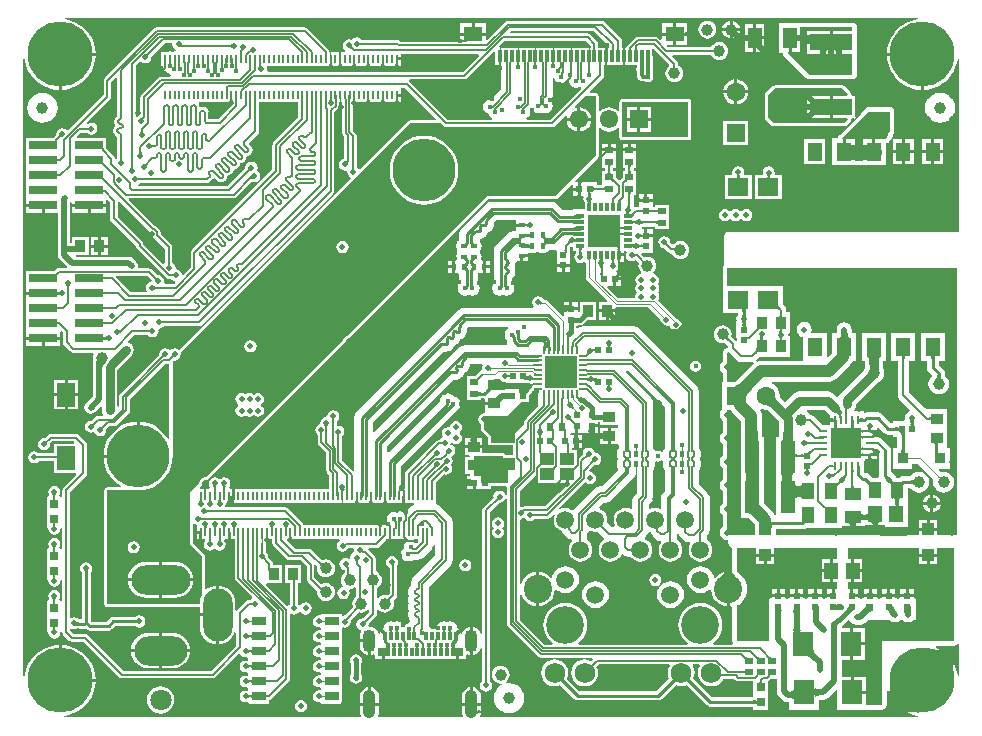
<source format=gtl>
G04*
G04 #@! TF.GenerationSoftware,Altium Limited,Altium Designer,20.0.13 (296)*
G04*
G04 Layer_Physical_Order=1*
G04 Layer_Color=255*
%FSLAX44Y44*%
%MOMM*%
G71*
G01*
G75*
%ADD17C,0.2032*%
%ADD19C,0.2540*%
%ADD20C,0.1016*%
%ADD21R,3.5600X1.4000*%
%ADD22R,1.6500X1.3000*%
%ADD23R,0.3000X1.0000*%
G04:AMPARAMS|DCode=24|XSize=0.2mm|YSize=0.565mm|CornerRadius=0.05mm|HoleSize=0mm|Usage=FLASHONLY|Rotation=0.000|XOffset=0mm|YOffset=0mm|HoleType=Round|Shape=RoundedRectangle|*
%AMROUNDEDRECTD24*
21,1,0.2000,0.4650,0,0,0.0*
21,1,0.1000,0.5650,0,0,0.0*
1,1,0.1000,0.0500,-0.2325*
1,1,0.1000,-0.0500,-0.2325*
1,1,0.1000,-0.0500,0.2325*
1,1,0.1000,0.0500,0.2325*
%
%ADD24ROUNDEDRECTD24*%
G04:AMPARAMS|DCode=25|XSize=0.4mm|YSize=0.565mm|CornerRadius=0.05mm|HoleSize=0mm|Usage=FLASHONLY|Rotation=0.000|XOffset=0mm|YOffset=0mm|HoleType=Round|Shape=RoundedRectangle|*
%AMROUNDEDRECTD25*
21,1,0.4000,0.4650,0,0,0.0*
21,1,0.3000,0.5650,0,0,0.0*
1,1,0.1000,0.1500,-0.2325*
1,1,0.1000,-0.1500,-0.2325*
1,1,0.1000,-0.1500,0.2325*
1,1,0.1000,0.1500,0.2325*
%
%ADD25ROUNDEDRECTD25*%
%ADD26R,1.2700X1.5500*%
%ADD29R,0.5500X0.4500*%
%ADD30R,0.4500X0.5500*%
%ADD31R,1.0500X1.4000*%
%ADD32R,1.1500X1.4500*%
%ADD33R,0.6500X0.5500*%
%ADD34R,1.7800X1.5200*%
%ADD35R,0.2500X0.7000*%
%ADD36R,0.7000X0.2500*%
%ADD37R,0.9000X1.0000*%
%ADD38R,1.5000X2.0000*%
%ADD39R,0.6200X0.6200*%
%ADD40R,0.6200X0.6200*%
%ADD41R,1.0000X0.9000*%
%ADD42R,0.5500X0.6500*%
%ADD43R,1.2000X1.0000*%
%ADD44R,2.0000X1.0000*%
%ADD45R,0.1800X0.7000*%
%ADD46R,1.2500X0.7600*%
%ADD47R,1.1500X1.8000*%
%ADD48R,1.7780X2.1590*%
%ADD49R,2.4000X0.7600*%
%ADD50O,0.7000X0.2000*%
%ADD51O,0.2000X0.7000*%
%ADD52R,0.8000X0.8000*%
%ADD53R,1.0000X1.0000*%
%ADD54R,1.0000X0.7000*%
%ADD55R,0.3000X0.7000*%
%ADD56R,0.9000X0.9500*%
%ADD57R,1.1500X2.7000*%
%ADD58R,1.4000X1.0500*%
%ADD119C,0.5080*%
%ADD121C,0.2235*%
%ADD122C,0.1778*%
%ADD123C,0.1270*%
%ADD124R,2.7000X2.7000*%
%ADD125R,0.3000X0.8000*%
%ADD126R,0.8000X0.3000*%
%ADD127R,2.6000X2.6000*%
%ADD128C,1.0000*%
%ADD129C,0.5080*%
%ADD130C,0.5000*%
%ADD131C,0.1297*%
%ADD132C,0.1524*%
%ADD133C,0.3048*%
%ADD134C,0.3810*%
%ADD135C,0.7620*%
%ADD136C,1.0160*%
%ADD137C,0.2056*%
%ADD138C,0.2500*%
%ADD139C,0.1580*%
%ADD140C,1.2700*%
%ADD141C,1.6000*%
%ADD142R,1.6000X1.6000*%
%ADD143C,1.5000*%
%ADD144C,1.7500*%
%ADD145C,3.2000*%
%ADD146C,2.4000*%
%ADD147C,5.3000*%
%ADD148C,1.8000*%
%ADD149O,4.5000X2.5000*%
%ADD150O,5.0000X2.5000*%
%ADD151O,2.5000X4.5000*%
%ADD152C,1.5500*%
%ADD153R,1.5500X1.5500*%
%ADD154C,5.5000*%
%ADD155O,1.1000X1.9000*%
%ADD156O,1.1000X2.4000*%
%ADD157R,1.6000X1.6000*%
%ADD158C,0.4064*%
G36*
X137799Y574115D02*
X137896Y573899D01*
X138009Y573708D01*
X138139Y573542D01*
X138286Y573402D01*
X138449Y573288D01*
X138629Y573199D01*
X138826Y573135D01*
X139039Y573097D01*
X139269Y573084D01*
X138531Y571814D01*
X138355Y571809D01*
X138164Y571792D01*
X137738Y571727D01*
X137502Y571678D01*
X136704Y571465D01*
X136098Y571268D01*
X137719Y574357D01*
X137799Y574115D01*
D02*
G37*
G36*
X484169Y572501D02*
Y570820D01*
X407257D01*
X406771Y571994D01*
X411181Y576404D01*
X480265D01*
X484169Y572501D01*
D02*
G37*
G36*
X180623Y570671D02*
X180399Y570888D01*
X179957Y571254D01*
X179738Y571402D01*
X179520Y571528D01*
X179304Y571631D01*
X179089Y571711D01*
X178876Y571768D01*
X178664Y571802D01*
X178453Y571814D01*
Y573084D01*
X178664Y573095D01*
X178876Y573130D01*
X179089Y573187D01*
X179304Y573267D01*
X179520Y573370D01*
X179738Y573495D01*
X179957Y573644D01*
X180177Y573815D01*
X180399Y574010D01*
X180623Y574227D01*
Y570671D01*
D02*
G37*
G36*
X282114Y572398D02*
X282168Y571827D01*
X282218Y571567D01*
X282283Y571324D01*
X282363Y571098D01*
X282458Y570890D01*
X282569Y570698D01*
X282694Y570524D01*
X282835Y570367D01*
X281937Y569469D01*
X281780Y569610D01*
X281606Y569736D01*
X281415Y569846D01*
X281206Y569941D01*
X280981Y570022D01*
X280738Y570087D01*
X280478Y570136D01*
X280201Y570171D01*
X279907Y570191D01*
X279595Y570195D01*
X282109Y572710D01*
X282114Y572398D01*
D02*
G37*
G36*
X189683Y568431D02*
X189596Y568428D01*
X189501Y568408D01*
X189398Y568371D01*
X189286Y568317D01*
X189167Y568246D01*
X189039Y568159D01*
X188904Y568054D01*
X188609Y567794D01*
X188449Y567639D01*
X187551Y568537D01*
X187651Y568643D01*
X187734Y568746D01*
X187802Y568845D01*
X187853Y568940D01*
X187888Y569031D01*
X187906Y569119D01*
X187909Y569204D01*
X187895Y569285D01*
X187866Y569362D01*
X187819Y569436D01*
X189683Y568431D01*
D02*
G37*
G36*
X130094Y573671D02*
X130489Y571689D01*
X131611Y570008D01*
X132900Y569148D01*
X133022Y567905D01*
X132964Y567693D01*
X132788Y567584D01*
X132000Y567741D01*
X130489Y567440D01*
X129511D01*
X128000Y567741D01*
X126489Y567440D01*
X120560D01*
Y555360D01*
X121707D01*
X121746Y555312D01*
X122191Y553077D01*
X123457Y551182D01*
X125352Y549916D01*
X126711Y549645D01*
X127598Y548318D01*
X128751Y547548D01*
X128366Y546278D01*
X120418D01*
X119179Y546031D01*
X118129Y545330D01*
X103764Y530964D01*
X103062Y529914D01*
X102816Y528675D01*
Y513403D01*
X101312Y513104D01*
X100082Y512281D01*
X98812Y512865D01*
Y555705D01*
X102221Y559115D01*
X103449Y558994D01*
X105130Y557871D01*
X107112Y557477D01*
X109094Y557871D01*
X110774Y558994D01*
X111897Y560674D01*
X112291Y562656D01*
X112192Y563158D01*
X123631Y574598D01*
X129334D01*
X130094Y573671D01*
D02*
G37*
G36*
X260637Y565898D02*
X260694Y565187D01*
X260720Y565073D01*
X260750Y564984D01*
X260785Y564920D01*
X260825Y564882D01*
X260870Y564869D01*
X259130D01*
X259175Y564882D01*
X259215Y564920D01*
X259250Y564984D01*
X259281Y565073D01*
X259306Y565187D01*
X259328Y565327D01*
X259356Y565682D01*
X259365Y566139D01*
X260635D01*
X260637Y565898D01*
D02*
G37*
G36*
X248637D02*
X248694Y565187D01*
X248720Y565073D01*
X248750Y564984D01*
X248785Y564920D01*
X248825Y564882D01*
X248870Y564869D01*
X247131D01*
X247175Y564882D01*
X247215Y564920D01*
X247250Y564984D01*
X247281Y565073D01*
X247306Y565187D01*
X247327Y565327D01*
X247356Y565682D01*
X247365Y566139D01*
X248635D01*
X248637Y565898D01*
D02*
G37*
G36*
X244637D02*
X244694Y565187D01*
X244720Y565073D01*
X244750Y564984D01*
X244785Y564920D01*
X244825Y564882D01*
X244870Y564869D01*
X243130D01*
X243175Y564882D01*
X243215Y564920D01*
X243250Y564984D01*
X243281Y565073D01*
X243306Y565187D01*
X243328Y565327D01*
X243356Y565682D01*
X243365Y566139D01*
X244635D01*
X244637Y565898D01*
D02*
G37*
G36*
X240637D02*
X240694Y565187D01*
X240720Y565073D01*
X240750Y564984D01*
X240785Y564920D01*
X240825Y564882D01*
X240870Y564869D01*
X239130D01*
X239175Y564882D01*
X239215Y564920D01*
X239250Y564984D01*
X239281Y565073D01*
X239306Y565187D01*
X239328Y565327D01*
X239356Y565682D01*
X239365Y566139D01*
X240635D01*
X240637Y565898D01*
D02*
G37*
G36*
X188637D02*
X188694Y565187D01*
X188720Y565073D01*
X188750Y564984D01*
X188785Y564920D01*
X188825Y564882D01*
X188869Y564869D01*
X187131D01*
X187175Y564882D01*
X187215Y564920D01*
X187250Y564984D01*
X187281Y565073D01*
X187306Y565187D01*
X187327Y565327D01*
X187356Y565682D01*
X187365Y566139D01*
X188635D01*
X188637Y565898D01*
D02*
G37*
G36*
X193768Y564869D02*
X193573Y564673D01*
X192951Y563959D01*
X192896Y563870D01*
X192864Y563799D01*
X192855Y563746D01*
X192870Y563711D01*
X191711Y564869D01*
X191746Y564855D01*
X191799Y564864D01*
X191870Y564896D01*
X191959Y564951D01*
X192066Y565029D01*
X192333Y565255D01*
X192673Y565573D01*
X192870Y565768D01*
X193768Y564869D01*
D02*
G37*
G36*
X184825Y557921D02*
X184785Y557893D01*
X184750Y557847D01*
X184720Y557781D01*
X184694Y557697D01*
X184673Y557595D01*
X184656Y557474D01*
X184637Y557176D01*
X184635Y556998D01*
X183365D01*
X183363Y557176D01*
X183328Y557595D01*
X183306Y557697D01*
X183281Y557781D01*
X183250Y557847D01*
X183215Y557893D01*
X183175Y557921D01*
X183130Y557930D01*
X184870D01*
X184825Y557921D01*
D02*
G37*
G36*
X172798Y557920D02*
X172735Y557888D01*
X172679Y557834D01*
X172630Y557759D01*
X172589Y557663D01*
X172555Y557545D01*
X172529Y557405D01*
X172510Y557244D01*
X172499Y557062D01*
X172495Y556858D01*
X171225D01*
X171224Y557062D01*
X171179Y557834D01*
X171165Y557888D01*
X171148Y557920D01*
X171131Y557930D01*
X172870D01*
X172798Y557920D01*
D02*
G37*
G36*
X204875Y557918D02*
X204881Y557880D01*
X204885Y557816D01*
X204900Y556902D01*
X204900Y556660D01*
X203630D01*
X203625Y556902D01*
X203585Y557308D01*
X203550Y557473D01*
X203505Y557613D01*
X203450Y557727D01*
X203385Y557816D01*
X203310Y557880D01*
X203225Y557918D01*
X203130Y557930D01*
X204870D01*
X204875Y557918D01*
D02*
G37*
G36*
X200825D02*
X200785Y557880D01*
X200750Y557816D01*
X200720Y557727D01*
X200694Y557613D01*
X200672Y557473D01*
X200644Y557118D01*
X200635Y556660D01*
X199365D01*
X199363Y556902D01*
X199306Y557613D01*
X199281Y557727D01*
X199250Y557816D01*
X199215Y557880D01*
X199175Y557918D01*
X199130Y557930D01*
X200870D01*
X200825Y557918D01*
D02*
G37*
G36*
X196825D02*
X196785Y557880D01*
X196750Y557816D01*
X196719Y557727D01*
X196694Y557613D01*
X196673Y557473D01*
X196644Y557118D01*
X196635Y556660D01*
X195365D01*
X195363Y556902D01*
X195306Y557613D01*
X195281Y557727D01*
X195250Y557816D01*
X195215Y557880D01*
X195175Y557918D01*
X195131Y557930D01*
X196870D01*
X196825Y557918D01*
D02*
G37*
G36*
X160872D02*
X160875Y557880D01*
X160884Y557118D01*
X160884Y556660D01*
X159614D01*
X159610Y556902D01*
X159571Y557308D01*
X159537Y557473D01*
X159494Y557613D01*
X159440Y557727D01*
X159377Y557816D01*
X159305Y557880D01*
X159222Y557918D01*
X159130Y557930D01*
X160870D01*
X160872Y557918D01*
D02*
G37*
G36*
X148807D02*
X148751Y557880D01*
X148701Y557816D01*
X148658Y557727D01*
X148622Y557613D01*
X148592Y557473D01*
X148569Y557308D01*
X148552Y557118D01*
X148539Y556660D01*
X147269D01*
X147268Y556902D01*
X147219Y557727D01*
X147201Y557816D01*
X147180Y557880D01*
X147157Y557918D01*
X147130Y557930D01*
X148870D01*
X148807Y557918D01*
D02*
G37*
G36*
X136825D02*
X136785Y557880D01*
X136750Y557816D01*
X136720Y557727D01*
X136694Y557613D01*
X136672Y557473D01*
X136644Y557118D01*
X136635Y556660D01*
X135365D01*
X135363Y556902D01*
X135306Y557613D01*
X135281Y557727D01*
X135250Y557816D01*
X135215Y557880D01*
X135175Y557918D01*
X135131Y557930D01*
X136870D01*
X136825Y557918D01*
D02*
G37*
G36*
X124807D02*
X124751Y557880D01*
X124701Y557816D01*
X124658Y557727D01*
X124622Y557613D01*
X124592Y557473D01*
X124569Y557308D01*
X124552Y557118D01*
X124539Y556660D01*
X123269D01*
X123268Y556902D01*
X123219Y557727D01*
X123201Y557816D01*
X123180Y557880D01*
X123157Y557918D01*
X123131Y557930D01*
X124869D01*
X124807Y557918D01*
D02*
G37*
G36*
X761348Y594846D02*
X760286Y594762D01*
X755688Y593658D01*
X751320Y591849D01*
X747288Y589378D01*
X743693Y586307D01*
X740622Y582712D01*
X738151Y578680D01*
X736342Y574312D01*
X735238Y569714D01*
X734967Y566270D01*
X765000D01*
Y565000D01*
X766270D01*
Y534967D01*
X769714Y535238D01*
X774312Y536342D01*
X778680Y538151D01*
X782712Y540622D01*
X786307Y543693D01*
X789378Y547288D01*
X791849Y551320D01*
X793658Y555688D01*
X794762Y560286D01*
X794846Y561348D01*
X796115Y561298D01*
Y414742D01*
X600000D01*
X599009Y414545D01*
X598169Y413984D01*
X597607Y413144D01*
X597410Y412152D01*
Y387977D01*
X597592Y387065D01*
X597253Y386839D01*
X596411Y385579D01*
X596115Y384092D01*
Y368810D01*
X596411Y367323D01*
X596590Y367056D01*
Y345990D01*
X608820D01*
Y344678D01*
X608018Y343478D01*
X607526Y341000D01*
X607775Y339745D01*
X607090Y338910D01*
X607090D01*
Y325090D01*
X608360D01*
Y322405D01*
X607090Y322019D01*
X607054Y322074D01*
X607054Y322074D01*
X603273Y325855D01*
X603346Y326032D01*
X603605Y328000D01*
X603346Y329968D01*
X602586Y331802D01*
X601378Y333378D01*
X599803Y334586D01*
X597968Y335346D01*
X596000Y335605D01*
X594032Y335346D01*
X592197Y334586D01*
X590622Y333378D01*
X589414Y331802D01*
X588654Y329968D01*
X588395Y328000D01*
X588654Y326032D01*
X589414Y324198D01*
X590622Y322622D01*
X592197Y321414D01*
X594032Y320654D01*
X596000Y320395D01*
X597968Y320654D01*
X598145Y320727D01*
X600864Y318008D01*
Y316530D01*
X600735Y316505D01*
X600192Y316458D01*
X598922Y316091D01*
X598728Y315991D01*
X598513Y315948D01*
X598060Y315646D01*
X597576Y315395D01*
X597435Y315228D01*
X597253Y315106D01*
X596950Y314653D01*
X596599Y314236D01*
X596533Y314028D01*
X596411Y313846D01*
X596305Y313311D01*
X596139Y312791D01*
X596158Y312574D01*
X596115Y312360D01*
Y305167D01*
X595422Y304704D01*
X594018Y302603D01*
X593526Y300126D01*
X594018Y297648D01*
X595422Y295548D01*
X596115Y295084D01*
Y287810D01*
X595690D01*
Y264883D01*
X595422Y264704D01*
X594018Y262603D01*
X593526Y260126D01*
X594018Y257648D01*
X595422Y255548D01*
X596115Y255084D01*
Y245167D01*
X595422Y244704D01*
X594018Y242603D01*
X593526Y240126D01*
X594018Y237648D01*
X595422Y235548D01*
X596115Y235084D01*
Y225167D01*
X595422Y224704D01*
X594018Y222603D01*
X593526Y220126D01*
X594018Y217648D01*
X595422Y215548D01*
X596115Y215084D01*
Y205167D01*
X595422Y204704D01*
X594018Y202603D01*
X593526Y200126D01*
X594018Y197648D01*
X595422Y195548D01*
X596115Y195084D01*
Y185167D01*
X595422Y184704D01*
X594018Y182603D01*
X593526Y180126D01*
X594018Y177648D01*
X595422Y175548D01*
X596115Y175084D01*
Y165041D01*
X595422Y164578D01*
X594019Y162478D01*
X593526Y160000D01*
X594019Y157522D01*
X595422Y155422D01*
X597522Y154018D01*
X600000Y153526D01*
X600033Y153499D01*
Y150885D01*
X600230Y149894D01*
X600792Y149053D01*
X601632Y148492D01*
X602623Y148295D01*
X603372D01*
X604178Y147313D01*
X604115Y147000D01*
Y127672D01*
X603598Y127218D01*
X604327Y126232D01*
X606391Y123806D01*
X609045Y121070D01*
X601915D01*
Y112500D01*
Y98002D01*
X603161Y98166D01*
X604115Y97328D01*
Y68504D01*
X604411Y67018D01*
X604710Y66570D01*
X604031Y65300D01*
X588388D01*
X587572Y66474D01*
X587574Y66570D01*
X590323Y68827D01*
X592640Y71650D01*
X594362Y74871D01*
X595422Y78366D01*
X595780Y82000D01*
X595422Y85634D01*
X594362Y89129D01*
X592640Y92350D01*
X590323Y95173D01*
X587500Y97490D01*
X584279Y99212D01*
X580784Y100272D01*
X577150Y100630D01*
X573516Y100272D01*
X570021Y99212D01*
X566800Y97490D01*
X563977Y95173D01*
X561660Y92350D01*
X559939Y89129D01*
X558878Y85634D01*
X558520Y82000D01*
X558878Y78366D01*
X559939Y74871D01*
X561660Y71650D01*
X563977Y68827D01*
X566726Y66570D01*
X566728Y66474D01*
X565912Y65300D01*
X474088D01*
X473272Y66474D01*
X473274Y66570D01*
X476023Y68827D01*
X478340Y71650D01*
X480062Y74871D01*
X481122Y78366D01*
X481480Y82000D01*
X481122Y85634D01*
X480062Y89129D01*
X478340Y92350D01*
X476023Y95173D01*
X473200Y97490D01*
X469979Y99212D01*
X466484Y100272D01*
X462850Y100630D01*
X459216Y100272D01*
X455721Y99212D01*
X452500Y97490D01*
X449677Y95173D01*
X447360Y92350D01*
X445639Y89129D01*
X444578Y85634D01*
X444220Y82000D01*
X444578Y78366D01*
X445639Y74871D01*
X447360Y71650D01*
X449677Y68827D01*
X452426Y66570D01*
X452428Y66474D01*
X451612Y65300D01*
X445278D01*
X424206Y86372D01*
Y107760D01*
X425476Y108013D01*
X426654Y105167D01*
X428985Y102130D01*
X432022Y99799D01*
X435559Y98334D01*
X438085Y98002D01*
Y112500D01*
Y126998D01*
X435559Y126666D01*
X432022Y125201D01*
X428985Y122870D01*
X426654Y119833D01*
X425476Y116987D01*
X424206Y117240D01*
Y171038D01*
X425160Y171821D01*
X427142Y172215D01*
X428108Y172860D01*
X429139Y171317D01*
X430819Y170194D01*
X432801Y169800D01*
X434784Y170194D01*
X436464Y171317D01*
X436748Y171742D01*
X447140D01*
X448378Y171989D01*
X449429Y172691D01*
X452708Y175970D01*
X453785Y175251D01*
X453069Y173521D01*
X452723Y170900D01*
X453069Y168279D01*
X454080Y165837D01*
X455689Y163739D01*
X457787Y162130D01*
X460004Y161211D01*
X460076Y160851D01*
X461342Y158956D01*
X464404Y155895D01*
X464404Y155895D01*
X466299Y154629D01*
X468339Y154223D01*
X468607Y153682D01*
X468720Y152914D01*
X468389Y152661D01*
X466780Y150563D01*
X465769Y148121D01*
X465423Y145500D01*
X465769Y142879D01*
X466780Y140437D01*
X468389Y138339D01*
X470487Y136730D01*
X472929Y135718D01*
X475550Y135373D01*
X478171Y135718D01*
X480613Y136730D01*
X482711Y138339D01*
X484320Y140437D01*
X485332Y142879D01*
X485677Y145500D01*
X485332Y148121D01*
X484320Y150563D01*
X482711Y152661D01*
X481391Y153673D01*
Y159241D01*
X482170Y160407D01*
X482349Y161308D01*
X483760Y161893D01*
X485629Y161118D01*
X488250Y160773D01*
X489900Y160991D01*
X495433Y155457D01*
X495507Y155264D01*
X495504Y154337D01*
X495367Y153871D01*
X493789Y152661D01*
X492180Y150563D01*
X491169Y148121D01*
X490823Y145500D01*
X491169Y142879D01*
X492180Y140437D01*
X493789Y138339D01*
X495887Y136730D01*
X498329Y135718D01*
X500950Y135373D01*
X503571Y135718D01*
X506013Y136730D01*
X508111Y138339D01*
X509720Y140437D01*
X510199Y141593D01*
X511445Y141841D01*
X511916Y141370D01*
X511916Y141370D01*
X513811Y140104D01*
X516046Y139659D01*
X518177D01*
X519189Y138339D01*
X521287Y136730D01*
X523729Y135718D01*
X526350Y135373D01*
X528971Y135718D01*
X531413Y136730D01*
X533511Y138339D01*
X535120Y140437D01*
X536132Y142879D01*
X536477Y145500D01*
X536132Y148121D01*
X535120Y150563D01*
X533511Y152661D01*
X531413Y154270D01*
X530093Y154817D01*
X529845Y156063D01*
X531797Y158014D01*
X531797Y158014D01*
X533063Y159909D01*
X533122Y160210D01*
X534533Y160915D01*
X535143Y160606D01*
X535345Y159592D01*
X536611Y157697D01*
X539601Y154708D01*
X541496Y153441D01*
X543311Y153080D01*
X543831Y152100D01*
X543873Y151727D01*
X542980Y150563D01*
X541968Y148121D01*
X541623Y145500D01*
X541968Y142879D01*
X542980Y140437D01*
X544589Y138339D01*
X546687Y136730D01*
X549129Y135718D01*
X551750Y135373D01*
X554371Y135718D01*
X556813Y136730D01*
X558911Y138339D01*
X560520Y140437D01*
X561532Y142879D01*
X561877Y145500D01*
X561532Y148121D01*
X560520Y150563D01*
X558911Y152661D01*
X557591Y153673D01*
Y159258D01*
X558861Y159383D01*
X559054Y158411D01*
X560320Y156516D01*
X563178Y153658D01*
X565073Y152392D01*
X567308Y151948D01*
X568007D01*
X568568Y150808D01*
X568380Y150563D01*
X567369Y148121D01*
X567023Y145500D01*
X567369Y142879D01*
X568380Y140437D01*
X569989Y138339D01*
X572087Y136730D01*
X574529Y135718D01*
X577150Y135373D01*
X579771Y135718D01*
X582213Y136730D01*
X584311Y138339D01*
X585920Y140437D01*
X586932Y142879D01*
X587277Y145500D01*
X586932Y148121D01*
X585920Y150563D01*
X584311Y152661D01*
X582486Y154061D01*
Y157360D01*
X583082Y157956D01*
X583082Y157957D01*
X584348Y159851D01*
X584793Y162087D01*
X584793Y162087D01*
Y189939D01*
X584793Y189939D01*
X584348Y192174D01*
X583082Y194069D01*
X575823Y201328D01*
Y212919D01*
X576722Y214265D01*
X577167Y216500D01*
X577167Y216500D01*
Y220150D01*
X577167Y220150D01*
X576722Y222385D01*
X576646Y222500D01*
X576722Y222615D01*
X577167Y224850D01*
X577167Y224850D01*
Y228500D01*
X577167Y228500D01*
X576722Y230735D01*
X575823Y232081D01*
Y280202D01*
X575379Y282437D01*
X574113Y284332D01*
X574112Y284332D01*
X525266Y333178D01*
X523371Y334445D01*
X521136Y334889D01*
X477489D01*
X477489Y334889D01*
X475254Y334445D01*
X473359Y333178D01*
X473205Y333025D01*
X472032Y333511D01*
Y334860D01*
X473140D01*
Y335780D01*
X474864D01*
X476599Y336125D01*
X478069Y337107D01*
X481422Y340460D01*
X489040D01*
Y355540D01*
X474960D01*
Y347564D01*
X474410Y347042D01*
X473140Y347587D01*
Y348230D01*
X464431D01*
Y346431D01*
X464380Y346626D01*
X464227Y346801D01*
X463973Y346955D01*
X463618Y347089D01*
X463161Y347203D01*
X462602Y347295D01*
X461941Y347367D01*
X461860Y347371D01*
Y344331D01*
X460629Y343766D01*
X447975Y356420D01*
X446967Y357094D01*
X445778Y357330D01*
X444570D01*
X444549Y357369D01*
X444433Y357510D01*
X443662Y358662D01*
X441982Y359785D01*
X440000Y360179D01*
X438018Y359785D01*
X436338Y358662D01*
X435215Y356982D01*
X434821Y355000D01*
X435215Y353018D01*
X436031Y351797D01*
X435439Y350527D01*
X376979D01*
X374561Y350046D01*
X372511Y348676D01*
X285907Y262071D01*
X284537Y260021D01*
X284056Y257603D01*
Y212766D01*
X282882Y212279D01*
X273642Y221520D01*
Y241644D01*
X274067Y241928D01*
X275190Y243609D01*
X275584Y245591D01*
X275190Y247573D01*
X274067Y249253D01*
X272387Y250376D01*
X270405Y250770D01*
X269451Y251553D01*
Y254527D01*
X269993Y254890D01*
X271116Y256570D01*
X271511Y258552D01*
X271116Y260534D01*
X269993Y262214D01*
X268313Y263337D01*
X266331Y263731D01*
X264349Y263337D01*
X262668Y262214D01*
X261546Y260534D01*
X261308Y259337D01*
X260303Y258298D01*
X259930Y258186D01*
X258276Y257857D01*
X256595Y256734D01*
X255473Y255053D01*
X255078Y253071D01*
X255306Y251929D01*
X254202Y251709D01*
X252522Y250586D01*
X251399Y248906D01*
X251005Y246924D01*
X251399Y244942D01*
X252522Y243262D01*
X252947Y242977D01*
Y236816D01*
X253194Y235577D01*
X253895Y234527D01*
X260309Y228113D01*
Y213086D01*
X260556Y211847D01*
X261257Y210797D01*
X262763Y209292D01*
Y197440D01*
X182560D01*
Y196140D01*
X182656D01*
X182658Y195898D01*
X182710Y195187D01*
X182733Y195073D01*
X182761Y194984D01*
X182793Y194920D01*
X182829Y194882D01*
X182870Y194869D01*
X182560D01*
Y191400D01*
Y185360D01*
X273441D01*
Y191400D01*
X274560D01*
Y185360D01*
X288598D01*
X290000Y185081D01*
X291402Y185360D01*
X292598D01*
X294000Y185081D01*
X295402Y185360D01*
X300598D01*
X302000Y185081D01*
X303402Y185360D01*
X304598D01*
X306000Y185081D01*
X307402Y185360D01*
X312598D01*
X314000Y185081D01*
X315402Y185360D01*
X316598D01*
X318000Y185081D01*
X319402Y185360D01*
X324730D01*
Y191400D01*
X326560D01*
Y185360D01*
X334845D01*
X334970Y184090D01*
X334244Y183946D01*
X332269Y182626D01*
X332269Y182626D01*
X326542Y176899D01*
X325306Y177725D01*
X322977Y178189D01*
X320648Y177725D01*
X319820Y177172D01*
X319760Y177213D01*
X317431Y177676D01*
X315102Y177213D01*
X313127Y175893D01*
X311808Y173919D01*
X311345Y171590D01*
Y171004D01*
X311345Y171004D01*
X311808Y168675D01*
X312319Y167910D01*
X311640Y166640D01*
X306560D01*
Y165886D01*
X307778D01*
X307561Y165663D01*
X307195Y165220D01*
X307047Y165001D01*
X306921Y164784D01*
X306818Y164567D01*
X306738Y164352D01*
X306718Y164279D01*
X306719Y164273D01*
X306750Y164184D01*
X306785Y164120D01*
X306825Y164082D01*
X306870Y164069D01*
X306670D01*
X306646Y163927D01*
X306635Y163717D01*
X306560D01*
Y160600D01*
X305441D01*
Y163717D01*
X305365D01*
X305354Y163927D01*
X305331Y164069D01*
X305131D01*
X305175Y164082D01*
X305215Y164120D01*
X305250Y164184D01*
X305281Y164273D01*
X305282Y164279D01*
X305262Y164352D01*
X305182Y164567D01*
X305079Y164784D01*
X304954Y165001D01*
X304805Y165220D01*
X304634Y165441D01*
X304439Y165663D01*
X304222Y165886D01*
X305441D01*
Y166640D01*
X241111D01*
X240991Y167244D01*
X240289Y168294D01*
X227990Y180593D01*
X226940Y181295D01*
X225701Y181541D01*
X175547D01*
X174815Y182811D01*
X175137Y184433D01*
X175898Y185360D01*
X177441D01*
Y186251D01*
X176195Y186261D01*
X176413Y186482D01*
X176609Y186702D01*
X176781Y186921D01*
X176930Y187139D01*
X177057Y187355D01*
X177160Y187571D01*
X177241Y187785D01*
X177244Y187800D01*
X177239Y187816D01*
X177207Y187880D01*
X177171Y187918D01*
X177131Y187931D01*
X177280D01*
X177298Y187998D01*
X177332Y188210D01*
X177344Y188421D01*
X177441Y188421D01*
Y191400D01*
X179270D01*
Y186774D01*
X179342Y186681D01*
X179535Y186457D01*
X179751Y186232D01*
X179270Y186236D01*
Y185360D01*
X180730D01*
Y191400D01*
Y197440D01*
X178672D01*
X178042Y198710D01*
X178828Y199885D01*
X179222Y201867D01*
X178828Y203850D01*
X177705Y205530D01*
X176025Y206653D01*
X174042Y207047D01*
X172060Y206653D01*
X170969Y205924D01*
X170042Y205635D01*
X169116Y205924D01*
X168025Y206653D01*
X166042Y207047D01*
X164060Y206653D01*
X162380Y205530D01*
X161257Y203850D01*
X160863Y201867D01*
X161257Y199885D01*
X162042Y198710D01*
X161413Y197440D01*
X158559D01*
Y196140D01*
X158656D01*
X158658Y195898D01*
X158710Y195187D01*
X158733Y195073D01*
X158761Y194984D01*
X158793Y194920D01*
X158829Y194882D01*
X158870Y194869D01*
X158559D01*
Y191400D01*
X156730D01*
Y197440D01*
X153806D01*
X153320Y198613D01*
X154702Y199995D01*
X154844Y200207D01*
X155024Y200387D01*
X155122Y200623D01*
X155264Y200836D01*
X155313Y201085D01*
X155411Y201321D01*
X155411Y201402D01*
X155697Y202839D01*
X156247Y203663D01*
X157071Y204213D01*
X158508Y204499D01*
X158589Y204499D01*
X158824Y204597D01*
X159074Y204646D01*
X159286Y204788D01*
X159522Y204886D01*
X159703Y205066D01*
X159914Y205208D01*
X172875Y218169D01*
X276370Y321663D01*
X276511Y321875D01*
X276692Y322055D01*
X276789Y322291D01*
X276931Y322503D01*
X276981Y322753D01*
X277078Y322989D01*
X277100Y323097D01*
X277650Y323921D01*
X278474Y324471D01*
X278582Y324492D01*
X278818Y324590D01*
X279068Y324640D01*
X279280Y324782D01*
X279516Y324879D01*
X279696Y325060D01*
X279908Y325201D01*
X397117Y442410D01*
X454264Y442410D01*
X455255Y442607D01*
X456095Y443169D01*
X467687Y454761D01*
X468860Y454274D01*
Y452270D01*
X473230D01*
Y456640D01*
X471226D01*
X470740Y457813D01*
X490179Y477253D01*
X490741Y478093D01*
X490938Y479084D01*
Y502410D01*
X492140Y502818D01*
X492261Y502661D01*
X494411Y501012D01*
X496914Y499975D01*
X499600Y499621D01*
X502286Y499975D01*
X504789Y501012D01*
X506939Y502661D01*
X507208Y503011D01*
X508410Y502603D01*
Y495000D01*
X508607Y494009D01*
X509169Y493169D01*
X510009Y492607D01*
X511000Y492410D01*
X566900D01*
X567891Y492607D01*
X568731Y493169D01*
X569293Y494009D01*
X569490Y495000D01*
Y525000D01*
X569293Y525991D01*
X568731Y526831D01*
X567891Y527393D01*
X566900Y527590D01*
X511000D01*
X510009Y527393D01*
X509169Y526831D01*
X508607Y525991D01*
X508410Y525000D01*
Y517397D01*
X507208Y516989D01*
X506939Y517339D01*
X504789Y518988D01*
X502286Y520025D01*
X499600Y520379D01*
X496914Y520025D01*
X494411Y518988D01*
X492261Y517339D01*
X492140Y517182D01*
X490938Y517590D01*
Y530000D01*
X490741Y530991D01*
X490179Y531831D01*
X489339Y532393D01*
X488348Y532590D01*
X483827D01*
X483341Y533763D01*
X494695Y545117D01*
X495397Y546167D01*
X495643Y547406D01*
Y555740D01*
X496446D01*
Y563280D01*
Y570820D01*
X490643D01*
Y573842D01*
X490397Y575080D01*
X489695Y576130D01*
X483895Y581931D01*
X482845Y582632D01*
X481606Y582879D01*
X416432D01*
X415907Y584076D01*
X416497Y584810D01*
X486820D01*
X499434Y572196D01*
Y570820D01*
X498366D01*
Y563280D01*
Y555740D01*
X511446D01*
Y563280D01*
Y570820D01*
X510643D01*
Y576736D01*
X510397Y577975D01*
X509695Y579025D01*
X496098Y592622D01*
X495048Y593324D01*
X493809Y593570D01*
X414066D01*
X412827Y593324D01*
X411777Y592622D01*
X396619Y577464D01*
X395446Y577951D01*
Y581010D01*
X384656D01*
X373866D01*
Y575835D01*
X323104D01*
X322452Y576486D01*
X321402Y577188D01*
X320163Y577435D01*
X290034D01*
X289750Y577860D01*
X288069Y578983D01*
X286087Y579377D01*
X284105Y578983D01*
X282425Y577860D01*
X281998Y577222D01*
X281552Y577520D01*
X279570Y577914D01*
X277588Y577520D01*
X275907Y576397D01*
X274784Y574717D01*
X274390Y572735D01*
X274784Y570753D01*
X275907Y569072D01*
X276450Y568710D01*
X276064Y567440D01*
X272560D01*
Y561400D01*
Y558283D01*
X272635D01*
X272647Y558073D01*
X272670Y557930D01*
X272870D01*
X272825Y557918D01*
X272785Y557880D01*
X272750Y557816D01*
X272719Y557727D01*
X272718Y557721D01*
X272738Y557648D01*
X272818Y557433D01*
X272921Y557216D01*
X273046Y556999D01*
X273195Y556780D01*
X273367Y556559D01*
X273561Y556337D01*
X273778Y556114D01*
X272560D01*
Y555360D01*
X283441D01*
Y556114D01*
X282222D01*
X282439Y556337D01*
X282805Y556780D01*
X282954Y556999D01*
X283079Y557216D01*
X283182Y557433D01*
X283262Y557648D01*
X283282Y557721D01*
X283281Y557727D01*
X283250Y557816D01*
X283215Y557880D01*
X283175Y557918D01*
X283130Y557930D01*
X283331D01*
X283354Y558073D01*
X283365Y558283D01*
X283441D01*
Y561400D01*
X284560D01*
Y558283D01*
X284635D01*
X284646Y558073D01*
X284669Y557930D01*
X284870D01*
X284825Y557918D01*
X284785Y557880D01*
X284750Y557816D01*
X284720Y557727D01*
X284718Y557721D01*
X284738Y557648D01*
X284818Y557433D01*
X284921Y557216D01*
X285047Y556999D01*
X285195Y556780D01*
X285367Y556559D01*
X285561Y556337D01*
X285778Y556114D01*
X284560D01*
Y555360D01*
X295441D01*
Y556114D01*
X294222D01*
X294439Y556337D01*
X294805Y556780D01*
X294954Y556999D01*
X295079Y557216D01*
X295182Y557433D01*
X295262Y557648D01*
X295282Y557721D01*
X295281Y557727D01*
X295250Y557816D01*
X295215Y557880D01*
X295175Y557918D01*
X295131Y557930D01*
X295331D01*
X295354Y558073D01*
X295365Y558283D01*
X295441D01*
Y561400D01*
X296560D01*
Y558283D01*
X296635D01*
X296646Y558073D01*
X296670Y557930D01*
X296870D01*
X296825Y557918D01*
X296785Y557880D01*
X296750Y557816D01*
X296719Y557727D01*
X296718Y557721D01*
X296738Y557648D01*
X296818Y557433D01*
X296921Y557216D01*
X297047Y556999D01*
X297195Y556780D01*
X297367Y556559D01*
X297561Y556337D01*
X297778Y556114D01*
X296560D01*
Y555360D01*
X307440D01*
Y556114D01*
X306222D01*
X306439Y556337D01*
X306805Y556780D01*
X306954Y556999D01*
X307079Y557216D01*
X307182Y557433D01*
X307262Y557648D01*
X307282Y557721D01*
X307281Y557727D01*
X307250Y557816D01*
X307215Y557880D01*
X307175Y557918D01*
X307131Y557930D01*
X307331D01*
X307354Y558073D01*
X307365Y558283D01*
X307440D01*
Y561400D01*
X308559D01*
Y558283D01*
X308635D01*
X308647Y558073D01*
X308669Y557930D01*
X308870D01*
X308825Y557918D01*
X308785Y557880D01*
X308750Y557816D01*
X308720Y557727D01*
X308718Y557721D01*
X308738Y557648D01*
X308818Y557433D01*
X308921Y557216D01*
X309046Y556999D01*
X309195Y556780D01*
X309367Y556559D01*
X309561Y556337D01*
X309778Y556114D01*
X308559D01*
Y555360D01*
X319440D01*
Y556114D01*
X318222D01*
X318439Y556337D01*
X318805Y556780D01*
X318954Y556999D01*
X319079Y557216D01*
X319182Y557433D01*
X319262Y557648D01*
X319282Y557721D01*
X319281Y557727D01*
X319250Y557816D01*
X319215Y557880D01*
X319175Y557918D01*
X319130Y557930D01*
X319331D01*
X319354Y558073D01*
X319365Y558283D01*
X319440D01*
Y561400D01*
X320000D01*
Y562670D01*
X323440D01*
Y565128D01*
X353809D01*
X353809Y565128D01*
X389089D01*
X389575Y563955D01*
X375955Y550334D01*
X210944D01*
X209901Y551604D01*
X210080Y552500D01*
X209763Y554090D01*
X210510Y555360D01*
X263440D01*
Y556114D01*
X262222D01*
X262439Y556337D01*
X262805Y556780D01*
X262954Y556999D01*
X263079Y557216D01*
X263182Y557433D01*
X263262Y557648D01*
X263282Y557721D01*
X263281Y557727D01*
X263250Y557816D01*
X263215Y557880D01*
X263175Y557918D01*
X263130Y557930D01*
X263331D01*
X263354Y558073D01*
X263365Y558283D01*
X263440D01*
Y561400D01*
Y564772D01*
X263460Y564869D01*
X263440Y564967D01*
Y565140D01*
X263443Y565167D01*
X263440Y565173D01*
Y567440D01*
X263090D01*
X262991Y567937D01*
X262289Y568987D01*
X244267Y587009D01*
X243217Y587711D01*
X241978Y587957D01*
X116783D01*
X115544Y587711D01*
X114494Y587009D01*
X72694Y545209D01*
X71992Y544159D01*
X71746Y542920D01*
Y530736D01*
X41868Y500858D01*
X40640Y500979D01*
X38960Y502102D01*
X36978Y502496D01*
X34996Y502102D01*
X33315Y500979D01*
X32193Y499299D01*
X31798Y497317D01*
X31898Y496815D01*
X29576Y494493D01*
X29541Y494440D01*
X5960D01*
Y481760D01*
X5960D01*
Y481740D01*
X5960D01*
Y469060D01*
X5960D01*
Y469040D01*
X5960D01*
Y456360D01*
X5960D01*
Y456340D01*
X5960D01*
Y443660D01*
X5960Y443660D01*
Y443640D01*
X5960D01*
X5960Y442390D01*
Y438570D01*
X20500D01*
Y437300D01*
X21770D01*
Y430960D01*
X33137D01*
Y400369D01*
Y395188D01*
X33531Y393206D01*
X34654Y391525D01*
X40821Y385358D01*
X40295Y384088D01*
X34151D01*
X32912Y383842D01*
X31862Y383140D01*
X30462Y381740D01*
X5960D01*
Y370310D01*
X5960Y369060D01*
X5960Y367790D01*
Y363970D01*
X20500D01*
Y361430D01*
X5960D01*
Y357610D01*
X5960Y356360D01*
X5960Y355090D01*
Y343660D01*
X5960D01*
Y343640D01*
X5960D01*
Y332210D01*
X5960Y330960D01*
X5960Y329690D01*
Y325870D01*
X20500D01*
X35040D01*
X35040Y330291D01*
X36310Y330817D01*
X37373Y329753D01*
Y321254D01*
X37620Y320015D01*
X38322Y318965D01*
X43685Y313601D01*
X44735Y312899D01*
X45974Y312653D01*
X62990D01*
X63484Y311383D01*
X62798Y309727D01*
X62539Y307759D01*
X62798Y305791D01*
X62839Y305692D01*
X62494Y303957D01*
Y275079D01*
X57130Y269715D01*
X56007Y268034D01*
X55613Y266052D01*
X56007Y264070D01*
X57130Y262390D01*
X58811Y261267D01*
X60793Y260872D01*
X62775Y261267D01*
X64455Y262390D01*
X69182Y267116D01*
X70355Y266630D01*
Y264097D01*
X70848Y261619D01*
X71690Y260359D01*
X71011Y259089D01*
X66852D01*
X65613Y258842D01*
X64563Y258141D01*
X61502Y255080D01*
X61000Y255180D01*
X59018Y254785D01*
X57338Y253662D01*
X56215Y251982D01*
X55820Y250000D01*
X56215Y248018D01*
X57338Y246338D01*
X59018Y245215D01*
X61000Y244820D01*
X62982Y245215D01*
X64449Y244667D01*
X65338Y243337D01*
X67018Y242215D01*
X69000Y241821D01*
X70982Y242215D01*
X72663Y243337D01*
X73785Y245018D01*
X74180Y247000D01*
X74080Y247502D01*
X76906Y250328D01*
X80799D01*
X82037Y250575D01*
X83088Y251276D01*
X93289Y261478D01*
X93991Y262528D01*
X94237Y263767D01*
Y273428D01*
X123572Y302763D01*
X127000D01*
X127540Y302320D01*
Y239700D01*
X126270Y239342D01*
X124566Y242122D01*
X121598Y245598D01*
X118122Y248566D01*
X114225Y250955D01*
X110002Y252704D01*
X105557Y253771D01*
X102270Y254030D01*
Y225000D01*
X101000D01*
Y223730D01*
X71970D01*
X72229Y220443D01*
X73296Y215998D01*
X75045Y211775D01*
X77434Y207878D01*
X80402Y204402D01*
X83878Y201434D01*
X86643Y199739D01*
X86285Y198469D01*
X75000D01*
X74009Y198272D01*
X73169Y197711D01*
X72607Y196870D01*
X72410Y195879D01*
Y100000D01*
X72607Y99009D01*
X73169Y98169D01*
X74009Y97607D01*
X75000Y97410D01*
X153137D01*
Y91770D01*
X166980D01*
Y115488D01*
X165302Y115322D01*
X162467Y114462D01*
X159854Y113066D01*
X158738Y112150D01*
X157590Y112693D01*
Y140000D01*
X157393Y140991D01*
X156831Y141831D01*
X147122Y151540D01*
Y167670D01*
X148392Y168134D01*
X149580Y167340D01*
X149681Y167268D01*
X150560Y166489D01*
X150560Y166490D01*
X150560Y166489D01*
Y161870D01*
X154000D01*
Y160600D01*
X155270D01*
Y154560D01*
X157328D01*
X157958Y153290D01*
X157172Y152115D01*
X156778Y150133D01*
X157172Y148151D01*
X158295Y146470D01*
X159976Y145347D01*
X161958Y144953D01*
X163940Y145347D01*
X165031Y146076D01*
X165958Y146365D01*
X166884Y146076D01*
X167976Y145347D01*
X169958Y144953D01*
X171940Y145347D01*
X173620Y146470D01*
X174743Y148151D01*
X175137Y150133D01*
X174743Y152115D01*
X173958Y153290D01*
X174587Y154560D01*
X177441D01*
Y155861D01*
X177246D01*
X177245Y156102D01*
X177190Y157016D01*
X177172Y157080D01*
X177153Y157118D01*
X177131Y157130D01*
X177441D01*
Y160600D01*
X179270D01*
Y154560D01*
X182763D01*
Y122000D01*
X183009Y120761D01*
X183711Y119711D01*
X197536Y105886D01*
X197312Y104314D01*
X196338Y103663D01*
X196053Y103237D01*
X195000D01*
X193761Y102991D01*
X192711Y102289D01*
X184711Y94289D01*
X184633Y94172D01*
X183363Y94557D01*
Y100500D01*
X183072Y103448D01*
X182212Y106283D01*
X180816Y108896D01*
X178936Y111186D01*
X176646Y113066D01*
X174033Y114462D01*
X171198Y115322D01*
X169520Y115488D01*
Y90500D01*
Y65512D01*
X171198Y65678D01*
X174033Y66538D01*
X176646Y67934D01*
X178936Y69814D01*
X180816Y72104D01*
X182212Y74717D01*
X182493Y75641D01*
X183763Y75453D01*
Y64341D01*
X162659Y43237D01*
X88341D01*
X58289Y73289D01*
X57239Y73991D01*
X56000Y74237D01*
X46341D01*
X43274Y77305D01*
X43367Y78449D01*
X44461Y79009D01*
X44904Y78714D01*
X46886Y78319D01*
X48868Y78714D01*
X49428Y79088D01*
X49536Y79113D01*
X49753Y79128D01*
X51179D01*
X51486Y78923D01*
X52972Y78627D01*
X55512D01*
X56652Y78854D01*
X57253Y78253D01*
X58513Y77411D01*
X60000Y77115D01*
X75944D01*
X77431Y77411D01*
X78691Y78253D01*
X81553Y81115D01*
X98670D01*
X100018Y80215D01*
X102000Y79820D01*
X103982Y80215D01*
X105662Y81337D01*
X106785Y83018D01*
X107180Y85000D01*
X106785Y86982D01*
X105662Y88663D01*
X103982Y89785D01*
X102000Y90180D01*
X100018Y89785D01*
X98670Y88885D01*
X79944D01*
X78457Y88589D01*
X77197Y87747D01*
X74335Y84885D01*
X61609D01*
X60885Y85609D01*
Y126670D01*
X61785Y128018D01*
X62180Y130000D01*
X61785Y131982D01*
X60662Y133663D01*
X58982Y134785D01*
X57000Y135180D01*
X55018Y134785D01*
X53338Y133663D01*
X52215Y131982D01*
X51821Y130000D01*
X52215Y128018D01*
X53115Y126670D01*
Y87426D01*
X52471Y86897D01*
X50725D01*
X50548Y87161D01*
X48868Y88284D01*
X46886Y88678D01*
X44904Y88284D01*
X44357Y87919D01*
X43237Y88518D01*
Y194659D01*
X56690Y208111D01*
X57391Y209162D01*
X57638Y210401D01*
Y234599D01*
X57391Y235838D01*
X56690Y236889D01*
X50760Y242819D01*
X50741Y242847D01*
X49691Y243548D01*
X48452Y243795D01*
X26849D01*
X25610Y243548D01*
X24560Y242847D01*
X21884Y240170D01*
X21382Y240270D01*
X19400Y239876D01*
X17720Y238753D01*
X16597Y237073D01*
X16202Y235091D01*
X16597Y233108D01*
X17720Y231428D01*
X19400Y230305D01*
X21382Y229911D01*
X23364Y230305D01*
X25045Y231428D01*
X26167Y233108D01*
X26562Y235091D01*
X26462Y235592D01*
X28190Y237320D01*
X46656D01*
X47048Y236810D01*
X46421Y235540D01*
X29960D01*
Y227237D01*
X16947D01*
X16662Y227663D01*
X14982Y228785D01*
X13000Y229179D01*
X11018Y228785D01*
X9338Y227663D01*
X8215Y225982D01*
X7821Y224000D01*
X8215Y222018D01*
X9338Y220338D01*
X11018Y219215D01*
X13000Y218820D01*
X14982Y219215D01*
X16662Y220338D01*
X16947Y220763D01*
X29960D01*
Y210460D01*
X48223D01*
X48709Y209287D01*
X37711Y198289D01*
X37009Y197239D01*
X36763Y196000D01*
Y191718D01*
X36540Y190540D01*
X34991Y190540D01*
X34312Y191810D01*
X34775Y192503D01*
X35169Y194485D01*
X34775Y196467D01*
X33653Y198148D01*
X31972Y199270D01*
X29990Y199665D01*
X28008Y199270D01*
X26328Y198148D01*
X25205Y196467D01*
X24811Y194485D01*
X25205Y192503D01*
X25668Y191810D01*
X24989Y190540D01*
X23460D01*
Y177460D01*
Y164960D01*
X24085D01*
X24891Y163978D01*
X24818Y163613D01*
X25213Y161631D01*
X26335Y159951D01*
X28016Y158828D01*
X29998Y158434D01*
X31980Y158828D01*
X33660Y159951D01*
X34783Y161631D01*
X35069Y163070D01*
X36147Y163959D01*
X36386Y164044D01*
X36730Y163957D01*
X36763Y163782D01*
Y147721D01*
X36534Y146546D01*
X34994Y146546D01*
X34316Y147816D01*
X34773Y148501D01*
X35167Y150483D01*
X34773Y152465D01*
X33650Y154145D01*
X31970Y155268D01*
X29988Y155662D01*
X28006Y155268D01*
X26325Y154145D01*
X25202Y152465D01*
X24808Y150483D01*
X25202Y148501D01*
X25660Y147816D01*
X24981Y146546D01*
X23454D01*
Y133466D01*
Y120966D01*
X24077D01*
X24883Y119984D01*
X24810Y119617D01*
X25204Y117635D01*
X26327Y115955D01*
X28007Y114832D01*
X29989Y114438D01*
X31971Y114832D01*
X33652Y115955D01*
X34775Y117635D01*
X35062Y119082D01*
X36133Y119971D01*
X36376Y120060D01*
X36728Y119971D01*
X36763Y119791D01*
Y103718D01*
X36540Y102540D01*
X35001Y102540D01*
X34322Y103810D01*
X34779Y104494D01*
X35173Y106477D01*
X34779Y108459D01*
X33656Y110139D01*
X31976Y111262D01*
X29994Y111656D01*
X28012Y111262D01*
X26331Y110139D01*
X25209Y108459D01*
X24814Y106477D01*
X25209Y104494D01*
X25666Y103810D01*
X24987Y102540D01*
X23460D01*
Y89460D01*
Y76960D01*
X24085D01*
X24891Y75978D01*
X24818Y75613D01*
X25213Y73631D01*
X26335Y71951D01*
X28016Y70828D01*
X29998Y70434D01*
X31980Y70828D01*
X33660Y71951D01*
X34783Y73631D01*
X35177Y75613D01*
X36391Y76022D01*
X36727Y76012D01*
X36759Y75992D01*
X36803Y75799D01*
X37009Y74761D01*
X37711Y73711D01*
X42711Y68711D01*
X43761Y68009D01*
X45000Y67763D01*
X54659D01*
X84711Y37711D01*
X85761Y37009D01*
X87000Y36763D01*
X164000D01*
X165239Y37009D01*
X166289Y37711D01*
X186114Y57536D01*
X187584Y57210D01*
X188409Y55976D01*
X190089Y54853D01*
X192071Y54459D01*
X193248Y54693D01*
X193811Y54275D01*
X194234Y53691D01*
Y52885D01*
X193811Y52301D01*
X193248Y51884D01*
X192071Y52118D01*
X190089Y51723D01*
X188409Y50601D01*
X187286Y48920D01*
X186892Y46938D01*
X187286Y44956D01*
X188409Y43276D01*
X190089Y42153D01*
X192071Y41759D01*
X193248Y41993D01*
X193811Y41575D01*
X194234Y40991D01*
Y40185D01*
X193811Y39601D01*
X193248Y39184D01*
X192071Y39418D01*
X190089Y39023D01*
X188409Y37901D01*
X187286Y36220D01*
X186892Y34238D01*
X187286Y32256D01*
X188409Y30576D01*
X190089Y29453D01*
X192071Y29059D01*
X193248Y29293D01*
X193811Y28876D01*
X194234Y28291D01*
Y27485D01*
X193811Y26901D01*
X193248Y26484D01*
X192071Y26718D01*
X190089Y26323D01*
X188409Y25201D01*
X187286Y23520D01*
X186892Y21538D01*
X187286Y19556D01*
X188409Y17876D01*
X190089Y16753D01*
X192071Y16359D01*
X193248Y16593D01*
X194518Y15652D01*
Y15198D01*
X212098D01*
Y18427D01*
X212702Y18547D01*
X213752Y19249D01*
X228575Y34072D01*
X229277Y35122D01*
X229523Y36361D01*
Y90866D01*
X230643Y91465D01*
X231018Y91215D01*
X233000Y90821D01*
X234982Y91215D01*
X236663Y92338D01*
X237142Y93056D01*
X238670D01*
X239150Y92338D01*
X240830Y91215D01*
X242812Y90821D01*
X244794Y91215D01*
X246475Y92338D01*
X247598Y94018D01*
X247992Y96000D01*
X247598Y97982D01*
X246475Y99663D01*
X244794Y100785D01*
X242812Y101180D01*
X240830Y100785D01*
X239150Y99663D01*
X238670Y98944D01*
X237142D01*
X236663Y99663D01*
X236237Y99947D01*
Y117460D01*
X239040D01*
Y132540D01*
X224960D01*
Y117460D01*
X229763D01*
Y99947D01*
X229338Y99663D01*
X228659Y98647D01*
X227103Y98407D01*
X209320Y116190D01*
X209846Y117460D01*
X223040D01*
Y132540D01*
X215245D01*
Y133992D01*
X214999Y135231D01*
X214297Y136281D01*
X211080Y139498D01*
X211180Y140000D01*
X210785Y141982D01*
X209662Y143663D01*
X209173Y143989D01*
Y151637D01*
X209044Y152288D01*
Y154275D01*
X209100Y154560D01*
X214763D01*
Y151000D01*
X215009Y149761D01*
X215711Y148711D01*
X226711Y137711D01*
X227761Y137009D01*
X229000Y136763D01*
X238659D01*
X243763Y131659D01*
Y121000D01*
X244009Y119761D01*
X244711Y118711D01*
X252514Y110907D01*
X252395Y110000D01*
X252654Y108032D01*
X253414Y106198D01*
X254622Y104622D01*
X256197Y103414D01*
X258032Y102654D01*
X260000Y102395D01*
X261968Y102654D01*
X263803Y103414D01*
X265378Y104622D01*
X266586Y106198D01*
X267346Y108032D01*
X267605Y110000D01*
X267346Y111968D01*
X266586Y113802D01*
X265378Y115378D01*
X263803Y116586D01*
X261968Y117346D01*
X260000Y117605D01*
X258032Y117346D01*
X256197Y116586D01*
X256081Y116497D01*
X250237Y122341D01*
Y132389D01*
X251507Y132915D01*
X252631Y131791D01*
X252395Y130000D01*
X252654Y128032D01*
X253414Y126198D01*
X254622Y124622D01*
X256197Y123414D01*
X258032Y122654D01*
X260000Y122395D01*
X261968Y122654D01*
X263803Y123414D01*
X265378Y124622D01*
X266586Y126198D01*
X267346Y128032D01*
X267605Y130000D01*
X267346Y131968D01*
X266586Y133802D01*
X265378Y135378D01*
X263803Y136586D01*
X261968Y137346D01*
X260000Y137605D01*
X258032Y137346D01*
X256759Y136819D01*
X248289Y145289D01*
X247239Y145991D01*
X246000Y146237D01*
X234341D01*
X227192Y153387D01*
X227677Y154560D01*
X228730D01*
Y155314D01*
X228222D01*
X228439Y155537D01*
X228730Y155889D01*
Y160600D01*
X230560D01*
Y157483D01*
X230635D01*
X230646Y157273D01*
X230669Y157130D01*
X230870D01*
X230825Y157118D01*
X230785Y157080D01*
X230750Y157016D01*
X230720Y156927D01*
X230718Y156921D01*
X230738Y156847D01*
X230818Y156633D01*
X230921Y156417D01*
X231047Y156199D01*
X231195Y155980D01*
X231367Y155759D01*
X231561Y155537D01*
X231778Y155314D01*
X230560D01*
Y154560D01*
X271226D01*
X271612Y153290D01*
X270672Y152662D01*
X269550Y150982D01*
X269155Y149000D01*
X269550Y147018D01*
X270672Y145337D01*
X272353Y144215D01*
X274335Y143820D01*
X276317Y144215D01*
X277997Y145337D01*
X279120Y147018D01*
X279135Y147093D01*
X282931D01*
X283737Y146111D01*
X283624Y145545D01*
X283979Y143762D01*
X282338Y142665D01*
X281215Y140985D01*
X280821Y139003D01*
X280964Y138281D01*
X279821Y137517D01*
X278665Y138290D01*
X276683Y138684D01*
X274701Y138290D01*
X273021Y137167D01*
X271898Y135486D01*
X271504Y133504D01*
X271898Y131522D01*
X273021Y129842D01*
X274701Y128719D01*
X275763Y128508D01*
Y126253D01*
X274622Y125378D01*
X273414Y123802D01*
X272654Y121968D01*
X272395Y120000D01*
X272654Y118032D01*
X273414Y116198D01*
X274103Y115299D01*
X273577Y113899D01*
X273018Y113788D01*
X271338Y112665D01*
X270215Y110985D01*
X269820Y109003D01*
X270215Y107021D01*
X271338Y105340D01*
X273018Y104218D01*
X275000Y103823D01*
X276982Y104218D01*
X278662Y105340D01*
X279785Y107021D01*
X280180Y109003D01*
X279785Y110985D01*
X279580Y111293D01*
X280341Y112440D01*
X281968Y112654D01*
X283803Y113414D01*
X284177Y113701D01*
X285316Y113140D01*
Y105910D01*
X284622Y105378D01*
X283414Y103802D01*
X282654Y101968D01*
X282395Y100000D01*
X282654Y98032D01*
X283000Y97197D01*
X275807Y90005D01*
X274868Y89818D01*
X273598Y90779D01*
Y91378D01*
X256018D01*
Y90826D01*
X255036Y90020D01*
X254045Y90218D01*
X252062Y89823D01*
X250382Y88701D01*
X249259Y87020D01*
X248865Y85038D01*
X249259Y83056D01*
X250382Y81376D01*
X252062Y80253D01*
X254045Y79859D01*
X254953Y80039D01*
X255927Y79240D01*
Y78136D01*
X254953Y77337D01*
X254045Y77518D01*
X252062Y77123D01*
X250382Y76001D01*
X249259Y74320D01*
X248865Y72338D01*
X249259Y70356D01*
X250382Y68676D01*
X252062Y67553D01*
X254045Y67159D01*
X254953Y67339D01*
X255927Y66540D01*
Y65436D01*
X254953Y64637D01*
X254045Y64818D01*
X252062Y64423D01*
X250382Y63301D01*
X249259Y61620D01*
X248865Y59638D01*
X249259Y57656D01*
X250382Y55976D01*
X252062Y54853D01*
X254045Y54459D01*
X254953Y54639D01*
X255927Y53840D01*
Y52736D01*
X254953Y51937D01*
X254045Y52118D01*
X252062Y51723D01*
X250382Y50601D01*
X249259Y48920D01*
X248865Y46938D01*
X249259Y44956D01*
X250382Y43276D01*
X252062Y42153D01*
X254045Y41759D01*
X254953Y41939D01*
X255927Y41140D01*
Y40036D01*
X254953Y39237D01*
X254045Y39418D01*
X252062Y39023D01*
X250382Y37901D01*
X249259Y36220D01*
X248865Y34238D01*
X249259Y32256D01*
X250382Y30576D01*
X252062Y29453D01*
X254045Y29059D01*
X254953Y29239D01*
X255927Y28440D01*
Y27336D01*
X254953Y26537D01*
X254045Y26718D01*
X252062Y26323D01*
X250382Y25201D01*
X249259Y23520D01*
X248865Y21538D01*
X249259Y19556D01*
X250382Y17876D01*
X252062Y16753D01*
X254045Y16359D01*
X255036Y16556D01*
X256018Y15750D01*
Y15198D01*
X273598D01*
Y26628D01*
X273598Y27878D01*
X273598Y29148D01*
Y39328D01*
X273598Y40578D01*
X273598Y41848D01*
Y52028D01*
X273598Y53278D01*
X273598Y54548D01*
Y64728D01*
X273598Y65978D01*
X273598Y67248D01*
X273598Y78948D01*
X274868Y79909D01*
X276000Y79684D01*
X277982Y80078D01*
X279662Y81201D01*
X280785Y82881D01*
X281180Y84863D01*
X280954Y85996D01*
X287736Y92777D01*
X288032Y92654D01*
X290000Y92395D01*
X291968Y92654D01*
X293803Y93414D01*
X295378Y94622D01*
X295493Y94773D01*
X296763Y94341D01*
Y92844D01*
X291502Y87583D01*
X291000Y87683D01*
X289018Y87288D01*
X287338Y86166D01*
X286215Y84485D01*
X285821Y82503D01*
X286215Y80521D01*
X287338Y78840D01*
X289018Y77718D01*
X289336Y77655D01*
X289562Y77053D01*
X289706Y76286D01*
X288967Y74502D01*
X288691Y72403D01*
Y69673D01*
X296800D01*
Y68403D01*
X298070D01*
Y56461D01*
X298899Y56570D01*
X300190Y57105D01*
X301460Y56326D01*
Y53463D01*
X307730D01*
Y59503D01*
X310270D01*
Y53463D01*
X317269D01*
X317500Y53417D01*
X317731Y53463D01*
X322269D01*
X322500Y53417D01*
X322731Y53463D01*
X337269D01*
X337500Y53417D01*
X337731Y53463D01*
X342269D01*
X342500Y53417D01*
X342731Y53463D01*
X357269D01*
X357500Y53417D01*
X357731Y53463D01*
X362269D01*
X362500Y53417D01*
X362731Y53463D01*
X369730D01*
Y59503D01*
X372270D01*
Y53463D01*
X378540D01*
Y56326D01*
X379810Y57105D01*
X381101Y56570D01*
X381930Y56461D01*
Y68403D01*
Y80345D01*
X381101Y80236D01*
X379145Y79426D01*
X377466Y78137D01*
X376177Y76458D01*
X375367Y74502D01*
X375310Y74069D01*
X374040Y74152D01*
Y78543D01*
X372277D01*
X371126Y79003D01*
X370663Y81332D01*
X369343Y83306D01*
X367369Y84626D01*
X365040Y85089D01*
X362711Y84626D01*
X362500Y84485D01*
X362289Y84626D01*
X359960Y85089D01*
X357631Y84626D01*
X355657Y83306D01*
X354337Y81332D01*
X353874Y79003D01*
X352723Y78543D01*
X349214D01*
X348693Y79064D01*
X347285Y80005D01*
Y114231D01*
X365783Y132729D01*
X365783Y132729D01*
X367102Y134703D01*
X367565Y137032D01*
Y169380D01*
X367565Y169380D01*
X367102Y171709D01*
X365783Y173684D01*
X356840Y182626D01*
X354866Y183946D01*
X353667Y184184D01*
X353440Y185360D01*
X353440Y185360D01*
X353440Y185360D01*
Y194773D01*
X353459Y194869D01*
X353440Y194966D01*
Y195140D01*
X353442Y195167D01*
X353440Y195173D01*
Y197440D01*
X353237D01*
Y202900D01*
X359738Y209400D01*
X359783Y209370D01*
X361765Y208976D01*
X363747Y209370D01*
X365427Y210493D01*
X366550Y212173D01*
X366944Y214156D01*
X366550Y216138D01*
X365672Y217452D01*
X365828Y217557D01*
X366951Y219237D01*
X367345Y221219D01*
X366951Y223202D01*
X366237Y224270D01*
X366402Y224668D01*
X368082Y225791D01*
X369205Y227471D01*
X369599Y229453D01*
X369205Y231436D01*
X368082Y233116D01*
X366402Y234239D01*
X365372Y234443D01*
X365625Y235713D01*
X365948Y235933D01*
X366814Y236370D01*
X368102Y235510D01*
X370084Y235116D01*
X372066Y235510D01*
X373747Y236632D01*
X374870Y238313D01*
X375264Y240295D01*
X374870Y242277D01*
X373747Y243957D01*
X373255Y244286D01*
Y245556D01*
X373796Y245917D01*
X374918Y247597D01*
X375312Y249579D01*
X374918Y251561D01*
X373796Y253242D01*
X372115Y254364D01*
X370133Y254759D01*
X368151Y254364D01*
X366470Y253242D01*
X365348Y251561D01*
X365108Y250355D01*
X363809Y249319D01*
X363219Y249436D01*
X361236Y249042D01*
X359556Y247919D01*
X358433Y246239D01*
X358039Y244257D01*
X358433Y242274D01*
X358763Y241782D01*
X358181Y240366D01*
X356796Y239439D01*
X356434Y238899D01*
X356013D01*
X354774Y238653D01*
X353724Y237951D01*
X327711Y211938D01*
X327009Y210888D01*
X326763Y209649D01*
Y197440D01*
X323944D01*
Y216393D01*
X371307Y263756D01*
X372468Y264532D01*
X373838Y266582D01*
X374319Y269000D01*
X373838Y271418D01*
X372468Y273468D01*
X370418Y274838D01*
X368272Y275265D01*
X367468Y276468D01*
X365418Y277838D01*
X363000Y278319D01*
X360582Y277838D01*
X358532Y276468D01*
X358182Y276118D01*
X356812Y274068D01*
X356331Y271650D01*
Y271250D01*
X313118Y228037D01*
X311944Y228523D01*
Y233420D01*
X366437Y287913D01*
X366437Y287913D01*
X368018Y289493D01*
X369095Y289351D01*
X371042Y289607D01*
X372277Y290119D01*
X372405Y290144D01*
X372513Y290217D01*
X372856Y290359D01*
X373736Y291034D01*
X374455Y291514D01*
X375219Y292278D01*
X375699Y292997D01*
X376374Y293877D01*
X376516Y294220D01*
X376589Y294328D01*
X376614Y294456D01*
X377039Y295483D01*
X377084Y295501D01*
X377211Y295527D01*
X377320Y295599D01*
X377663Y295741D01*
X378543Y296416D01*
X379262Y296896D01*
X380026Y297661D01*
X380506Y298380D01*
X381181Y299259D01*
X381323Y299602D01*
X381395Y299711D01*
X381421Y299838D01*
X381932Y301073D01*
X382185Y302995D01*
X392071D01*
X392750Y301725D01*
X392332Y301100D01*
X391938Y299118D01*
X392107Y298270D01*
X391511Y297379D01*
X390460Y296677D01*
X386733Y292949D01*
X379731D01*
Y282369D01*
Y272369D01*
X391311D01*
Y273775D01*
X393962D01*
X394960Y272836D01*
Y270770D01*
X402500D01*
Y268230D01*
X394960D01*
Y262460D01*
X394009Y261690D01*
X393645D01*
X392654Y261493D01*
X391813Y260931D01*
X391472Y260420D01*
X390338Y259662D01*
X389215Y257982D01*
X388821Y256000D01*
X389215Y254018D01*
X390338Y252337D01*
X391055Y251858D01*
Y247855D01*
X391252Y246864D01*
X391813Y246024D01*
X397460Y240378D01*
Y233960D01*
X418572D01*
Y226040D01*
X412360D01*
X411831Y226831D01*
X410991Y227393D01*
X410000Y227590D01*
X395451Y227590D01*
X395000Y227680D01*
X394549Y227590D01*
X392540D01*
Y231730D01*
X377460D01*
Y225960D01*
X380970D01*
X381714Y224728D01*
X381323Y224040D01*
X377460D01*
Y209960D01*
X382410D01*
Y208140D01*
X379860D01*
Y205147D01*
X381987Y205299D01*
X382233Y205379D01*
X382381Y205469D01*
X382431Y205569D01*
Y203770D01*
X385500D01*
Y202500D01*
X386770D01*
Y196860D01*
X400140D01*
Y199910D01*
X410000Y199910D01*
X410000Y199910D01*
X412389D01*
X413159Y198829D01*
Y192233D01*
X411889Y192108D01*
X411810Y192507D01*
X410687Y194187D01*
X409007Y195310D01*
X407025Y195704D01*
X405043Y195310D01*
X403362Y194187D01*
X402239Y192507D01*
X401845Y190525D01*
X401945Y190023D01*
X393280Y181358D01*
X392578Y180308D01*
X392332Y179069D01*
Y74368D01*
X391062Y74285D01*
X391033Y74502D01*
X390223Y76458D01*
X388934Y78137D01*
X387255Y79426D01*
X385299Y80236D01*
X384470Y80345D01*
Y68403D01*
Y56461D01*
X385299Y56570D01*
X387255Y57380D01*
X388934Y58669D01*
X390223Y60348D01*
X391033Y62304D01*
X391062Y62521D01*
X392332Y62438D01*
Y34733D01*
X391906Y34449D01*
X390784Y32769D01*
X390389Y30786D01*
X390784Y28804D01*
X391906Y27124D01*
X393587Y26001D01*
X395569Y25607D01*
X397551Y26001D01*
X399231Y27124D01*
X400354Y28804D01*
X400748Y30786D01*
X400354Y32769D01*
X399231Y34449D01*
X398806Y34733D01*
Y177728D01*
X406523Y185445D01*
X407025Y185345D01*
X409007Y185739D01*
X410687Y186862D01*
X411810Y188543D01*
X411889Y188942D01*
X413159Y188817D01*
Y89603D01*
Y83138D01*
X413406Y81899D01*
X414108Y80849D01*
X439754Y55202D01*
X440804Y54500D01*
X442043Y54254D01*
X485580D01*
X486106Y52984D01*
X484504Y51382D01*
X482047Y52399D01*
X479100Y52787D01*
X476153Y52399D01*
X473406Y51262D01*
X471048Y49452D01*
X469238Y47094D01*
X468101Y44347D01*
X467713Y41400D01*
X468101Y38453D01*
X469238Y35706D01*
X471048Y33348D01*
X473406Y31538D01*
X476153Y30401D01*
X479100Y30013D01*
X482047Y30401D01*
X484794Y31538D01*
X487152Y33348D01*
X488962Y35706D01*
X490099Y38453D01*
X490488Y41400D01*
X490099Y44347D01*
X489082Y46804D01*
X490842Y48564D01*
X550731D01*
X551292Y47425D01*
X551038Y47094D01*
X549901Y44347D01*
X549513Y41400D01*
X549901Y38453D01*
X550650Y36644D01*
X539891Y25885D01*
X474709D01*
X463950Y36644D01*
X464700Y38453D01*
X465088Y41400D01*
X464700Y44347D01*
X463562Y47094D01*
X461752Y49452D01*
X459394Y51262D01*
X456647Y52399D01*
X453700Y52787D01*
X450753Y52399D01*
X448006Y51262D01*
X445648Y49452D01*
X443838Y47094D01*
X442701Y44347D01*
X442313Y41400D01*
X442701Y38453D01*
X443838Y35706D01*
X445648Y33348D01*
X448006Y31538D01*
X450753Y30401D01*
X453700Y30013D01*
X456647Y30401D01*
X458456Y31150D01*
X470353Y19253D01*
X471614Y18411D01*
X473100Y18115D01*
X541500D01*
X542987Y18411D01*
X544247Y19253D01*
X556144Y31150D01*
X557953Y30401D01*
X560900Y30013D01*
X563847Y30401D01*
X565656Y31150D01*
X582803Y14003D01*
X584063Y13161D01*
X585550Y12865D01*
X621460D01*
Y10210D01*
X634540D01*
Y22710D01*
Y34493D01*
X635388Y35060D01*
X636788Y36460D01*
X641526D01*
Y26320D01*
X642019Y23842D01*
X643422Y21742D01*
X646742Y18422D01*
X648842Y17018D01*
X651320Y16526D01*
X652300D01*
Y10395D01*
X677700D01*
Y18526D01*
X680612D01*
X683090Y19018D01*
X685190Y20422D01*
X691767Y26999D01*
X692940Y26512D01*
Y10395D01*
X716695D01*
X717070Y10320D01*
X731000D01*
X732487Y10616D01*
X733747Y11458D01*
X734589Y12718D01*
X734885Y14205D01*
Y26318D01*
X736155Y26468D01*
X736342Y25688D01*
X738073Y21509D01*
X737909Y28440D01*
X737604Y32610D01*
X762610Y7604D01*
X758440Y7909D01*
X751840Y7936D01*
X755688Y6342D01*
X760286Y5238D01*
X761348Y5155D01*
X761298Y3884D01*
X391447D01*
X390598Y5155D01*
X391033Y6204D01*
X391309Y8303D01*
Y13533D01*
X383200D01*
X375091D01*
Y8303D01*
X375367Y6204D01*
X375802Y5155D01*
X374953Y3884D01*
X305047D01*
X304198Y5155D01*
X304633Y6204D01*
X304909Y8303D01*
Y13533D01*
X296800D01*
X288691D01*
Y8303D01*
X288967Y6204D01*
X289402Y5155D01*
X288553Y3884D01*
X38702D01*
X38652Y5155D01*
X39714Y5238D01*
X44312Y6342D01*
X48680Y8151D01*
X52712Y10622D01*
X56307Y13693D01*
X59378Y17288D01*
X61849Y21320D01*
X63658Y25688D01*
X64762Y30286D01*
X65033Y33730D01*
X35000D01*
Y35000D01*
X33730D01*
Y65033D01*
X30286Y64762D01*
X25689Y63658D01*
X21320Y61849D01*
X17288Y59378D01*
X13693Y56307D01*
X10622Y52712D01*
X8152Y48680D01*
X6342Y44312D01*
X5238Y39714D01*
X5155Y38651D01*
X3884Y38701D01*
X3885Y561298D01*
X5155Y561348D01*
X5238Y560286D01*
X6342Y555688D01*
X8152Y551320D01*
X10622Y547288D01*
X13693Y543693D01*
X17288Y540622D01*
X21320Y538151D01*
X25689Y536342D01*
X30286Y535238D01*
X33730Y534967D01*
Y565000D01*
X35000D01*
Y566270D01*
X65033D01*
X64762Y569714D01*
X63658Y574312D01*
X61849Y578680D01*
X59378Y582712D01*
X56307Y586307D01*
X52712Y589378D01*
X48680Y591849D01*
X44312Y593658D01*
X39714Y594762D01*
X38652Y594845D01*
X38702Y596115D01*
X761298Y596115D01*
X761348Y594846D01*
D02*
G37*
G36*
X204913Y556342D02*
X204951Y556127D01*
X205014Y555921D01*
X205103Y555722D01*
X205217Y555532D01*
X205357Y555350D01*
X205521Y555175D01*
X205712Y555009D01*
X205927Y554851D01*
X206168Y554701D01*
X202725Y553812D01*
X202897Y554106D01*
X203304Y554918D01*
X203404Y555165D01*
X203549Y555624D01*
X203594Y555836D01*
X203621Y556035D01*
X203630Y556224D01*
X204900Y556564D01*
X204913Y556342D01*
D02*
G37*
G36*
X136644Y555501D02*
X136671Y555320D01*
X136716Y555152D01*
X136779Y554995D01*
X136860Y554851D01*
X136959Y554720D01*
X137077Y554600D01*
X137212Y554492D01*
X137365Y554397D01*
X137536Y554314D01*
X134887Y553279D01*
X134978Y553489D01*
X135193Y554090D01*
X135245Y554281D01*
X135322Y554647D01*
X135346Y554823D01*
X135365Y555161D01*
X136635Y555694D01*
X136644Y555501D01*
D02*
G37*
G36*
X148621Y553553D02*
X148643Y553303D01*
X148661Y553198D01*
X148686Y553107D01*
X148715Y553029D01*
X148750Y552964D01*
X148790Y552913D01*
X148835Y552875D01*
X148886Y552850D01*
X147132Y552629D01*
X147173Y552665D01*
X147210Y552716D01*
X147243Y552784D01*
X147271Y552867D01*
X147295Y552966D01*
X147314Y553081D01*
X147329Y553211D01*
X147346Y553520D01*
X147349Y553697D01*
X148619D01*
X148621Y553553D01*
D02*
G37*
G36*
X160884Y554403D02*
X160892Y554223D01*
X160913Y554044D01*
X160948Y553865D01*
X160997Y553687D01*
X161061Y553508D01*
X161138Y553330D01*
X161230Y553152D01*
X161336Y552974D01*
X161456Y552797D01*
X161590Y552620D01*
X158766Y552969D01*
X158928Y553101D01*
X159072Y553240D01*
X159199Y553385D01*
X159309Y553536D01*
X159403Y553693D01*
X159479Y553856D01*
X159538Y554025D01*
X159581Y554200D01*
X159606Y554381D01*
X159614Y554568D01*
X160884Y554403D01*
D02*
G37*
G36*
X176637Y535098D02*
X176694Y534387D01*
X176719Y534273D01*
X176750Y534184D01*
X176785Y534120D01*
X176825Y534082D01*
X176870Y534070D01*
X175131D01*
X175175Y534082D01*
X175215Y534120D01*
X175250Y534184D01*
X175281Y534273D01*
X175306Y534387D01*
X175327Y534527D01*
X175356Y534882D01*
X175365Y535340D01*
X176635D01*
X176637Y535098D01*
D02*
G37*
G36*
X189768Y534404D02*
X189509Y534136D01*
X189105Y533660D01*
X188959Y533451D01*
X188850Y533262D01*
X188779Y533092D01*
X188745Y532942D01*
X188749Y532811D01*
X188791Y532700D01*
X188869Y532608D01*
X187131Y534070D01*
X187240Y534083D01*
X187367Y534123D01*
X187510Y534191D01*
X187670Y534285D01*
X187847Y534406D01*
X188252Y534730D01*
X188723Y535161D01*
X188984Y535417D01*
X189768Y534404D01*
D02*
G37*
G36*
X403366Y566930D02*
Y555740D01*
X407909D01*
Y535361D01*
X399250Y526702D01*
X398994D01*
X398994Y526702D01*
X396759Y526258D01*
X394864Y524992D01*
X394864Y524992D01*
X394686Y524814D01*
X393420Y522919D01*
X392976Y520684D01*
X393420Y518449D01*
X394686Y516554D01*
X396581Y515288D01*
X397540Y515097D01*
X397731Y514138D01*
X398997Y512243D01*
X400685Y511116D01*
X400597Y510181D01*
X400473Y509846D01*
X363307D01*
X330601Y542551D01*
X330544Y542589D01*
X330929Y543859D01*
X377295D01*
X378534Y544106D01*
X379585Y544808D01*
X402193Y567416D01*
X403366Y566930D01*
D02*
G37*
G36*
X268857Y527118D02*
X268846Y527080D01*
X268836Y527016D01*
X268827Y526927D01*
X268809Y526508D01*
X268803Y525860D01*
X267533D01*
X267529Y526102D01*
X267497Y526508D01*
X267469Y526673D01*
X267432Y526813D01*
X267388Y526927D01*
X267336Y527016D01*
X267275Y527080D01*
X267207Y527118D01*
X267131Y527131D01*
X268870D01*
X268857Y527118D01*
D02*
G37*
G36*
X256825D02*
X256785Y527080D01*
X256750Y527016D01*
X256719Y526927D01*
X256694Y526813D01*
X256673Y526673D01*
X256644Y526318D01*
X256635Y525860D01*
X255365D01*
X255363Y526102D01*
X255306Y526813D01*
X255281Y526927D01*
X255250Y527016D01*
X255215Y527080D01*
X255175Y527118D01*
X255131Y527131D01*
X256870D01*
X256825Y527118D01*
D02*
G37*
G36*
X252825D02*
X252785Y527080D01*
X252750Y527016D01*
X252719Y526927D01*
X252694Y526813D01*
X252673Y526673D01*
X252644Y526318D01*
X252635Y525860D01*
X251365D01*
X251363Y526102D01*
X251306Y526813D01*
X251281Y526927D01*
X251250Y527016D01*
X251215Y527080D01*
X251175Y527118D01*
X251131Y527131D01*
X252869D01*
X252825Y527118D01*
D02*
G37*
G36*
X248801D02*
X248739Y527080D01*
X248685Y527016D01*
X248638Y526927D01*
X248598Y526813D01*
X248565Y526673D01*
X248540Y526508D01*
X248521Y526318D01*
X248507Y525860D01*
X247237D01*
X247236Y526102D01*
X247169Y527080D01*
X247151Y527118D01*
X247131Y527131D01*
X248870D01*
X248801Y527118D01*
D02*
G37*
G36*
X244825D02*
X244785Y527080D01*
X244750Y527016D01*
X244720Y526927D01*
X244694Y526813D01*
X244673Y526673D01*
X244644Y526318D01*
X244635Y525860D01*
X243365D01*
X243363Y526102D01*
X243306Y526813D01*
X243281Y526927D01*
X243250Y527016D01*
X243215Y527080D01*
X243175Y527118D01*
X243130Y527131D01*
X244870D01*
X244825Y527118D01*
D02*
G37*
G36*
X240825D02*
X240785Y527080D01*
X240750Y527016D01*
X240720Y526927D01*
X240694Y526813D01*
X240672Y526673D01*
X240644Y526318D01*
X240635Y525860D01*
X239365D01*
X239363Y526102D01*
X239306Y526813D01*
X239281Y526927D01*
X239250Y527016D01*
X239215Y527080D01*
X239175Y527118D01*
X239130Y527131D01*
X240870D01*
X240825Y527118D01*
D02*
G37*
G36*
X200825D02*
X200785Y527080D01*
X200750Y527016D01*
X200720Y526927D01*
X200694Y526813D01*
X200672Y526673D01*
X200644Y526318D01*
X200635Y525860D01*
X199365D01*
X199363Y526102D01*
X199306Y526813D01*
X199281Y526927D01*
X199250Y527016D01*
X199215Y527080D01*
X199175Y527118D01*
X199130Y527131D01*
X200870D01*
X200825Y527118D01*
D02*
G37*
G36*
X196825D02*
X196785Y527080D01*
X196750Y527016D01*
X196719Y526927D01*
X196694Y526813D01*
X196673Y526673D01*
X196644Y526318D01*
X196635Y525860D01*
X195365D01*
X195363Y526102D01*
X195306Y526813D01*
X195281Y526927D01*
X195250Y527016D01*
X195215Y527080D01*
X195175Y527118D01*
X195131Y527131D01*
X196870D01*
X196825Y527118D01*
D02*
G37*
G36*
X192825D02*
X192785Y527080D01*
X192750Y527016D01*
X192719Y526927D01*
X192694Y526813D01*
X192673Y526673D01*
X192644Y526318D01*
X192635Y525860D01*
X191365D01*
X191363Y526102D01*
X191306Y526813D01*
X191281Y526927D01*
X191250Y527016D01*
X191215Y527080D01*
X191175Y527118D01*
X191131Y527131D01*
X192870D01*
X192825Y527118D01*
D02*
G37*
G36*
X184825D02*
X184785Y527080D01*
X184750Y527016D01*
X184720Y526927D01*
X184694Y526813D01*
X184673Y526673D01*
X184644Y526318D01*
X184635Y525860D01*
X183365D01*
X183363Y526102D01*
X183306Y526813D01*
X183281Y526927D01*
X183250Y527016D01*
X183215Y527080D01*
X183175Y527118D01*
X183130Y527131D01*
X184870D01*
X184825Y527118D01*
D02*
G37*
G36*
X264646Y527273D02*
X264669Y527131D01*
X264869D01*
X264825Y527118D01*
X264785Y527080D01*
X264750Y527016D01*
X264720Y526927D01*
X264718Y526921D01*
X264738Y526847D01*
X264818Y526633D01*
X264921Y526416D01*
X265047Y526199D01*
X265195Y525980D01*
X265367Y525759D01*
X265561Y525537D01*
X265778Y525314D01*
X262222D01*
X262439Y525537D01*
X262805Y525980D01*
X262954Y526199D01*
X263079Y526416D01*
X263182Y526633D01*
X263262Y526847D01*
X263282Y526921D01*
X263281Y526927D01*
X263250Y527016D01*
X263215Y527080D01*
X263175Y527118D01*
X263130Y527131D01*
X263331D01*
X263354Y527273D01*
X263365Y527483D01*
X264635D01*
X264646Y527273D01*
D02*
G37*
G36*
X180646D02*
X180669Y527131D01*
X180870D01*
X180825Y527118D01*
X180785Y527080D01*
X180750Y527016D01*
X180720Y526927D01*
X180718Y526921D01*
X180738Y526847D01*
X180818Y526633D01*
X180921Y526416D01*
X181047Y526199D01*
X181195Y525980D01*
X181367Y525759D01*
X181561Y525537D01*
X181778Y525314D01*
X178222D01*
X178439Y525537D01*
X178805Y525980D01*
X178954Y526199D01*
X179079Y526416D01*
X179182Y526633D01*
X179262Y526847D01*
X179282Y526921D01*
X179281Y526927D01*
X179250Y527016D01*
X179215Y527080D01*
X179175Y527118D01*
X179130Y527131D01*
X179331D01*
X179354Y527273D01*
X179365Y527483D01*
X180635D01*
X180646Y527273D01*
D02*
G37*
G36*
X353624Y510372D02*
X353139Y509198D01*
X331609D01*
X330617Y509001D01*
X329777Y508440D01*
X289066Y467729D01*
X287562Y468020D01*
X286795Y469167D01*
X286370Y469451D01*
Y495569D01*
X286124Y496808D01*
X285422Y497858D01*
X282724Y500556D01*
Y524560D01*
X283441D01*
Y525314D01*
X282222D01*
X282439Y525537D01*
X282805Y525980D01*
X282954Y526199D01*
X283079Y526416D01*
X283182Y526633D01*
X283262Y526847D01*
X283282Y526921D01*
X283281Y526927D01*
X283250Y527016D01*
X283215Y527080D01*
X283175Y527118D01*
X283130Y527131D01*
X283331D01*
X283354Y527273D01*
X283365Y527483D01*
X283441D01*
Y530600D01*
X284560D01*
Y527483D01*
X284635D01*
X284646Y527273D01*
X284669Y527131D01*
X284870D01*
X284825Y527118D01*
X284785Y527080D01*
X284750Y527016D01*
X284720Y526927D01*
X284718Y526921D01*
X284738Y526847D01*
X284818Y526633D01*
X284921Y526416D01*
X285047Y526199D01*
X285195Y525980D01*
X285367Y525759D01*
X285561Y525537D01*
X285778Y525314D01*
X284560D01*
Y524560D01*
X295441D01*
Y525314D01*
X294222D01*
X294439Y525537D01*
X294805Y525980D01*
X294954Y526199D01*
X295079Y526416D01*
X295182Y526633D01*
X295262Y526847D01*
X295282Y526921D01*
X295281Y526927D01*
X295250Y527016D01*
X295215Y527080D01*
X295175Y527118D01*
X295131Y527131D01*
X295331D01*
X295354Y527273D01*
X295365Y527483D01*
X295441D01*
Y530600D01*
X296560D01*
Y527483D01*
X296635D01*
X296646Y527273D01*
X296670Y527131D01*
X296870D01*
X296825Y527118D01*
X296785Y527080D01*
X296750Y527016D01*
X296719Y526927D01*
X296718Y526921D01*
X296738Y526847D01*
X296818Y526633D01*
X296921Y526416D01*
X297047Y526199D01*
X297195Y525980D01*
X297367Y525759D01*
X297561Y525537D01*
X297778Y525314D01*
X296560D01*
Y524560D01*
X307440D01*
Y525314D01*
X306222D01*
X306439Y525537D01*
X306805Y525980D01*
X306954Y526199D01*
X307079Y526416D01*
X307182Y526633D01*
X307262Y526847D01*
X307282Y526921D01*
X307281Y526927D01*
X307250Y527016D01*
X307215Y527080D01*
X307175Y527118D01*
X307131Y527131D01*
X307331D01*
X307354Y527273D01*
X307365Y527483D01*
X307440D01*
Y530600D01*
X308559D01*
Y527483D01*
X308635D01*
X308647Y527273D01*
X308669Y527131D01*
X308870D01*
X308825Y527118D01*
X308785Y527080D01*
X308750Y527016D01*
X308720Y526927D01*
X308718Y526921D01*
X308738Y526847D01*
X308818Y526633D01*
X308921Y526416D01*
X309046Y526199D01*
X309195Y525980D01*
X309367Y525759D01*
X309561Y525537D01*
X309778Y525314D01*
X308559D01*
Y524560D01*
X319440D01*
Y525314D01*
X318222D01*
X318439Y525537D01*
X318805Y525980D01*
X318954Y526199D01*
X319079Y526416D01*
X319182Y526633D01*
X319262Y526847D01*
X319282Y526921D01*
X319281Y526927D01*
X319250Y527016D01*
X319215Y527080D01*
X319175Y527118D01*
X319130Y527131D01*
X319331D01*
X319354Y527273D01*
X319365Y527483D01*
X319440D01*
Y530600D01*
X320000D01*
Y531870D01*
X323440D01*
Y536640D01*
X324551Y537025D01*
X326971D01*
X353624Y510372D01*
D02*
G37*
G36*
X453546Y545306D02*
X453915Y543454D01*
X455181Y541559D01*
X457076Y540294D01*
X459311Y539849D01*
X461546Y540294D01*
X463441Y541559D01*
X463970Y542089D01*
X463970Y542089D01*
X464854Y543412D01*
X466050Y542916D01*
X466017Y542752D01*
Y542500D01*
X466462Y540265D01*
X467728Y538370D01*
X469623Y537104D01*
X471858Y536659D01*
X474093Y537104D01*
X474774Y537559D01*
X475598Y537185D01*
X475719Y537104D01*
X475820Y537084D01*
X475913Y537042D01*
X476274Y535852D01*
X450268Y509846D01*
X429913D01*
X429528Y511116D01*
X430941Y512060D01*
X431118Y512237D01*
X431119Y512238D01*
X432384Y514132D01*
X432829Y516367D01*
X432829Y516367D01*
Y516623D01*
X434043Y517837D01*
X435307Y517713D01*
X435870Y516870D01*
X437765Y515604D01*
X440000Y515159D01*
X442235Y515604D01*
X443048Y516147D01*
X443861Y515604D01*
X446096Y515159D01*
X448331Y515604D01*
X450226Y516870D01*
X451492Y518765D01*
X451937Y521000D01*
Y521252D01*
X451492Y523487D01*
X450226Y525382D01*
X450137Y525470D01*
X450192Y525525D01*
X451458Y527420D01*
X451903Y529655D01*
X451903Y529655D01*
Y544829D01*
X451955Y544912D01*
X453173Y545559D01*
X453546Y545306D01*
D02*
G37*
G36*
X488348Y479084D02*
X454264Y445000D01*
X396044Y445000D01*
X278077Y327033D01*
X277463Y326911D01*
X275783Y325788D01*
X274660Y324107D01*
X274538Y323494D01*
X171044Y220000D01*
X158083Y207039D01*
X158042Y207047D01*
X156060Y206653D01*
X154380Y205530D01*
X153257Y203850D01*
X152863Y201867D01*
X152871Y201827D01*
X144532Y193488D01*
Y150468D01*
X155000Y140000D01*
Y107616D01*
X154288Y106283D01*
X153428Y103448D01*
X153137Y100500D01*
Y100000D01*
X75000D01*
Y195879D01*
X100883D01*
X101000Y195870D01*
X105557Y196229D01*
X110002Y197296D01*
X114225Y199045D01*
X118122Y201434D01*
X121598Y204402D01*
X124566Y207878D01*
X126955Y211775D01*
X128704Y215998D01*
X129771Y220443D01*
X130130Y225000D01*
X130130Y225000D01*
X130130Y226173D01*
Y304552D01*
X131498Y305920D01*
X132000Y305821D01*
X133982Y306215D01*
X135663Y307337D01*
X136785Y309018D01*
X137180Y311000D01*
X136984Y311984D01*
X331609Y506609D01*
X357388D01*
X359677Y504319D01*
X360727Y503618D01*
X361966Y503371D01*
X451609D01*
X452847Y503618D01*
X453898Y504319D01*
X463179Y513601D01*
X464256Y512882D01*
X464175Y512686D01*
X463988Y511270D01*
X472930D01*
Y520212D01*
X471514Y520025D01*
X471318Y519944D01*
X470599Y521021D01*
X479578Y530000D01*
X488348D01*
X488348Y479084D01*
D02*
G37*
G36*
X180954Y524467D02*
Y522534D01*
X168712Y510292D01*
X160593D01*
Y515998D01*
X160619D01*
X160269Y517757D01*
X159273Y519248D01*
X157782Y520245D01*
X156140Y520571D01*
X156023Y520595D01*
Y520595D01*
X154879Y520595D01*
X153627Y520636D01*
X153117Y520775D01*
X153004Y520812D01*
X152884Y521394D01*
X152649Y522573D01*
X152170Y523290D01*
X152849Y524560D01*
X180935D01*
X180954Y524467D01*
D02*
G37*
G36*
X104784Y500282D02*
X104818Y500070D01*
X104875Y499856D01*
X104956Y499642D01*
X105058Y499425D01*
X105184Y499208D01*
X105333Y498989D01*
X105504Y498768D01*
X105698Y498546D01*
X105916Y498323D01*
X102360D01*
X102577Y498546D01*
X102942Y498989D01*
X103091Y499208D01*
X103217Y499425D01*
X103320Y499642D01*
X103400Y499856D01*
X103457Y500070D01*
X103491Y500282D01*
X103503Y500492D01*
X104773D01*
X104784Y500282D01*
D02*
G37*
G36*
X83514Y545214D02*
Y533468D01*
Y512776D01*
X82167Y511876D01*
X81171Y510385D01*
X80844Y508743D01*
X80821Y508626D01*
Y507482D01*
D01*
X80841Y507383D01*
X81171Y505723D01*
X81855Y504700D01*
X81190Y504256D01*
X80193Y502765D01*
X79867Y501123D01*
X79843Y501006D01*
Y499863D01*
D01*
X79863Y499763D01*
X80193Y498103D01*
X81190Y496612D01*
X82681Y495616D01*
X83514Y495450D01*
Y477514D01*
X82617Y476747D01*
X81434Y477098D01*
X81303Y477758D01*
X80601Y478808D01*
X74040Y485369D01*
Y494440D01*
X49498D01*
X49012Y495613D01*
X52222Y498823D01*
X57382D01*
X57667Y498398D01*
X59347Y497275D01*
X61329Y496881D01*
X63311Y497275D01*
X64991Y498398D01*
X66114Y500078D01*
X66509Y502061D01*
X66114Y504043D01*
X64991Y505723D01*
X63311Y506846D01*
X61329Y507240D01*
X59347Y506846D01*
X58180Y506066D01*
X58053Y506091D01*
X57635Y507468D01*
X77272Y527106D01*
X77974Y528156D01*
X78220Y529395D01*
Y541579D01*
X82341Y545700D01*
X83514Y545214D01*
D02*
G37*
G36*
X566900Y495000D02*
X511000D01*
Y525000D01*
X566900D01*
Y495000D01*
D02*
G37*
G36*
X111897Y488869D02*
X112339Y488503D01*
X112558Y488354D01*
X112776Y488228D01*
X112992Y488126D01*
X113207Y488046D01*
X113420Y487989D01*
X113632Y487954D01*
X113843Y487943D01*
Y486673D01*
X113632Y486661D01*
X113420Y486627D01*
X113207Y486570D01*
X112992Y486490D01*
X112776Y486387D01*
X112558Y486261D01*
X112339Y486113D01*
X112119Y485941D01*
X111897Y485747D01*
X111673Y485530D01*
Y489086D01*
X111897Y488869D01*
D02*
G37*
G36*
X103664Y483038D02*
X103698Y482826D01*
X103755Y482612D01*
X103835Y482398D01*
X103938Y482182D01*
X104064Y481964D01*
X104212Y481745D01*
X104384Y481524D01*
X104578Y481302D01*
X104795Y481079D01*
X101239D01*
X101456Y481302D01*
X101822Y481745D01*
X101971Y481964D01*
X102096Y482182D01*
X102199Y482398D01*
X102279Y482612D01*
X102336Y482826D01*
X102371Y483038D01*
X102382Y483248D01*
X103652D01*
X103664Y483038D01*
D02*
G37*
G36*
X236763Y511670D02*
X215499Y490405D01*
X214797Y489355D01*
X214550Y488116D01*
Y467755D01*
X146376Y399580D01*
X145674Y398530D01*
X145428Y397291D01*
Y384620D01*
X139362Y378554D01*
X137984Y378972D01*
X137783Y379982D01*
X136660Y381662D01*
X134980Y382785D01*
X133801Y383020D01*
X132662Y383802D01*
X132268Y385784D01*
X131145Y387464D01*
X129991Y388235D01*
Y401915D01*
X129744Y403154D01*
X129043Y404204D01*
X120085Y413162D01*
Y414412D01*
X119838Y415651D01*
X119137Y416702D01*
X116682Y419156D01*
X115631Y419858D01*
X114993Y419985D01*
X93024Y441954D01*
X93510Y443128D01*
X181906D01*
X183145Y443374D01*
X184195Y444076D01*
X197303Y457183D01*
X197403Y457116D01*
X199385Y456722D01*
X201367Y457116D01*
X203047Y458239D01*
X204170Y459919D01*
X204564Y461902D01*
X204170Y463884D01*
X203047Y465564D01*
X201388Y466672D01*
X201743Y467202D01*
X202137Y469184D01*
X201743Y471166D01*
X200620Y472847D01*
X198939Y473970D01*
X196957Y474364D01*
X194975Y473970D01*
X193295Y472847D01*
X192172Y471166D01*
X191778Y469184D01*
X191878Y468683D01*
X176681Y453486D01*
X101496D01*
X101111Y454756D01*
X102432Y455639D01*
X102716Y456064D01*
X159301D01*
X160540Y456310D01*
X161590Y457012D01*
X163958Y459380D01*
X163976Y459361D01*
X164337Y459901D01*
X165972Y460061D01*
X167880Y458153D01*
X167880Y458153D01*
X167862Y458134D01*
X169353Y457138D01*
X171112Y456788D01*
X172872Y457138D01*
X174263Y458068D01*
X174363Y458134D01*
Y458134D01*
X175171Y458942D01*
X175171D01*
X175228Y459027D01*
X176168Y460434D01*
X176515Y462179D01*
X178260Y462526D01*
X179652Y463456D01*
X179751Y463522D01*
Y463522D01*
X180559Y464330D01*
X180559D01*
X180616Y464415D01*
X181556Y465822D01*
X181903Y467567D01*
X183648Y467914D01*
X185040Y468844D01*
X185139Y468910D01*
Y468910D01*
X185948Y469719D01*
X185947D01*
X186004Y469803D01*
X186944Y471210D01*
X187291Y472955D01*
X189036Y473302D01*
X190428Y474232D01*
X190527Y474299D01*
Y474299D01*
X191336Y475107D01*
X191336D01*
X191392Y475191D01*
X192332Y476598D01*
X192682Y478357D01*
X192642Y478558D01*
X194239Y478876D01*
X195631Y479806D01*
X195730Y479872D01*
Y479872D01*
X196538Y480681D01*
X196538D01*
X196595Y480765D01*
X197535Y482172D01*
X197885Y483931D01*
X197535Y485690D01*
X196538Y487181D01*
X196520Y487163D01*
X194130Y489552D01*
X202289Y497711D01*
X202991Y498761D01*
X203237Y500000D01*
Y524560D01*
X236763D01*
Y511670D01*
D02*
G37*
G36*
X108984Y472329D02*
X108843Y472173D01*
X108717Y471998D01*
X108607Y471807D01*
X108511Y471599D01*
X108431Y471373D01*
X108366Y471130D01*
X108316Y470870D01*
X108282Y470593D01*
X108262Y470299D01*
X108258Y469987D01*
X105743Y472502D01*
X106055Y472506D01*
X106626Y472560D01*
X106886Y472610D01*
X107129Y472675D01*
X107355Y472755D01*
X107563Y472851D01*
X107754Y472961D01*
X107929Y473087D01*
X108086Y473228D01*
X108984Y472329D01*
D02*
G37*
G36*
X96221Y470014D02*
X96255Y469801D01*
X96312Y469588D01*
X96392Y469373D01*
X96495Y469157D01*
X96621Y468940D01*
X96770Y468720D01*
X96941Y468500D01*
X97135Y468278D01*
X97352Y468055D01*
X93796D01*
X94014Y468278D01*
X94379Y468720D01*
X94528Y468940D01*
X94654Y469157D01*
X94757Y469373D01*
X94837Y469588D01*
X94894Y469801D01*
X94928Y470014D01*
X94939Y470224D01*
X96209D01*
X96221Y470014D01*
D02*
G37*
G36*
X197990Y459779D02*
X197779Y459904D01*
X197571Y459997D01*
X197368Y460060D01*
X197169Y460092D01*
X196975Y460092D01*
X196784Y460061D01*
X196598Y460000D01*
X196417Y459907D01*
X196240Y459783D01*
X196067Y459627D01*
X195376Y460733D01*
X195584Y460947D01*
X196167Y461621D01*
X196348Y461856D01*
X196852Y462596D01*
X197006Y462853D01*
X197154Y463116D01*
X197990Y459779D01*
D02*
G37*
G36*
X77369Y439752D02*
Y426180D01*
X77615Y424941D01*
X78317Y423891D01*
X99012Y403196D01*
Y403108D01*
X99258Y401869D01*
X99960Y400819D01*
X125068Y375711D01*
X126118Y375009D01*
X127357Y374763D01*
X129051D01*
X129335Y374338D01*
X131016Y373215D01*
X132026Y373014D01*
X132396Y371795D01*
X131582Y370836D01*
X123721D01*
X122744Y372106D01*
X122962Y373203D01*
X122568Y375186D01*
X121445Y376866D01*
X119764Y377989D01*
X117782Y378383D01*
X117281Y378283D01*
X112424Y383140D01*
X111374Y383842D01*
X110135Y384088D01*
X101685D01*
X100879Y385070D01*
X100986Y385609D01*
X100592Y387591D01*
X99469Y389271D01*
X96475Y392266D01*
X94795Y393388D01*
X92812Y393783D01*
X48091D01*
X48000Y393919D01*
X48679Y395190D01*
X50228D01*
X50620Y395267D01*
X59228D01*
Y410347D01*
X45148D01*
Y405549D01*
X43496D01*
Y439858D01*
X43690Y440002D01*
X44960Y439362D01*
Y438570D01*
X59500D01*
X74040D01*
Y441421D01*
X75213Y441907D01*
X77369Y439752D01*
D02*
G37*
G36*
X111243Y414578D02*
X112294Y413877D01*
X112932Y413750D01*
X113610Y413072D01*
Y411821D01*
X113857Y410582D01*
X114559Y409532D01*
X123516Y400574D01*
Y388215D01*
X122246Y387689D01*
X105486Y404449D01*
Y404537D01*
X105240Y405776D01*
X104538Y406826D01*
X83843Y427521D01*
Y440183D01*
X85113Y440709D01*
X111243Y414578D01*
D02*
G37*
G36*
X33368Y379170D02*
X33113Y378906D01*
X32712Y378436D01*
X32565Y378228D01*
X32454Y378039D01*
X32379Y377869D01*
X32340Y377717D01*
X32337Y377584D01*
X32370Y377469D01*
X32439Y377374D01*
X30673Y379139D01*
X30770Y379070D01*
X30884Y379037D01*
X31017Y379040D01*
X31169Y379079D01*
X31339Y379154D01*
X31528Y379265D01*
X31736Y379412D01*
X31962Y379594D01*
X32470Y380067D01*
X33368Y379170D01*
D02*
G37*
G36*
X71452Y376549D02*
X71491Y376441D01*
X71556Y376346D01*
X71647Y376264D01*
X71764Y376194D01*
X71907Y376137D01*
X72076Y376092D01*
X72271Y376060D01*
X72492Y376041D01*
X72740Y376035D01*
Y374765D01*
X72492Y374759D01*
X72271Y374740D01*
X72076Y374708D01*
X71907Y374663D01*
X71764Y374606D01*
X71647Y374536D01*
X71556Y374454D01*
X71491Y374359D01*
X71452Y374251D01*
X71439Y374130D01*
Y376670D01*
X71452Y376549D01*
D02*
G37*
G36*
X43308Y369410D02*
X42942Y368967D01*
X42794Y368748D01*
X42668Y368531D01*
X42565Y368314D01*
X42485Y368100D01*
X42428Y367886D01*
X42394Y367674D01*
X42382Y367464D01*
X41112D01*
X41101Y367674D01*
X41067Y367886D01*
X41009Y368100D01*
X40929Y368314D01*
X40827Y368531D01*
X40701Y368748D01*
X40552Y368967D01*
X40381Y369188D01*
X40187Y369410D01*
X39969Y369633D01*
X43525D01*
X43308Y369410D01*
D02*
G37*
G36*
X114885Y369160D02*
X115327Y368794D01*
X115546Y368645D01*
X115764Y368519D01*
X115980Y368416D01*
X116195Y368336D01*
X116408Y368279D01*
X116620Y368245D01*
X116831Y368234D01*
Y366964D01*
X116620Y366952D01*
X116408Y366918D01*
X116195Y366861D01*
X115980Y366781D01*
X115764Y366678D01*
X115546Y366552D01*
X115327Y366404D01*
X115107Y366232D01*
X114885Y366038D01*
X114661Y365821D01*
Y369377D01*
X114885Y369160D01*
D02*
G37*
G36*
X112420Y373988D02*
X112190Y372647D01*
X110865Y372384D01*
X109185Y371261D01*
X108062Y369581D01*
X107668Y367599D01*
X108062Y365616D01*
X108388Y365129D01*
X107789Y364009D01*
X94487D01*
X82056Y376441D01*
X82542Y377614D01*
X108794D01*
X112420Y373988D01*
D02*
G37*
G36*
X71452Y363849D02*
X71491Y363741D01*
X71556Y363646D01*
X71647Y363564D01*
X71764Y363494D01*
X71907Y363437D01*
X72076Y363392D01*
X72271Y363360D01*
X72492Y363341D01*
X72740Y363335D01*
Y362065D01*
X72492Y362059D01*
X72271Y362040D01*
X72076Y362008D01*
X71907Y361963D01*
X71764Y361906D01*
X71647Y361836D01*
X71556Y361754D01*
X71491Y361659D01*
X71452Y361551D01*
X71439Y361430D01*
Y363970D01*
X71452Y363849D01*
D02*
G37*
G36*
X32460Y364596D02*
X32522Y364423D01*
X32625Y364271D01*
X32769Y364139D01*
X32955Y364027D01*
X33182Y363935D01*
X33450Y363864D01*
X33643Y363833D01*
X33697Y363841D01*
X33917Y363895D01*
X34126Y363963D01*
X34324Y364047D01*
X34512Y364146D01*
X34688Y364260D01*
X34854Y364390D01*
X35009Y364535D01*
Y360979D01*
X34854Y361124D01*
X34688Y361253D01*
X34512Y361367D01*
X34324Y361466D01*
X34126Y361550D01*
X33917Y361619D01*
X33697Y361672D01*
X33643Y361681D01*
X33450Y361649D01*
X33182Y361578D01*
X32955Y361487D01*
X32769Y361375D01*
X32625Y361243D01*
X32522Y361091D01*
X32460Y360918D01*
X32439Y360725D01*
Y364789D01*
X32460Y364596D01*
D02*
G37*
G36*
X442416Y355870D02*
X442568Y355631D01*
X442727Y355420D01*
X442894Y355237D01*
X443068Y355082D01*
X443250Y354955D01*
X443439Y354857D01*
X443635Y354787D01*
X443839Y354744D01*
X444050Y354730D01*
X443715Y353714D01*
X443563Y353705D01*
X443388Y353676D01*
X443192Y353628D01*
X442972Y353560D01*
X442466Y353368D01*
X441869Y353098D01*
X441183Y352752D01*
X442271Y356137D01*
X442416Y355870D01*
D02*
G37*
G36*
X643483Y351867D02*
X643440Y351727D01*
Y351566D01*
X643483Y351382D01*
X643569Y351177D01*
X643699Y350951D01*
X643871Y350703D01*
X644087Y350434D01*
X644647Y349831D01*
X643569Y348753D01*
X643257Y349055D01*
X642697Y349529D01*
X642449Y349701D01*
X642223Y349831D01*
X642018Y349917D01*
X641834Y349960D01*
X641673D01*
X641533Y349917D01*
X641414Y349831D01*
X643569Y351986D01*
X643483Y351867D01*
D02*
G37*
G36*
X71452Y351149D02*
X71491Y351041D01*
X71556Y350946D01*
X71647Y350864D01*
X71764Y350794D01*
X71907Y350737D01*
X72076Y350692D01*
X72271Y350660D01*
X72492Y350641D01*
X72740Y350635D01*
Y349365D01*
X72492Y349359D01*
X72271Y349340D01*
X72076Y349308D01*
X71907Y349263D01*
X71764Y349206D01*
X71647Y349136D01*
X71556Y349054D01*
X71491Y348959D01*
X71452Y348851D01*
X71439Y348730D01*
Y351270D01*
X71452Y351149D01*
D02*
G37*
G36*
X32452D02*
X32491Y351041D01*
X32556Y350946D01*
X32647Y350864D01*
X32764Y350794D01*
X32907Y350737D01*
X33076Y350692D01*
X33271Y350660D01*
X33493Y350641D01*
X33740Y350635D01*
Y349365D01*
X33493Y349359D01*
X33271Y349340D01*
X33076Y349308D01*
X32907Y349263D01*
X32764Y349206D01*
X32647Y349136D01*
X32556Y349054D01*
X32491Y348959D01*
X32452Y348851D01*
X32439Y348730D01*
Y351270D01*
X32452Y351149D01*
D02*
G37*
G36*
X616299Y349835D02*
X616083Y349758D01*
X615892Y349630D01*
X615727Y349450D01*
X615588Y349218D01*
X615473Y348936D01*
X615384Y348601D01*
X615321Y348216D01*
X615283Y347779D01*
X615270Y347290D01*
X612730D01*
X612717Y347779D01*
X612679Y348216D01*
X612616Y348601D01*
X612527Y348936D01*
X612412Y349218D01*
X612273Y349450D01*
X612108Y349630D01*
X611917Y349758D01*
X611701Y349835D01*
X611460Y349861D01*
X616540D01*
X616299Y349835D01*
D02*
G37*
G36*
X645770Y344198D02*
X645792Y343934D01*
X645831Y343701D01*
X645884Y343499D01*
X645953Y343328D01*
X646036Y343188D01*
X646135Y343079D01*
X646250Y343001D01*
X646379Y342955D01*
X646524Y342939D01*
X643476D01*
X643621Y342955D01*
X643750Y343001D01*
X643865Y343079D01*
X643964Y343188D01*
X644048Y343328D01*
X644116Y343499D01*
X644169Y343701D01*
X644208Y343934D01*
X644230Y344198D01*
X644238Y344493D01*
X645762D01*
X645770Y344198D01*
D02*
G37*
G36*
X615275Y344450D02*
X615316Y343959D01*
X615351Y343741D01*
X615397Y343540D01*
X615453Y343358D01*
X615519Y343195D01*
X615595Y343050D01*
X615681Y342923D01*
X615778Y342814D01*
X612222D01*
X612319Y342923D01*
X612405Y343050D01*
X612481Y343195D01*
X612547Y343358D01*
X612603Y343540D01*
X612649Y343741D01*
X612684Y343959D01*
X612710Y344196D01*
X612730Y344724D01*
X615270D01*
X615275Y344450D01*
D02*
G37*
G36*
X71452Y338449D02*
X71491Y338341D01*
X71556Y338246D01*
X71647Y338164D01*
X71764Y338094D01*
X71907Y338037D01*
X72076Y337992D01*
X72271Y337960D01*
X72492Y337941D01*
X72740Y337935D01*
Y336665D01*
X72492Y336659D01*
X72271Y336640D01*
X72076Y336608D01*
X71907Y336563D01*
X71764Y336506D01*
X71647Y336436D01*
X71556Y336354D01*
X71491Y336259D01*
X71452Y336151D01*
X71439Y336030D01*
Y338570D01*
X71452Y338449D01*
D02*
G37*
G36*
X32452D02*
X32491Y338341D01*
X32556Y338246D01*
X32647Y338164D01*
X32764Y338094D01*
X32907Y338037D01*
X33076Y337992D01*
X33271Y337960D01*
X33493Y337941D01*
X33740Y337935D01*
Y336665D01*
X33493Y336659D01*
X33271Y336640D01*
X33076Y336608D01*
X32907Y336563D01*
X32764Y336506D01*
X32647Y336436D01*
X32556Y336354D01*
X32491Y336259D01*
X32452Y336151D01*
X32439Y336030D01*
Y338570D01*
X32452Y338449D01*
D02*
G37*
G36*
X615681Y339077D02*
X615595Y338950D01*
X615519Y338805D01*
X615453Y338642D01*
X615397Y338460D01*
X615351Y338260D01*
X615316Y338041D01*
X615290Y337804D01*
X615275Y337411D01*
X615283Y337121D01*
X615321Y336684D01*
X615384Y336299D01*
X615473Y335964D01*
X615588Y335682D01*
X615727Y335450D01*
X615892Y335270D01*
X616083Y335142D01*
X616299Y335065D01*
X616540Y335039D01*
X611460D01*
X611701Y335065D01*
X611917Y335142D01*
X612108Y335270D01*
X612273Y335450D01*
X612412Y335682D01*
X612527Y335964D01*
X612616Y336299D01*
X612679Y336684D01*
X612717Y337121D01*
X612726Y337471D01*
X612725Y337550D01*
X612684Y338041D01*
X612649Y338260D01*
X612603Y338460D01*
X612547Y338642D01*
X612481Y338805D01*
X612405Y338950D01*
X612319Y339077D01*
X612222Y339186D01*
X615778D01*
X615681Y339077D01*
D02*
G37*
G36*
X87368Y330587D02*
X85378Y328419D01*
X85063Y331714D01*
X85230Y331570D01*
X85398Y331460D01*
X85567Y331384D01*
X85738Y331342D01*
X85909Y331333D01*
X86081Y331358D01*
X86254Y331417D01*
X86428Y331509D01*
X86603Y331635D01*
X86779Y331794D01*
X87368Y330587D01*
D02*
G37*
G36*
X646379Y333045D02*
X646250Y332999D01*
X646135Y332921D01*
X646036Y332812D01*
X645953Y332672D01*
X645884Y332501D01*
X645831Y332299D01*
X645792Y332066D01*
X645770Y331802D01*
X645763Y331546D01*
X645772Y331342D01*
X645803Y331119D01*
X645854Y330899D01*
X645925Y330681D01*
X646016Y330466D01*
X646128Y330254D01*
X646260Y330045D01*
X646412Y329839D01*
X646585Y329636D01*
X646778Y329435D01*
X643222D01*
X643415Y329636D01*
X643588Y329839D01*
X643740Y330045D01*
X643872Y330254D01*
X643984Y330466D01*
X644075Y330681D01*
X644147Y330899D01*
X644197Y331119D01*
X644228Y331342D01*
X644237Y331546D01*
X644230Y331802D01*
X644208Y332066D01*
X644169Y332299D01*
X644116Y332501D01*
X644048Y332672D01*
X643964Y332812D01*
X643865Y332921D01*
X643750Y332999D01*
X643621Y333045D01*
X643476Y333061D01*
X646524D01*
X646379Y333045D01*
D02*
G37*
G36*
X424253Y328131D02*
X424182Y328067D01*
X424119Y327986D01*
X424063Y327887D01*
X424014Y327770D01*
X423973Y327635D01*
X423940Y327482D01*
X423913Y327312D01*
X423895Y327124D01*
X423880Y326695D01*
X421645Y327084D01*
X421643Y327310D01*
X421593Y328036D01*
X421570Y328172D01*
X421543Y328290D01*
X421512Y328390D01*
X421477Y328472D01*
X421437Y328535D01*
X424253Y328131D01*
D02*
G37*
G36*
X273964Y498268D02*
X274210Y497029D01*
X274912Y495979D01*
X275070Y495820D01*
Y476814D01*
X274113Y476624D01*
X272432Y475501D01*
X271310Y473821D01*
X270915Y471839D01*
X271310Y469857D01*
X272432Y468176D01*
X274113Y467053D01*
X276095Y466659D01*
X276921Y466824D01*
X278001Y465743D01*
X277953Y465504D01*
X278348Y463522D01*
X279470Y461842D01*
X280617Y461076D01*
X280909Y459571D01*
X135970Y314632D01*
X135663Y314662D01*
X133982Y315785D01*
X132000Y316180D01*
X130018Y315785D01*
X128338Y314662D01*
X127661D01*
X125980Y315785D01*
X123998Y316180D01*
X122016Y315785D01*
X120336Y314662D01*
X119213Y312982D01*
X118819Y311000D01*
X118918Y310498D01*
X85711Y277291D01*
X85009Y276241D01*
X84763Y275002D01*
Y266449D01*
X84574Y266322D01*
X83304Y267001D01*
Y297866D01*
X84548Y299111D01*
X85279Y300204D01*
X95617Y310542D01*
X97021Y312643D01*
X97513Y315120D01*
X97021Y317598D01*
X95617Y319698D01*
X93517Y321102D01*
X92717Y321261D01*
X92348Y322476D01*
X97546Y327674D01*
X109197D01*
X109481Y327249D01*
X111161Y326126D01*
X113144Y325732D01*
X115126Y326126D01*
X116806Y327249D01*
X117929Y328929D01*
X118323Y330911D01*
X118164Y331713D01*
X118769Y332887D01*
X120751Y333282D01*
X122432Y334404D01*
X122716Y334830D01*
X152633D01*
X153872Y335076D01*
X154922Y335778D01*
X266326Y447182D01*
X267028Y448232D01*
X267275Y449471D01*
Y516269D01*
X270480Y519475D01*
X271182Y520525D01*
X271428Y521764D01*
Y524560D01*
X273964D01*
Y498268D01*
D02*
G37*
G36*
X419385Y327344D02*
X419406Y327294D01*
X419445Y327229D01*
X419502Y327150D01*
X419669Y326950D01*
X420051Y326542D01*
X420214Y326378D01*
X418574Y324857D01*
X418410Y325020D01*
X417672Y325673D01*
X417626Y325697D01*
X417595Y325703D01*
X419381Y327380D01*
X419385Y327344D01*
D02*
G37*
G36*
X618313Y324068D02*
X618072Y324066D01*
X617359Y324011D01*
X617244Y323986D01*
X617155Y323957D01*
X617091Y323923D01*
X617052Y323884D01*
X617039Y323841D01*
X617070Y326069D01*
X617082Y326075D01*
X617119Y326081D01*
X617182Y326085D01*
X617865Y326099D01*
X618313Y326100D01*
Y324068D01*
D02*
G37*
G36*
X71460Y326608D02*
X71522Y326436D01*
X71625Y326283D01*
X71769Y326151D01*
X71955Y326039D01*
X72182Y325948D01*
X72450Y325877D01*
X72759Y325826D01*
X72853Y325818D01*
X73075Y325855D01*
X73294Y325909D01*
X73502Y325979D01*
X73699Y326064D01*
X73885Y326164D01*
X74060Y326280D01*
X74224Y326412D01*
X74376Y326559D01*
X74433Y323003D01*
X74276Y323146D01*
X74108Y323273D01*
X73930Y323386D01*
X73741Y323483D01*
X73541Y323566D01*
X73331Y323633D01*
X73110Y323686D01*
X72880Y323723D01*
X72759Y323713D01*
X72450Y323662D01*
X72182Y323591D01*
X71955Y323499D01*
X71769Y323387D01*
X71625Y323255D01*
X71522Y323103D01*
X71460Y322930D01*
X71439Y322737D01*
Y326801D01*
X71460Y326608D01*
D02*
G37*
G36*
X646585Y325607D02*
X646412Y325403D01*
X646260Y325197D01*
X646128Y324988D01*
X646016Y324776D01*
X645925Y324561D01*
X645854Y324344D01*
X645803Y324123D01*
X645786Y324004D01*
X645792Y323934D01*
X645831Y323701D01*
X645884Y323499D01*
X645953Y323328D01*
X646036Y323188D01*
X646135Y323079D01*
X646250Y323001D01*
X646379Y322955D01*
X646524Y322939D01*
X643476D01*
X643621Y322955D01*
X643750Y323001D01*
X643865Y323079D01*
X643964Y323188D01*
X644048Y323328D01*
X644116Y323499D01*
X644169Y323701D01*
X644208Y323934D01*
X644214Y324004D01*
X644197Y324123D01*
X644147Y324344D01*
X644075Y324561D01*
X643984Y324776D01*
X643872Y324988D01*
X643740Y325197D01*
X643588Y325403D01*
X643415Y325607D01*
X643222Y325807D01*
X646778D01*
X646585Y325607D01*
D02*
G37*
G36*
X630456Y326587D02*
X630326Y326422D01*
X630212Y326245D01*
X630113Y326058D01*
X630029Y325859D01*
X629960Y325650D01*
X629907Y325430D01*
X629869Y325199D01*
X629846Y324957D01*
X629842Y324842D01*
X629849Y324610D01*
X629879Y324259D01*
X629930Y323950D01*
X630001Y323681D01*
X630092Y323455D01*
X630204Y323269D01*
X630336Y323125D01*
X630489Y323022D01*
X630661Y322960D01*
X630854Y322939D01*
X626790D01*
X626983Y322960D01*
X627156Y323022D01*
X627309Y323125D01*
X627441Y323269D01*
X627552Y323455D01*
X627644Y323681D01*
X627715Y323950D01*
X627766Y324259D01*
X627796Y324610D01*
X627802Y324842D01*
X627799Y324957D01*
X627776Y325199D01*
X627738Y325430D01*
X627684Y325650D01*
X627616Y325859D01*
X627532Y326058D01*
X627433Y326245D01*
X627319Y326422D01*
X627189Y326587D01*
X627044Y326742D01*
X630600D01*
X630456Y326587D01*
D02*
G37*
G36*
X600605Y325996D02*
X600578Y325779D01*
X600585Y325556D01*
X600628Y325326D01*
X600705Y325091D01*
X600818Y324849D01*
X600965Y324601D01*
X601147Y324347D01*
X601365Y324086D01*
X601617Y323820D01*
X600180Y322383D01*
X599914Y322635D01*
X599653Y322853D01*
X599399Y323035D01*
X599151Y323182D01*
X598909Y323295D01*
X598674Y323372D01*
X598444Y323415D01*
X598221Y323422D01*
X598004Y323395D01*
X597794Y323333D01*
X600667Y326206D01*
X600605Y325996D01*
D02*
G37*
G36*
X701551Y329921D02*
X701692Y327909D01*
X701769Y327443D01*
X701946Y326779D01*
X702175Y326217D01*
X702454Y325757D01*
X702785Y325399D01*
X703166Y325143D01*
X703597Y324990D01*
X704080Y324939D01*
X701898D01*
X702086Y322256D01*
X702253Y321590D01*
X702442Y321097D01*
X702653Y320780D01*
X695347D01*
X695558Y321097D01*
X695748Y321590D01*
X695915Y322256D01*
X696059Y323098D01*
X696245Y324939D01*
X693920D01*
X694403Y324990D01*
X694834Y325143D01*
X695215Y325399D01*
X695546Y325757D01*
X695825Y326217D01*
X696054Y326779D01*
X696231Y327443D01*
X696358Y328210D01*
X696425Y328968D01*
X696460Y331809D01*
X701540D01*
X701551Y329921D01*
D02*
G37*
G36*
X465573Y319288D02*
X465663Y317628D01*
X463837D01*
X463877Y317704D01*
X463914Y317805D01*
X463946Y317929D01*
X463974Y318077D01*
X464017Y318446D01*
X464043Y318911D01*
X464051Y319473D01*
X465573Y319288D01*
D02*
G37*
G36*
X461262Y318923D02*
X461295Y318601D01*
X461323Y318447D01*
X461359Y318298D01*
X461404Y318154D01*
X461457Y318015D01*
X461517Y317881D01*
X461586Y317752D01*
X461663Y317628D01*
X459837D01*
X459914Y317752D01*
X459983Y317881D01*
X460043Y318015D01*
X460096Y318154D01*
X460141Y318298D01*
X460177Y318447D01*
X460206Y318601D01*
X460226Y318759D01*
X460238Y318923D01*
X460242Y319093D01*
X461258D01*
X461262Y318923D01*
D02*
G37*
G36*
X500328Y319186D02*
X501468D01*
X501250Y318963D01*
X500885Y318520D01*
X500736Y318301D01*
X500648Y318148D01*
X500731Y318091D01*
X500839Y318052D01*
X500960Y318039D01*
X500589D01*
X500507Y317867D01*
X500427Y317652D01*
X500370Y317439D01*
X500336Y317227D01*
X500325Y317017D01*
X499055D01*
X499043Y317227D01*
X499009Y317439D01*
X498952Y317652D01*
X498872Y317867D01*
X498790Y318039D01*
X498420D01*
X498540Y318052D01*
X498648Y318091D01*
X498732Y318148D01*
X498643Y318301D01*
X498494Y318520D01*
X498323Y318741D01*
X498129Y318963D01*
X497912Y319186D01*
X499051D01*
X499055Y319340D01*
X500325D01*
X500328Y319186D01*
D02*
G37*
G36*
X484676Y315946D02*
X486516Y315530D01*
X486647Y315517D01*
X486780Y315528D01*
X486933Y315554D01*
X487065Y315589D01*
X487177Y315635D01*
X487268Y315691D01*
X487339Y315757D01*
X487390Y315833D01*
X487420Y315919D01*
X487430Y316016D01*
Y314596D01*
X487500Y314492D01*
X487430Y314488D01*
Y313984D01*
X487420Y314081D01*
X487390Y314167D01*
X487339Y314243D01*
X487268Y314309D01*
X487177Y314365D01*
X487065Y314411D01*
X487035Y314419D01*
X486901Y314368D01*
X486735Y314272D01*
X486587Y314148D01*
X486455Y313996D01*
X486341Y313817D01*
X486244Y313610D01*
X486163Y313376D01*
X486100Y313115D01*
X484315Y316049D01*
X484676Y315946D01*
D02*
G37*
G36*
X414671Y333368D02*
X412910Y332192D01*
X411540Y330142D01*
X411059Y327723D01*
Y327633D01*
X411540Y325215D01*
X412910Y323165D01*
X413193Y322882D01*
Y322496D01*
X413659Y320154D01*
X413660Y319932D01*
X413008Y318884D01*
X377556D01*
X375138Y318403D01*
X373088Y317033D01*
X301118Y245063D01*
X299944Y245549D01*
Y253639D01*
X358374Y312069D01*
X358374Y312069D01*
X359794Y313489D01*
X361241Y313298D01*
X363188Y313554D01*
X364423Y314066D01*
X364550Y314091D01*
X364659Y314164D01*
X365002Y314306D01*
X365882Y314981D01*
X366600Y315461D01*
X367365Y316225D01*
X367845Y316944D01*
X368520Y317824D01*
X368662Y318167D01*
X368734Y318275D01*
X368760Y318403D01*
X369091Y319202D01*
X369363Y319314D01*
X369491Y319340D01*
X369599Y319412D01*
X369943Y319555D01*
X370822Y320229D01*
X371541Y320710D01*
X372305Y321474D01*
X372786Y322193D01*
X373460Y323072D01*
X373603Y323416D01*
X373675Y323524D01*
X373700Y323652D01*
X373813Y323924D01*
X374612Y324255D01*
X374740Y324281D01*
X374848Y324353D01*
X375191Y324495D01*
X376071Y325170D01*
X376790Y325650D01*
X377554Y326414D01*
X378034Y327134D01*
X378709Y328013D01*
X378851Y328356D01*
X378924Y328465D01*
X378949Y328592D01*
X379460Y329827D01*
X379717Y331774D01*
X379526Y333221D01*
X380943Y334638D01*
X414359D01*
X414671Y333368D01*
D02*
G37*
G36*
X626904Y313030D02*
X626769Y313168D01*
X626599Y313243D01*
X626396Y313255D01*
X626160Y313205D01*
X625889Y313093D01*
X625585Y312918D01*
X625247Y312681D01*
X624875Y312381D01*
X624030Y311594D01*
X622375Y312812D01*
X622892Y313343D01*
X624039Y314706D01*
X624288Y315084D01*
X624470Y315425D01*
X624586Y315727D01*
X624634Y315991D01*
X624616Y316216D01*
X624530Y316404D01*
X626904Y313030D01*
D02*
G37*
G36*
X483583Y311069D02*
X483239Y311066D01*
X482616Y311017D01*
X482337Y310972D01*
X482081Y310914D01*
X481847Y310841D01*
X481635Y310755D01*
X481445Y310654D01*
X481364Y310600D01*
X481340Y310570D01*
X481251Y310441D01*
X481172Y310310D01*
X481101Y310177D01*
X481040Y310041D01*
X480989Y309904D01*
X480946Y309764D01*
X480913Y309622D01*
X479552Y310958D01*
X479628Y310904D01*
X479719Y310877D01*
X479823Y310878D01*
X479941Y310907D01*
X480073Y310964D01*
X480219Y311048D01*
X480380Y311160D01*
X480554Y311300D01*
X480560Y311305D01*
X480654Y311445D01*
X480755Y311635D01*
X480841Y311847D01*
X480914Y312081D01*
X480973Y312337D01*
X481017Y312616D01*
X481048Y312916D01*
X481069Y313583D01*
X483583Y311069D01*
D02*
G37*
G36*
X750839Y309510D02*
X750666Y309449D01*
X750514Y309348D01*
X750382Y309205D01*
X750270Y309023D01*
X750179Y308799D01*
X750107Y308535D01*
X750057Y308230D01*
X750026Y307885D01*
X750016Y307498D01*
X747984D01*
X747974Y307885D01*
X747943Y308230D01*
X747893Y308535D01*
X747822Y308799D01*
X747730Y309023D01*
X747618Y309205D01*
X747486Y309348D01*
X747334Y309449D01*
X747161Y309510D01*
X746968Y309531D01*
X751032D01*
X750839Y309510D01*
D02*
G37*
G36*
X480466Y306863D02*
X480571Y306818D01*
X480694Y306778D01*
X480833Y306744D01*
X480989Y306715D01*
X481354Y306672D01*
X481787Y306651D01*
X482030Y306648D01*
Y305352D01*
X481787Y305349D01*
X481163Y305309D01*
X480989Y305285D01*
X480694Y305222D01*
X480571Y305182D01*
X480466Y305137D01*
X480378Y305087D01*
Y306913D01*
X480466Y306863D01*
D02*
G37*
G36*
X729843Y309454D02*
X729416Y309226D01*
X729040Y308845D01*
X728714Y308311D01*
X728437Y307626D01*
X728212Y306787D01*
X728036Y305797D01*
X727910Y304654D01*
X727810Y301910D01*
X720190D01*
X720165Y303358D01*
X719964Y305797D01*
X719789Y306787D01*
X719563Y307626D01*
X719287Y308311D01*
X718960Y308845D01*
X718584Y309226D01*
X718157Y309454D01*
X717681Y309531D01*
X730320D01*
X729843Y309454D01*
D02*
G37*
G36*
X414161Y303156D02*
X414173Y303099D01*
X414199Y303034D01*
X414237Y302961D01*
X414288Y302880D01*
X414353Y302792D01*
X414522Y302591D01*
X414743Y302359D01*
X414024Y301641D01*
X413950Y301711D01*
X413880Y301770D01*
X413814Y301818D01*
X413751Y301855D01*
X413693Y301880D01*
X413638Y301894D01*
X413588Y301896D01*
X413541Y301888D01*
X413498Y301868D01*
X413460Y301836D01*
X414162Y303205D01*
X414161Y303156D01*
D02*
G37*
G36*
X437122Y301087D02*
X436998Y301164D01*
X436869Y301233D01*
X436735Y301293D01*
X436596Y301346D01*
X436452Y301391D01*
X436303Y301427D01*
X436149Y301455D01*
X435990Y301476D01*
X435826Y301488D01*
X435658Y301492D01*
Y302508D01*
X435826Y302512D01*
X436149Y302544D01*
X436303Y302573D01*
X436452Y302609D01*
X436596Y302654D01*
X436735Y302707D01*
X436869Y302767D01*
X436998Y302836D01*
X437122Y302913D01*
Y301087D01*
D02*
G37*
G36*
X73217Y303814D02*
X72646Y303332D01*
X72136Y302820D01*
X71685Y302280D01*
X71295Y301710D01*
X70964Y301111D01*
X70694Y300483D01*
X70484Y299826D01*
X70334Y299139D01*
X70244Y298424D01*
X70214Y297679D01*
X65134Y298332D01*
X65532Y305828D01*
X73217Y303814D01*
D02*
G37*
G36*
X436601Y299356D02*
X436890Y299107D01*
X437015Y299016D01*
X437126Y298949D01*
X437225Y298904D01*
X437310Y298882D01*
X437383Y298884D01*
X437442Y298908D01*
X437488Y298955D01*
X436587Y297622D01*
X436565Y297702D01*
X436531Y297788D01*
X436483Y297882D01*
X436423Y297981D01*
X436350Y298088D01*
X436166Y298321D01*
X436055Y298448D01*
X435794Y298722D01*
X436437Y299515D01*
X436601Y299356D01*
D02*
G37*
G36*
X399156Y300684D02*
X399638Y300281D01*
X399870Y300117D01*
X400095Y299979D01*
X400313Y299865D01*
X400525Y299777D01*
X400731Y299714D01*
X400930Y299677D01*
X401122Y299664D01*
X401138Y298648D01*
X400943Y298635D01*
X400743Y298597D01*
X400538Y298533D01*
X400327Y298443D01*
X400112Y298328D01*
X399892Y298187D01*
X399666Y298020D01*
X399435Y297828D01*
X398958Y297367D01*
X398904Y300923D01*
X399156Y300684D01*
D02*
G37*
G36*
X436758Y295467D02*
X437121Y295160D01*
X437281Y295048D01*
X437427Y294964D01*
X437559Y294907D01*
X437677Y294878D01*
X437782Y294877D01*
X437872Y294904D01*
X437948Y294958D01*
X436587Y293622D01*
X436554Y293764D01*
X436511Y293904D01*
X436460Y294041D01*
X436399Y294177D01*
X436328Y294310D01*
X436249Y294441D01*
X436160Y294570D01*
X436062Y294697D01*
X435955Y294821D01*
X435838Y294944D01*
X436556Y295662D01*
X436758Y295467D01*
D02*
G37*
G36*
X414037Y294302D02*
X414480Y293936D01*
X414699Y293787D01*
X414852Y293699D01*
X414909Y293782D01*
X414948Y293890D01*
X414961Y294011D01*
Y293641D01*
X415133Y293559D01*
X415348Y293479D01*
X415561Y293422D01*
X415773Y293388D01*
X415983Y293376D01*
Y292106D01*
X415773Y292095D01*
X415561Y292060D01*
X415348Y292003D01*
X415133Y291923D01*
X414961Y291842D01*
Y291471D01*
X414948Y291592D01*
X414909Y291700D01*
X414852Y291783D01*
X414699Y291695D01*
X414480Y291546D01*
X414259Y291374D01*
X414037Y291180D01*
X413814Y290963D01*
Y292102D01*
X413661Y292106D01*
Y293376D01*
X413814Y293380D01*
Y294519D01*
X414037Y294302D01*
D02*
G37*
G36*
X486745Y291092D02*
X486791Y291076D01*
X486860Y291062D01*
X486952Y291050D01*
X487207Y291031D01*
X488000Y291016D01*
Y288984D01*
X487787Y288983D01*
X487430Y288958D01*
Y287968D01*
X487410Y288161D01*
X487349Y288334D01*
X487248Y288486D01*
X487105Y288618D01*
X486922Y288730D01*
X486699Y288821D01*
X486435Y288893D01*
X486130Y288943D01*
X485785Y288974D01*
X485398Y288984D01*
Y289880D01*
X485193Y290025D01*
X485398Y290171D01*
Y291016D01*
X485785Y291012D01*
X486510Y290958D01*
X486723Y291110D01*
X486745Y291092D01*
D02*
G37*
G36*
X389638Y290379D02*
X389387Y290118D01*
X388992Y289651D01*
X388848Y289445D01*
X388741Y289256D01*
X388669Y289086D01*
X388633Y288933D01*
Y288798D01*
X388669Y288682D01*
X388741Y288583D01*
X386944Y290379D01*
X387043Y290307D01*
X387160Y290271D01*
X387295D01*
X387447Y290307D01*
X387618Y290379D01*
X387807Y290487D01*
X388013Y290630D01*
X388238Y290810D01*
X388741Y291277D01*
X389638Y290379D01*
D02*
G37*
G36*
X430094Y293707D02*
X430167Y293508D01*
X430290Y293332D01*
X430461Y293179D01*
X430681Y293050D01*
X430950Y292944D01*
X431107Y292903D01*
X431182Y292921D01*
X431327Y292971D01*
X431453Y293028D01*
X431560Y293092D01*
X431507Y292823D01*
X431634Y292803D01*
X432050Y292768D01*
X432514Y292756D01*
Y290216D01*
X432050Y290208D01*
X431267Y290145D01*
X430975Y290095D01*
X430880Y289602D01*
X430788Y289718D01*
X430677Y289823D01*
X430546Y289915D01*
X430490Y289945D01*
X430461Y289933D01*
X430290Y289831D01*
X430167Y289713D01*
X430094Y289580D01*
X430070Y289431D01*
Y290106D01*
X430030Y290118D01*
X429818Y290161D01*
X429585Y290191D01*
X429333Y290210D01*
X429060Y290216D01*
X429641Y292756D01*
X429917Y292759D01*
X430070Y292770D01*
Y293930D01*
X430094Y293707D01*
D02*
G37*
G36*
X437036Y289181D02*
X437022Y289191D01*
X436981Y289201D01*
X436913Y289210D01*
X436694Y289224D01*
X435667Y289238D01*
Y290762D01*
X437036Y290819D01*
Y289181D01*
D02*
G37*
G36*
X485193Y290025D02*
X482604Y288190D01*
X482457Y288341D01*
X482298Y288476D01*
X482127Y288595D01*
X481944Y288698D01*
X481749Y288785D01*
X481543Y288857D01*
X481325Y288913D01*
X481095Y288952D01*
X480853Y288976D01*
X480600Y288984D01*
X480704Y291016D01*
X480956Y291023D01*
X481198Y291045D01*
X481430Y291081D01*
X481652Y291132D01*
X481864Y291197D01*
X482066Y291277D01*
X482257Y291372D01*
X482439Y291481D01*
X482610Y291604D01*
X482772Y291742D01*
X485193Y290025D01*
D02*
G37*
G36*
X607976Y306021D02*
X609572Y304954D01*
X611455Y304580D01*
X620500D01*
X620899Y304659D01*
X622135Y303610D01*
X622125Y303284D01*
X622035Y303215D01*
X606629Y287810D01*
X600000D01*
Y312360D01*
X601270Y312726D01*
X607976Y306021D01*
D02*
G37*
G36*
X437122Y285087D02*
X436998Y285164D01*
X436869Y285233D01*
X436735Y285293D01*
X436596Y285346D01*
X436452Y285391D01*
X436303Y285427D01*
X436149Y285455D01*
X435990Y285476D01*
X435826Y285488D01*
X435658Y285492D01*
Y286508D01*
X435826Y286512D01*
X436149Y286544D01*
X436303Y286573D01*
X436452Y286609D01*
X436596Y286654D01*
X436735Y286707D01*
X436869Y286767D01*
X436998Y286836D01*
X437122Y286913D01*
Y285087D01*
D02*
G37*
G36*
X480938Y286290D02*
X480979Y286192D01*
X481037Y286085D01*
X481111Y285967D01*
X481202Y285840D01*
X481432Y285556D01*
X481728Y285234D01*
X481900Y285058D01*
X481011Y284113D01*
X480756Y284359D01*
X480295Y284750D01*
X480089Y284894D01*
X479899Y285004D01*
X479726Y285079D01*
X479569Y285121D01*
X479428Y285129D01*
X479304Y285103D01*
X479196Y285042D01*
X480913Y286378D01*
X480938Y286290D01*
D02*
G37*
G36*
X500171Y285273D02*
X500205Y285061D01*
X500262Y284848D01*
X500342Y284633D01*
X500424Y284461D01*
X500795D01*
X500674Y284448D01*
X500566Y284409D01*
X500482Y284352D01*
X500571Y284199D01*
X500720Y283980D01*
X500891Y283759D01*
X501085Y283537D01*
X501303Y283314D01*
X500163D01*
X500160Y283160D01*
X498890D01*
X498886Y283314D01*
X497747D01*
X497964Y283537D01*
X498330Y283980D01*
X498478Y284199D01*
X498567Y284352D01*
X498483Y284409D01*
X498375Y284448D01*
X498255Y284461D01*
X498625D01*
X498707Y284633D01*
X498787Y284848D01*
X498844Y285061D01*
X498878Y285273D01*
X498890Y285483D01*
X500160D01*
X500171Y285273D01*
D02*
G37*
G36*
X622654Y283969D02*
X620639Y281883D01*
X617472Y278144D01*
X616320Y276491D01*
X615454Y274982D01*
X614877Y273617D01*
X614586Y272397D01*
X614583Y271320D01*
X614867Y270389D01*
X615439Y269601D01*
X601101Y283939D01*
X601889Y283367D01*
X602821Y283083D01*
X603897Y283086D01*
X605117Y283377D01*
X606482Y283954D01*
X607991Y284819D01*
X609644Y285972D01*
X611441Y287412D01*
X615470Y291154D01*
X622654Y283969D01*
D02*
G37*
G36*
X401123Y281061D02*
X400928Y281202D01*
X400696Y281270D01*
X400429Y281267D01*
X400124Y281192D01*
X399783Y281046D01*
X399406Y280827D01*
X398992Y280537D01*
X398541Y280175D01*
X397531Y279234D01*
X395734Y281031D01*
X396240Y281554D01*
X397037Y282492D01*
X397327Y282906D01*
X397546Y283283D01*
X397692Y283624D01*
X397767Y283929D01*
X397771Y284196D01*
X397702Y284428D01*
X397561Y284623D01*
X401123Y281061D01*
D02*
G37*
G36*
X408338Y289079D02*
X410018Y287956D01*
X412000Y287561D01*
X412360Y287266D01*
Y286860D01*
X429973D01*
X430070Y286841D01*
X430078Y286842D01*
X431018Y286215D01*
X433000Y285821D01*
X434905Y286199D01*
X435016Y286201D01*
X435087Y286172D01*
X435230Y284774D01*
X435202Y284722D01*
X434948Y284552D01*
X434539Y283941D01*
X434482Y283887D01*
X434436Y283786D01*
X434165Y283381D01*
X434097Y283038D01*
X434065Y282966D01*
X434063Y282957D01*
X432918Y281813D01*
X432244Y280804D01*
X432105Y280105D01*
X428000Y276000D01*
X426500D01*
X423140Y279360D01*
Y281640D01*
X411860D01*
Y281137D01*
X409457D01*
X408770Y281000D01*
X402500D01*
Y290000D01*
X407722D01*
X408338Y289079D01*
D02*
G37*
G36*
X388736Y279958D02*
X388813Y279742D01*
X388941Y279552D01*
X389121Y279386D01*
X389353Y279247D01*
X389635Y279132D01*
X389969Y279044D01*
X390355Y278980D01*
X390792Y278942D01*
X391281Y278929D01*
Y276389D01*
X390792Y276376D01*
X390355Y276338D01*
X389969Y276275D01*
X389635Y276186D01*
X389353Y276072D01*
X389121Y275932D01*
X388941Y275767D01*
X388813Y275576D01*
X388736Y275361D01*
X388710Y275119D01*
Y280199D01*
X388736Y279958D01*
D02*
G37*
G36*
X465586Y274248D02*
X465517Y274119D01*
X465457Y273985D01*
X465404Y273846D01*
X465359Y273702D01*
X465323Y273553D01*
X465294Y273400D01*
X465274Y273241D01*
X465262Y273076D01*
X465258Y272907D01*
X464242D01*
X464238Y273076D01*
X464206Y273400D01*
X464177Y273553D01*
X464141Y273702D01*
X464096Y273846D01*
X464044Y273985D01*
X463983Y274119D01*
X463914Y274248D01*
X463837Y274372D01*
X465663D01*
X465586Y274248D01*
D02*
G37*
G36*
X457611Y274280D02*
X457563Y274173D01*
X457521Y274050D01*
X457485Y273911D01*
X457455Y273755D01*
X457410Y273396D01*
X457396Y273193D01*
X457385Y272738D01*
X456115D01*
X456112Y272974D01*
X456071Y273584D01*
X456045Y273755D01*
X455979Y274050D01*
X455937Y274173D01*
X455890Y274280D01*
X455837Y274372D01*
X457663D01*
X457611Y274280D01*
D02*
G37*
G36*
X453610D02*
X453563Y274173D01*
X453521Y274050D01*
X453485Y273911D01*
X453455Y273755D01*
X453410Y273396D01*
X453396Y273193D01*
X453385Y272738D01*
X452115D01*
X452112Y272974D01*
X452071Y273584D01*
X452046Y273755D01*
X451979Y274050D01*
X451937Y274173D01*
X451890Y274280D01*
X451837Y274372D01*
X453663D01*
X453610Y274280D01*
D02*
G37*
G36*
X449610D02*
X449563Y274173D01*
X449521Y274050D01*
X449485Y273911D01*
X449455Y273755D01*
X449410Y273396D01*
X449396Y273193D01*
X449385Y272738D01*
X448115D01*
X448112Y272974D01*
X448070Y273584D01*
X448046Y273755D01*
X447979Y274050D01*
X447937Y274173D01*
X447890Y274280D01*
X447837Y274372D01*
X449663D01*
X449610Y274280D01*
D02*
G37*
G36*
X445611D02*
X445563Y274173D01*
X445521Y274050D01*
X445485Y273911D01*
X445455Y273755D01*
X445410Y273396D01*
X445396Y273193D01*
X445385Y272738D01*
X444115D01*
X444112Y272974D01*
X444071Y273584D01*
X444045Y273755D01*
X443979Y274050D01*
X443937Y274173D01*
X443890Y274280D01*
X443837Y274372D01*
X445663D01*
X445611Y274280D01*
D02*
G37*
G36*
X411062Y273969D02*
X407470Y269994D01*
X403494Y273969D01*
X403568Y273971D01*
X403714Y274052D01*
X403932Y274212D01*
X404222Y274452D01*
X405523Y275649D01*
X407470Y277562D01*
X411062Y273969D01*
D02*
G37*
G36*
X465195Y270526D02*
X465350Y270391D01*
X465418Y270339D01*
X465481Y270298D01*
X465538Y270268D01*
X465589Y270248D01*
X465635Y270239D01*
X465675Y270241D01*
X465709Y270253D01*
X464747Y269291D01*
X464759Y269325D01*
X464761Y269365D01*
X464752Y269411D01*
X464732Y269462D01*
X464702Y269519D01*
X464661Y269582D01*
X464609Y269650D01*
X464474Y269805D01*
X464391Y269891D01*
X465109Y270609D01*
X465195Y270526D01*
D02*
G37*
G36*
X364151Y270326D02*
X364078Y270264D01*
X364013Y270184D01*
X363956Y270086D01*
X363906Y269971D01*
X363863Y269837D01*
X363829Y269685D01*
X363802Y269516D01*
X363783Y269328D01*
X363768Y268899D01*
X361533Y269375D01*
X361531Y269603D01*
X361487Y270327D01*
X361466Y270462D01*
X361443Y270578D01*
X361415Y270676D01*
X361384Y270755D01*
X361349Y270816D01*
X364151Y270326D01*
D02*
G37*
G36*
X367707Y266989D02*
X367612Y266994D01*
X367510Y266980D01*
X367401Y266949D01*
X367284Y266900D01*
X367159Y266833D01*
X367028Y266749D01*
X366889Y266647D01*
X366743Y266527D01*
X366429Y266234D01*
X365107Y268073D01*
X365266Y268234D01*
X365743Y268784D01*
X365823Y268897D01*
X365887Y269001D01*
X365935Y269094D01*
X365967Y269178D01*
X365984Y269252D01*
X367707Y266989D01*
D02*
G37*
G36*
X640526Y275413D02*
X640614Y274894D01*
X640765Y274364D01*
X640978Y273822D01*
X641253Y273268D01*
X641590Y272703D01*
X641990Y272126D01*
X642452Y271538D01*
X642976Y270938D01*
X643562Y270326D01*
X638174Y264938D01*
X637562Y265524D01*
X636374Y266510D01*
X635797Y266910D01*
X635232Y267247D01*
X634678Y267522D01*
X634136Y267735D01*
X633606Y267886D01*
X633087Y267974D01*
X632580Y268000D01*
X640500Y275920D01*
X640526Y275413D01*
D02*
G37*
G36*
X469502Y267672D02*
X469550Y267049D01*
X469595Y266770D01*
X469654Y266514D01*
X469726Y266280D01*
X469813Y266068D01*
X469913Y265878D01*
X470027Y265710D01*
X470155Y265564D01*
X469436Y264845D01*
X469291Y264973D01*
X469123Y265087D01*
X468932Y265188D01*
X468720Y265274D01*
X468486Y265347D01*
X468230Y265405D01*
X467951Y265450D01*
X467651Y265481D01*
X466984Y265502D01*
X469498Y268016D01*
X469502Y267672D01*
D02*
G37*
G36*
X471984Y263347D02*
X471997Y263183D01*
X472020Y263040D01*
X472052Y262915D01*
X472092Y262809D01*
X472142Y262723D01*
X472200Y262656D01*
X472268Y262608D01*
X472345Y262579D01*
X472431Y262570D01*
X470512D01*
X470598Y262579D01*
X470674Y262608D01*
X470742Y262656D01*
X470801Y262723D01*
X470850Y262809D01*
X470891Y262915D01*
X470923Y263040D01*
X470945Y263183D01*
X470959Y263347D01*
X470963Y263529D01*
X471979D01*
X471984Y263347D01*
D02*
G37*
G36*
X452475Y259960D02*
X452163Y259956D01*
X451592Y259902D01*
X451332Y259852D01*
X451089Y259787D01*
X450863Y259706D01*
X450655Y259611D01*
X450463Y259501D01*
X450289Y259375D01*
X450132Y259234D01*
X449234Y260132D01*
X449375Y260289D01*
X449501Y260463D01*
X449611Y260655D01*
X449707Y260863D01*
X449787Y261089D01*
X449852Y261332D01*
X449902Y261592D01*
X449936Y261869D01*
X449956Y262163D01*
X449960Y262475D01*
X452475Y259960D01*
D02*
G37*
G36*
X689575Y256790D02*
X690054Y256772D01*
Y254232D01*
X689781Y254227D01*
X689575Y254210D01*
Y252962D01*
X689549Y253203D01*
X689472Y253419D01*
X689343Y253610D01*
X689164Y253775D01*
X688932Y253914D01*
X688650Y254029D01*
X688643Y254030D01*
X688525Y253983D01*
X688380Y253907D01*
X688253Y253820D01*
X688144Y253724D01*
Y254146D01*
X687930Y254181D01*
X687493Y254219D01*
X687004Y254232D01*
Y256772D01*
X687493Y256785D01*
X687930Y256823D01*
X688144Y256858D01*
Y257280D01*
X688253Y257183D01*
X688380Y257097D01*
X688525Y257021D01*
X688643Y256973D01*
X688650Y256975D01*
X688932Y257089D01*
X689164Y257229D01*
X689343Y257394D01*
X689472Y257585D01*
X689549Y257801D01*
X689575Y258042D01*
Y256790D01*
D02*
G37*
G36*
X467530Y257709D02*
X467539Y257418D01*
X467565Y257144D01*
X467608Y256886D01*
X467667Y256645D01*
X467743Y256420D01*
X467835Y256212D01*
X467944Y256020D01*
X468070Y255845D01*
X468212Y255686D01*
X467278Y254824D01*
X467123Y254963D01*
X466950Y255089D01*
X466759Y255201D01*
X466551Y255299D01*
X466325Y255384D01*
X466081Y255455D01*
X465819Y255512D01*
X465539Y255555D01*
X465241Y255585D01*
X464926Y255602D01*
X467537Y258016D01*
X467530Y257709D01*
D02*
G37*
G36*
X772388Y254574D02*
X772368Y254767D01*
X772306Y254940D01*
X772203Y255092D01*
X772058Y255224D01*
X771873Y255336D01*
X771646Y255428D01*
X771378Y255499D01*
X771068Y255550D01*
X770718Y255580D01*
X770326Y255590D01*
Y257622D01*
X770718Y257632D01*
X771068Y257663D01*
X771378Y257714D01*
X771646Y257785D01*
X771873Y257876D01*
X772058Y257988D01*
X772203Y258120D01*
X772306Y258272D01*
X772368Y258445D01*
X772388Y258638D01*
Y254574D01*
D02*
G37*
G36*
X667091Y256931D02*
X667175Y256801D01*
X667282Y256686D01*
X667415Y256587D01*
X667572Y256502D01*
X667754Y256434D01*
X667960Y256380D01*
X668191Y256342D01*
X668446Y256319D01*
X668725Y256311D01*
X668705Y254787D01*
X668425Y254780D01*
X668169Y254757D01*
X667938Y254719D01*
X667730Y254666D01*
X667547Y254598D01*
X667387Y254514D01*
X667252Y254415D01*
X667141Y254302D01*
X667054Y254173D01*
X666991Y254029D01*
X667032Y257076D01*
X667091Y256931D01*
D02*
G37*
G36*
X664304Y257149D02*
X664502Y256973D01*
X664704Y256818D01*
X664909Y256684D01*
X665118Y256570D01*
X665330Y256477D01*
X665546Y256404D01*
X665766Y256353D01*
X665990Y256322D01*
X666217Y256311D01*
X666175Y254787D01*
X665950Y254777D01*
X665727Y254747D01*
X665506Y254698D01*
X665288Y254628D01*
X665071Y254538D01*
X664856Y254429D01*
X664643Y254299D01*
X664432Y254150D01*
X664223Y253980D01*
X664016Y253791D01*
X664110Y257346D01*
X664304Y257149D01*
D02*
G37*
G36*
X460641Y254242D02*
X460660Y254021D01*
X460692Y253826D01*
X460737Y253657D01*
X460794Y253514D01*
X460864Y253397D01*
X460946Y253306D01*
X461041Y253241D01*
X461149Y253202D01*
X461270Y253189D01*
X458730D01*
X458851Y253202D01*
X458959Y253241D01*
X459054Y253306D01*
X459136Y253397D01*
X459206Y253514D01*
X459263Y253657D01*
X459308Y253826D01*
X459340Y254021D01*
X459359Y254242D01*
X459365Y254489D01*
X460635D01*
X460641Y254242D01*
D02*
G37*
G36*
X453618Y253220D02*
X453366Y252959D01*
X452971Y252492D01*
X452827Y252286D01*
X452719Y252097D01*
X452648Y251926D01*
X452612Y251774D01*
Y251639D01*
X452648Y251522D01*
X452719Y251423D01*
X450924Y253220D01*
X451022Y253148D01*
X451139Y253112D01*
X451274D01*
X451426Y253148D01*
X451597Y253220D01*
X451786Y253327D01*
X451992Y253471D01*
X452217Y253651D01*
X452719Y254118D01*
X453618Y253220D01*
D02*
G37*
G36*
X711979Y257870D02*
X712056Y257654D01*
X712184Y257464D01*
X712364Y257299D01*
X712596Y257159D01*
X712878Y257045D01*
X713212Y256956D01*
X713598Y256892D01*
X714035Y256854D01*
X714523Y256841D01*
Y254301D01*
X714035Y254289D01*
X713598Y254251D01*
X713212Y254187D01*
X712878Y254098D01*
X712596Y253984D01*
X712364Y253844D01*
X712184Y253679D01*
X712056Y253489D01*
X711979Y253273D01*
X711953Y253031D01*
Y258111D01*
X711979Y257870D01*
D02*
G37*
G36*
X469691Y254216D02*
X470158Y253821D01*
X470364Y253677D01*
X470553Y253570D01*
X470724Y253498D01*
X470876Y253462D01*
X471011D01*
X471128Y253498D01*
X471227Y253570D01*
X469431Y251773D01*
X469502Y251872D01*
X469538Y251989D01*
Y252124D01*
X469502Y252276D01*
X469431Y252447D01*
X469323Y252636D01*
X469179Y252842D01*
X468999Y253067D01*
X468532Y253570D01*
X469431Y254468D01*
X469691Y254216D01*
D02*
G37*
G36*
X685565Y260565D02*
X686974Y259485D01*
Y251611D01*
X685224D01*
Y251131D01*
X680546D01*
X672832Y258846D01*
X671320Y259856D01*
X669882Y260142D01*
X668533Y261899D01*
X667041Y263044D01*
X667473Y264314D01*
X681816D01*
X685565Y260565D01*
D02*
G37*
G36*
X758183Y255152D02*
X758178Y255146D01*
X758181D01*
X758081Y254996D01*
X757991Y254758D01*
X757912Y254431D01*
X757843Y254015D01*
X757738Y252918D01*
X757729Y252658D01*
X757768Y252423D01*
X757857Y252088D01*
X757971Y251806D01*
X758111Y251574D01*
X758276Y251394D01*
X758466Y251266D01*
X758682Y251189D01*
X758923Y251163D01*
X757678D01*
X757659Y250609D01*
X757654Y249661D01*
X755114D01*
X755108Y250609D01*
X755071Y251163D01*
X753844D01*
X754085Y251189D01*
X754301Y251266D01*
X754491Y251394D01*
X754656Y251574D01*
X754796Y251806D01*
X754910Y252088D01*
X754990Y252389D01*
X754855Y254431D01*
X754776Y254758D01*
X754687Y254996D01*
X754586Y255146D01*
X754724D01*
X754721Y255152D01*
X754629Y255262D01*
X758183Y255152D01*
D02*
G37*
G36*
X261908Y251105D02*
X261553Y250642D01*
X261409Y250415D01*
X261287Y250191D01*
X261188Y249971D01*
X261110Y249753D01*
X261055Y249540D01*
X261021Y249329D01*
X261010Y249121D01*
X259740Y249060D01*
X259729Y249274D01*
X259693Y249487D01*
X259635Y249699D01*
X259552Y249911D01*
X259447Y250123D01*
X259317Y250335D01*
X259165Y250546D01*
X258989Y250756D01*
X258789Y250967D01*
X258566Y251177D01*
X262118Y251342D01*
X261908Y251105D01*
D02*
G37*
G36*
X441646Y249273D02*
X441681Y249061D01*
X441738Y248848D01*
X441818Y248633D01*
X441921Y248417D01*
X442047Y248199D01*
X442195Y247980D01*
X442366Y247759D01*
X442561Y247537D01*
X442778Y247314D01*
X439222D01*
X439439Y247537D01*
X439805Y247980D01*
X439953Y248199D01*
X440079Y248417D01*
X440182Y248633D01*
X440262Y248848D01*
X440319Y249061D01*
X440354Y249273D01*
X440365Y249483D01*
X441635D01*
X441646Y249273D01*
D02*
G37*
G36*
X744314Y245584D02*
X744289Y245825D01*
X744212Y246041D01*
X744085Y246232D01*
X743908Y246397D01*
X743679Y246537D01*
X743400Y246651D01*
X743069Y246740D01*
X742688Y246803D01*
X742257Y246841D01*
X741774Y246854D01*
Y249394D01*
X742257Y249407D01*
X742688Y249445D01*
X743069Y249508D01*
X743400Y249597D01*
X743679Y249711D01*
X743908Y249851D01*
X744085Y250016D01*
X744212Y250207D01*
X744289Y250423D01*
X744314Y250664D01*
Y245584D01*
D02*
G37*
G36*
X462719Y246780D02*
X463349Y245511D01*
X462079D01*
X462073Y245755D01*
X462054Y245974D01*
X462022Y246167D01*
X461978Y246336D01*
X461920Y246478D01*
X461851Y246596D01*
X461768Y246688D01*
X461673Y246754D01*
X461565Y246795D01*
X461444Y246811D01*
X462719Y246780D01*
D02*
G37*
G36*
X452719D02*
X452750Y245511D01*
X451480D01*
X451474Y245756D01*
X451455Y245975D01*
X451423Y246169D01*
X451378Y246338D01*
X451321Y246481D01*
X451251Y246598D01*
X451169Y246690D01*
X451074Y246756D01*
X450966Y246796D01*
X450845Y246811D01*
X452719Y246780D01*
D02*
G37*
G36*
X678110Y248064D02*
X678674Y247584D01*
X678922Y247408D01*
X679149Y247276D01*
X679353Y247186D01*
X679536Y247140D01*
X679696Y247137D01*
X679834Y247177D01*
X679950Y247260D01*
X677825Y245136D01*
X677908Y245251D01*
X677948Y245389D01*
X677945Y245550D01*
X677899Y245732D01*
X677810Y245936D01*
X677677Y246163D01*
X677502Y246412D01*
X677283Y246682D01*
X676717Y247291D01*
X677794Y248368D01*
X678110Y248064D01*
D02*
G37*
G36*
X492460Y250960D02*
X507108D01*
X507654Y250000D01*
X507108Y249040D01*
X501270D01*
Y242000D01*
Y234960D01*
X506733D01*
X507540Y234960D01*
X508003Y233882D01*
Y232081D01*
X507104Y230735D01*
X506660Y228500D01*
Y224850D01*
X507104Y222615D01*
X507181Y222500D01*
X507104Y222385D01*
X506660Y220150D01*
Y216500D01*
X507104Y214265D01*
X507632Y213475D01*
X493604Y199447D01*
X491971D01*
X489736Y199002D01*
X487841Y197736D01*
X487841Y197736D01*
X470331Y180227D01*
X469782Y179405D01*
X468529Y179198D01*
X467913Y179670D01*
X465471Y180682D01*
X462850Y181027D01*
X460229Y180682D01*
X458499Y179965D01*
X457780Y181042D01*
X479599Y202861D01*
X479838Y202838D01*
X481518Y201715D01*
X483500Y201320D01*
X485482Y201715D01*
X487163Y202838D01*
X488285Y204518D01*
X488680Y206500D01*
X488285Y208482D01*
X487163Y210163D01*
X485482Y211285D01*
X483545Y211671D01*
X483412Y211866D01*
X482941Y212863D01*
X487498Y217420D01*
X488000Y217320D01*
X489982Y217715D01*
X491662Y218838D01*
X492785Y220518D01*
X493180Y222500D01*
X492785Y224482D01*
X491662Y226162D01*
X489982Y227285D01*
X488000Y227680D01*
X487509Y227582D01*
X487230Y228982D01*
X486108Y230662D01*
X484427Y231785D01*
X482445Y232180D01*
X480463Y231785D01*
X478783Y230662D01*
X477660Y228982D01*
X477266Y227000D01*
X477365Y226498D01*
X474310Y223443D01*
X473040Y223969D01*
Y230040D01*
X468202D01*
Y231860D01*
X470230D01*
Y237500D01*
Y243140D01*
X466902D01*
X466693Y243659D01*
X467579Y244860D01*
X471230D01*
Y250500D01*
X473770D01*
Y247461D01*
X473770D01*
X473770D01*
Y244860D01*
X478140D01*
Y244860D01*
X479360D01*
Y244860D01*
X482353D01*
X482201Y246987D01*
X482121Y247233D01*
X482031Y247381D01*
X481931Y247430D01*
X483730D01*
Y250500D01*
X485000D01*
Y251770D01*
X490640D01*
Y253468D01*
X492460D01*
Y250960D01*
D02*
G37*
G36*
X713724Y247910D02*
X713785Y247738D01*
X713888Y247585D01*
X714033Y247453D01*
X714219Y247341D01*
X714445Y247250D01*
X714714Y247179D01*
X715023Y247128D01*
X715329Y247101D01*
X716611Y247187D01*
X716713Y247218D01*
X716774Y247252D01*
X716794Y247291D01*
Y244852D01*
X716774Y244890D01*
X716713Y244925D01*
X716611Y244956D01*
X716469Y244982D01*
X716286Y245005D01*
X715799Y245037D01*
X715367Y245045D01*
X715023Y245015D01*
X714714Y244964D01*
X714445Y244893D01*
X714219Y244801D01*
X714033Y244690D01*
X713888Y244557D01*
X713785Y244405D01*
X713724Y244232D01*
X713703Y244039D01*
Y248103D01*
X713724Y247910D01*
D02*
G37*
G36*
X750453Y245054D02*
X750292Y245029D01*
X750147Y244953D01*
X750020Y244826D01*
X749909Y244648D01*
X749816Y244419D01*
X749739Y244140D01*
X749680Y243810D01*
X749637Y243429D01*
X749603Y242514D01*
X747063D01*
X747051Y243001D01*
X747012Y243437D01*
X746949Y243822D01*
X746860Y244156D01*
X746746Y244438D01*
X746606Y244670D01*
X746441Y244850D01*
X746251Y244979D01*
X746035Y245058D01*
X745793Y245085D01*
X750453Y245054D01*
D02*
G37*
G36*
X436972Y282000D02*
X440000D01*
Y281042D01*
X441016D01*
X440919Y281031D01*
X440833Y281000D01*
X440757Y280948D01*
X440691Y280875D01*
X440635Y280780D01*
X440589Y280665D01*
X440554Y280529D01*
X440528Y280372D01*
X440513Y280194D01*
X440508Y279995D01*
X440000D01*
X440000Y266971D01*
X430060Y257031D01*
X430060Y257030D01*
X428711Y255682D01*
X428009Y254632D01*
X427763Y253393D01*
Y251789D01*
X420000Y244051D01*
Y241505D01*
X419995Y241500D01*
X400000D01*
X393645Y247855D01*
Y259100D01*
X413600D01*
X424860Y270360D01*
X432140D01*
Y276478D01*
X433936Y278274D01*
X434078Y278486D01*
X434258Y278666D01*
X434356Y278902D01*
X434498Y279114D01*
X434547Y279364D01*
X434645Y279600D01*
X434684Y279794D01*
X434929Y280162D01*
X435894Y281126D01*
X436012Y281303D01*
X436167Y281448D01*
X436223Y281572D01*
X436250Y281599D01*
X436306Y281733D01*
X436424Y281898D01*
X436445Y281945D01*
X436460Y281960D01*
X436511Y282097D01*
X436554Y282236D01*
X436587Y282378D01*
X436972Y282000D01*
D02*
G37*
G36*
X463355Y241592D02*
X463374Y241371D01*
X463406Y241176D01*
X463451Y241007D01*
X463508Y240864D01*
X463578Y240747D01*
X463660Y240656D01*
X463755Y240591D01*
X463863Y240552D01*
X463984Y240539D01*
X461444D01*
X461565Y240552D01*
X461673Y240591D01*
X461768Y240656D01*
X461851Y240747D01*
X461920Y240864D01*
X461978Y241007D01*
X462022Y241176D01*
X462054Y241371D01*
X462073Y241592D01*
X462079Y241840D01*
X463349D01*
X463355Y241592D01*
D02*
G37*
G36*
X452753Y241598D02*
X452801Y241027D01*
X452830Y240887D01*
X452865Y240773D01*
X452907Y240684D01*
X452954Y240620D01*
X453009Y240582D01*
X453070Y240569D01*
X450845Y240539D01*
X450966Y240554D01*
X451074Y240594D01*
X451169Y240660D01*
X451251Y240751D01*
X451321Y240868D01*
X451378Y241011D01*
X451423Y241180D01*
X451455Y241374D01*
X451474Y241594D01*
X451480Y241840D01*
X452750D01*
X452753Y241598D01*
D02*
G37*
G36*
X442561Y243463D02*
X442195Y243020D01*
X442047Y242801D01*
X441921Y242584D01*
X441818Y242367D01*
X441738Y242153D01*
X441681Y241939D01*
X441646Y241727D01*
X441641Y241620D01*
X441641Y241592D01*
X441660Y241371D01*
X441692Y241176D01*
X441737Y241007D01*
X441794Y240864D01*
X441864Y240747D01*
X441946Y240656D01*
X442041Y240591D01*
X442149Y240552D01*
X442270Y240539D01*
X439730D01*
X439851Y240552D01*
X439959Y240591D01*
X440054Y240656D01*
X440136Y240747D01*
X440206Y240864D01*
X440263Y241007D01*
X440308Y241176D01*
X440340Y241371D01*
X440359Y241592D01*
X440359Y241620D01*
X440354Y241727D01*
X440319Y241939D01*
X440262Y242153D01*
X440182Y242367D01*
X440079Y242584D01*
X439953Y242801D01*
X439805Y243020D01*
X439633Y243241D01*
X439439Y243463D01*
X439222Y243686D01*
X442778D01*
X442561Y243463D01*
D02*
G37*
G36*
X713724Y242910D02*
X713785Y242738D01*
X713888Y242585D01*
X714033Y242453D01*
X714219Y242341D01*
X714445Y242250D01*
X714714Y242179D01*
X715023Y242128D01*
X715374Y242098D01*
X715765Y242087D01*
Y240055D01*
X715374Y240045D01*
X715023Y240015D01*
X714714Y239964D01*
X714445Y239893D01*
X714219Y239801D01*
X714033Y239690D01*
X713888Y239558D01*
X713785Y239405D01*
X713724Y239232D01*
X713703Y239039D01*
Y243103D01*
X713724Y242910D01*
D02*
G37*
G36*
X654829Y243642D02*
X655116Y240213D01*
X655287Y239375D01*
X655498Y238689D01*
X655746Y238155D01*
X656032Y237774D01*
X656357Y237546D01*
X656720Y237470D01*
X645281D01*
X645643Y237546D01*
X645968Y237774D01*
X646254Y238155D01*
X646503Y238689D01*
X646713Y239375D01*
X646885Y240213D01*
X647018Y241203D01*
X647171Y243642D01*
X647190Y245089D01*
X654810D01*
X654829Y243642D01*
D02*
G37*
G36*
X625423Y245699D02*
X625882Y239095D01*
X626052Y238384D01*
X626248Y237876D01*
X626471Y237571D01*
X626720Y237470D01*
X615280D01*
X615250Y247630D01*
X625410D01*
X625423Y245699D01*
D02*
G37*
G36*
X667077Y237749D02*
X667275Y237573D01*
X667476Y237418D01*
X667680Y237283D01*
X667889Y237169D01*
X668101Y237075D01*
X668317Y237003D01*
X668537Y236951D01*
X668760Y236920D01*
X668987Y236910D01*
X668940Y235385D01*
X668715Y235375D01*
X668492Y235346D01*
X668271Y235296D01*
X668052Y235226D01*
X667835Y235137D01*
X667620Y235028D01*
X667406Y234899D01*
X667195Y234750D01*
X666985Y234581D01*
X666778Y234392D01*
X666884Y237946D01*
X667077Y237749D01*
D02*
G37*
G36*
X779152Y236141D02*
X778936Y236064D01*
X778746Y235936D01*
X778580Y235756D01*
X778441Y235525D01*
X778326Y235242D01*
X778238Y234908D01*
X778174Y234522D01*
X778136Y234085D01*
X778123Y233597D01*
X775583D01*
X775571Y234085D01*
X775533Y234522D01*
X775469Y234908D01*
X775380Y235242D01*
X775266Y235525D01*
X775126Y235756D01*
X774961Y235936D01*
X774771Y236064D01*
X774555Y236141D01*
X774313Y236167D01*
X779393D01*
X779152Y236141D01*
D02*
G37*
G36*
X452998Y236128D02*
X452962Y236011D01*
Y235876D01*
X452998Y235724D01*
X453070Y235553D01*
X453177Y235364D01*
X453321Y235158D01*
X453501Y234933D01*
X453968Y234431D01*
X453070Y233533D01*
X452809Y233784D01*
X452342Y234179D01*
X452136Y234323D01*
X451947Y234431D01*
X451776Y234502D01*
X451624Y234538D01*
X451489D01*
X451372Y234502D01*
X451273Y234431D01*
X453070Y236227D01*
X452998Y236128D01*
D02*
G37*
G36*
X465570Y234431D02*
X465575Y234418D01*
X465580Y234380D01*
X465585Y234316D01*
X465600Y233402D01*
X465600Y233160D01*
X464330D01*
X464324Y233406D01*
X464305Y233625D01*
X464273Y233819D01*
X464228Y233988D01*
X464171Y234131D01*
X464101Y234248D01*
X464019Y234340D01*
X463924Y234406D01*
X463816Y234446D01*
X463695Y234461D01*
X465570Y234431D01*
D02*
G37*
G36*
X442149Y234448D02*
X442041Y234409D01*
X441946Y234344D01*
X441864Y234253D01*
X441794Y234136D01*
X441737Y233993D01*
X441692Y233824D01*
X441660Y233629D01*
X441641Y233408D01*
X441635Y233160D01*
X440365D01*
X440359Y233408D01*
X440340Y233629D01*
X440308Y233824D01*
X440263Y233993D01*
X440206Y234136D01*
X440136Y234253D01*
X440054Y234344D01*
X439959Y234409D01*
X439851Y234448D01*
X439730Y234461D01*
X442270D01*
X442149Y234448D01*
D02*
G37*
G36*
X733335Y231414D02*
X732064Y230143D01*
X732047Y230198D01*
X731993Y230284D01*
X731904Y230402D01*
X731619Y230734D01*
X730281Y232119D01*
X731359Y233197D01*
X733335Y231414D01*
D02*
G37*
G36*
X713724Y232910D02*
X713785Y232738D01*
X713888Y232585D01*
X714033Y232453D01*
X714219Y232341D01*
X714445Y232250D01*
X714714Y232179D01*
X715023Y232128D01*
X715374Y232098D01*
X715765Y232087D01*
Y230055D01*
X715374Y230045D01*
X715023Y230015D01*
X714714Y229964D01*
X714445Y229893D01*
X714219Y229801D01*
X714033Y229690D01*
X713888Y229558D01*
X713785Y229405D01*
X713724Y229232D01*
X713703Y229039D01*
Y233103D01*
X713724Y232910D01*
D02*
G37*
G36*
X546829Y266499D02*
Y232081D01*
X545930Y230735D01*
X545547Y228807D01*
X545055Y228487D01*
X544814Y228390D01*
X544216Y228292D01*
X542970Y229125D01*
X541186Y229479D01*
X539402Y229125D01*
X538087Y229773D01*
X537896Y230735D01*
X536997Y232081D01*
Y270240D01*
X536997Y270240D01*
X536552Y272475D01*
X535286Y274370D01*
X535286Y274370D01*
X513827Y295830D01*
X514313Y297003D01*
X516325D01*
X546829Y266499D01*
D02*
G37*
G36*
X671840Y228467D02*
X671434Y228048D01*
X670796Y227297D01*
X670563Y226966D01*
X670388Y226664D01*
X670270Y226391D01*
X670209Y226148D01*
X670206Y225934D01*
X670260Y225749D01*
X670372Y225594D01*
X667529Y228437D01*
X667684Y228325D01*
X667869Y228271D01*
X668083Y228274D01*
X668326Y228334D01*
X668599Y228452D01*
X668901Y228628D01*
X669232Y228861D01*
X669593Y229151D01*
X670403Y229904D01*
X671840Y228467D01*
D02*
G37*
G36*
X778136Y229777D02*
X778174Y229345D01*
X778238Y228964D01*
X778326Y228634D01*
X778441Y228354D01*
X778580Y228126D01*
X778746Y227948D01*
X778936Y227821D01*
X779152Y227745D01*
X779393Y227719D01*
X775281D01*
X775338Y227745D01*
X775389Y227821D01*
X775435Y227948D01*
X775474Y228126D01*
X775508Y228354D01*
X775556Y228964D01*
X775583Y230259D01*
X778123D01*
X778136Y229777D01*
D02*
G37*
G36*
X749616Y229771D02*
X749654Y229334D01*
X749718Y228949D01*
X749807Y228614D01*
X749921Y228332D01*
X750061Y228100D01*
X750226Y227920D01*
X750416Y227792D01*
X750632Y227715D01*
X750873Y227689D01*
X745793D01*
X746035Y227715D01*
X746251Y227792D01*
X746441Y227920D01*
X746606Y228100D01*
X746746Y228332D01*
X746860Y228614D01*
X746949Y228949D01*
X747012Y229334D01*
X747051Y229771D01*
X747063Y230259D01*
X749603D01*
X749616Y229771D01*
D02*
G37*
G36*
X465606Y228498D02*
X465625Y228282D01*
X465657Y228092D01*
X465702Y227927D01*
X465759Y227787D01*
X465829Y227673D01*
X465911Y227584D01*
X466006Y227520D01*
X466114Y227482D01*
X466235Y227470D01*
X463695D01*
X463816Y227482D01*
X463924Y227520D01*
X464019Y227584D01*
X464101Y227673D01*
X464171Y227787D01*
X464228Y227927D01*
X464273Y228092D01*
X464305Y228282D01*
X464324Y228498D01*
X464330Y228739D01*
X465600D01*
X465606Y228498D01*
D02*
G37*
G36*
X441900Y228160D02*
X442440Y227692D01*
X442586Y227589D01*
X442715Y227512D01*
X442828Y227462D01*
X442923Y227438D01*
X443002Y227440D01*
X443063Y227470D01*
X441530Y226251D01*
X441569Y226303D01*
X441580Y226374D01*
X441561Y226464D01*
X441515Y226573D01*
X441439Y226701D01*
X441335Y226848D01*
X441202Y227014D01*
X440851Y227404D01*
X440633Y227627D01*
X441686Y228369D01*
X441900Y228160D01*
D02*
G37*
G36*
X364727Y226932D02*
X364404Y226887D01*
X363816Y226766D01*
X363551Y226691D01*
X363305Y226605D01*
X363078Y226510D01*
X362871Y226406D01*
X362683Y226291D01*
X362515Y226166D01*
X362365Y226031D01*
X361345Y226807D01*
X361490Y226969D01*
X361615Y227146D01*
X361721Y227338D01*
X361807Y227545D01*
X361872Y227766D01*
X361919Y228003D01*
X361945Y228254D01*
X361951Y228520D01*
X361938Y228800D01*
X361905Y229096D01*
X364727Y226932D01*
D02*
G37*
G36*
X713724Y227910D02*
X713785Y227738D01*
X713888Y227585D01*
X714033Y227453D01*
X714219Y227341D01*
X714445Y227250D01*
X714714Y227179D01*
X715023Y227128D01*
X715329Y227101D01*
X716611Y227187D01*
X716713Y227218D01*
X716774Y227252D01*
X716794Y227291D01*
Y224852D01*
X716774Y224891D01*
X716713Y224925D01*
X716611Y224956D01*
X716469Y224982D01*
X716286Y225005D01*
X715799Y225037D01*
X715367Y225045D01*
X715023Y225015D01*
X714714Y224964D01*
X714445Y224893D01*
X714219Y224801D01*
X714033Y224690D01*
X713888Y224558D01*
X713785Y224405D01*
X713724Y224232D01*
X713703Y224039D01*
Y228103D01*
X713724Y227910D01*
D02*
G37*
G36*
X353729Y224937D02*
X353418Y224932D01*
X352846Y224878D01*
X352586Y224828D01*
X352343Y224763D01*
X352118Y224683D01*
X351909Y224588D01*
X351718Y224477D01*
X351544Y224352D01*
X351387Y224211D01*
X350489Y225109D01*
X350630Y225266D01*
X350755Y225440D01*
X350866Y225631D01*
X350961Y225840D01*
X351041Y226065D01*
X351106Y226308D01*
X351156Y226568D01*
X351191Y226845D01*
X351210Y227139D01*
X351215Y227451D01*
X353729Y224937D01*
D02*
G37*
G36*
X664294Y223366D02*
X664274Y223559D01*
X664212Y223732D01*
X664109Y223884D01*
X663964Y224016D01*
X663779Y224128D01*
X663552Y224219D01*
X663284Y224291D01*
X662974Y224341D01*
X662624Y224372D01*
X662232Y224382D01*
Y226414D01*
X662624Y226424D01*
X662974Y226455D01*
X663284Y226505D01*
X663552Y226576D01*
X663779Y226668D01*
X663964Y226780D01*
X664109Y226912D01*
X664212Y227064D01*
X664274Y227237D01*
X664294Y227430D01*
Y223366D01*
D02*
G37*
G36*
X656710Y227237D02*
X656772Y227064D01*
X656875Y226912D01*
X657019Y226780D01*
X657205Y226668D01*
X657432Y226576D01*
X657700Y226505D01*
X658009Y226455D01*
X658360Y226424D01*
X658752Y226414D01*
Y224382D01*
X658360Y224372D01*
X658009Y224341D01*
X657700Y224291D01*
X657432Y224219D01*
X657205Y224128D01*
X657019Y224016D01*
X656875Y223884D01*
X656772Y223732D01*
X656710Y223559D01*
X656689Y223366D01*
Y227430D01*
X656710Y227237D01*
D02*
G37*
G36*
X32561Y222730D02*
X32548Y222851D01*
X32509Y222959D01*
X32444Y223054D01*
X32353Y223136D01*
X32236Y223206D01*
X32093Y223263D01*
X31924Y223308D01*
X31729Y223340D01*
X31508Y223359D01*
X31260Y223365D01*
Y224635D01*
X31508Y224641D01*
X31729Y224660D01*
X31924Y224692D01*
X32093Y224737D01*
X32236Y224794D01*
X32353Y224864D01*
X32444Y224946D01*
X32509Y225041D01*
X32548Y225149D01*
X32561Y225270D01*
Y222730D01*
D02*
G37*
G36*
X749246Y223824D02*
X749385Y223758D01*
X749564Y223699D01*
X749784Y223649D01*
X750045Y223606D01*
X750687Y223543D01*
X751491Y223512D01*
X751954Y223508D01*
Y222492D01*
X751491Y222488D01*
X750045Y222394D01*
X749784Y222351D01*
X749564Y222301D01*
X749385Y222242D01*
X749246Y222176D01*
X749147Y222101D01*
Y223899D01*
X749246Y223824D01*
D02*
G37*
G36*
X752700Y223920D02*
X752731Y223833D01*
X752783Y223757D01*
X752857Y223691D01*
X752951Y223635D01*
X753066Y223589D01*
X753202Y223554D01*
X753359Y223528D01*
X753537Y223513D01*
X753736Y223508D01*
Y222492D01*
X753537Y222487D01*
X753359Y222472D01*
X753202Y222446D01*
X753066Y222411D01*
X752951Y222365D01*
X752857Y222309D01*
X752783Y222243D01*
X752731Y222167D01*
X752700Y222080D01*
X752689Y221984D01*
Y224016D01*
X752700Y223920D01*
D02*
G37*
G36*
X544564Y221484D02*
X545652Y220986D01*
X545486Y220150D01*
Y216500D01*
X545930Y214265D01*
X546829Y212919D01*
Y195492D01*
X545307Y193970D01*
X544041Y192075D01*
X543597Y189840D01*
Y181027D01*
X542541Y180321D01*
X541671Y180682D01*
X539050Y181027D01*
X536429Y180682D01*
X534777Y179997D01*
X533507Y180846D01*
Y184078D01*
X535286Y185857D01*
X536552Y187752D01*
X536997Y189987D01*
Y212919D01*
X537896Y214265D01*
X538341Y216500D01*
X538341Y216500D01*
Y219693D01*
X539122Y220295D01*
X539317Y220410D01*
X539570Y220478D01*
X541186Y220156D01*
X542970Y220511D01*
X544461Y221507D01*
X544564Y221484D01*
D02*
G37*
G36*
X362661Y218728D02*
X362334Y218658D01*
X361740Y218497D01*
X361474Y218406D01*
X361003Y218206D01*
X360798Y218096D01*
X360613Y217979D01*
X360449Y217855D01*
X360306Y217725D01*
X359213Y218428D01*
X359360Y218593D01*
X359485Y218772D01*
X359588Y218963D01*
X359668Y219168D01*
X359727Y219386D01*
X359763Y219617D01*
X359777Y219861D01*
X359768Y220119D01*
X359738Y220390D01*
X359685Y220674D01*
X362661Y218728D01*
D02*
G37*
G36*
X443327Y217561D02*
X443231Y217630D01*
X443116Y217663D01*
X442983Y217660D01*
X442831Y217621D01*
X442661Y217546D01*
X442472Y217435D01*
X442264Y217288D01*
X442038Y217106D01*
X441530Y216632D01*
X440633Y217530D01*
X440887Y217794D01*
X441288Y218264D01*
X441435Y218472D01*
X441546Y218661D01*
X441621Y218831D01*
X441660Y218983D01*
X441663Y219116D01*
X441630Y219230D01*
X441561Y219327D01*
X443327Y217561D01*
D02*
G37*
G36*
X671646Y217466D02*
X671405Y217464D01*
X670692Y217409D01*
X670578Y217384D01*
X670488Y217355D01*
X670424Y217320D01*
X670386Y217282D01*
X670372Y217239D01*
X670403Y219467D01*
X670415Y219473D01*
X670452Y219478D01*
X670515Y219483D01*
X671199Y219497D01*
X671646Y219498D01*
Y217466D01*
D02*
G37*
G36*
X689575Y215047D02*
X689559Y215192D01*
X689513Y215322D01*
X689435Y215436D01*
X689326Y215535D01*
X689186Y215619D01*
X689015Y215688D01*
X688813Y215741D01*
X688580Y215779D01*
X688316Y215802D01*
X688020Y215809D01*
Y217333D01*
X688316Y217341D01*
X688580Y217364D01*
X688813Y217402D01*
X689015Y217455D01*
X689186Y217524D01*
X689326Y217608D01*
X689435Y217707D01*
X689513Y217821D01*
X689559Y217951D01*
X689575Y218095D01*
Y215047D01*
D02*
G37*
G36*
X354648Y216080D02*
X354318Y215989D01*
X353455Y215692D01*
X353210Y215585D01*
X352785Y215361D01*
X352604Y215243D01*
X352445Y215121D01*
X352307Y214996D01*
X351154Y215639D01*
X351302Y215805D01*
X351427Y215984D01*
X351528Y216174D01*
X351604Y216377D01*
X351657Y216591D01*
X351685Y216818D01*
X351690Y217056D01*
X351670Y217306D01*
X351627Y217568D01*
X351559Y217842D01*
X354648Y216080D01*
D02*
G37*
G36*
X471368Y214470D02*
X471116Y214209D01*
X470721Y213742D01*
X470577Y213535D01*
X470470Y213347D01*
X470398Y213176D01*
X470362Y213024D01*
Y212889D01*
X470398Y212772D01*
X470470Y212673D01*
X468674Y214470D01*
X468772Y214398D01*
X468889Y214362D01*
X469024D01*
X469176Y214398D01*
X469347Y214470D01*
X469536Y214577D01*
X469742Y214721D01*
X469967Y214901D01*
X470470Y215368D01*
X471368Y214470D01*
D02*
G37*
G36*
X454368D02*
X454116Y214209D01*
X453721Y213742D01*
X453577Y213535D01*
X453470Y213347D01*
X453398Y213176D01*
X453362Y213024D01*
Y212889D01*
X453398Y212772D01*
X453470Y212673D01*
X451674Y214470D01*
X451772Y214398D01*
X451889Y214362D01*
X452024D01*
X452176Y214398D01*
X452347Y214470D01*
X452536Y214577D01*
X452742Y214721D01*
X452967Y214901D01*
X453470Y215368D01*
X454368Y214470D01*
D02*
G37*
G36*
X668467Y213989D02*
X668490Y213747D01*
X668528Y213516D01*
X668574Y213328D01*
X669475D01*
X669283Y213308D01*
X669110Y213247D01*
X668957Y213146D01*
X668825Y213003D01*
X668744Y212870D01*
X668833Y212701D01*
X668947Y212524D01*
X669077Y212358D01*
X669221Y212204D01*
X668530D01*
X668500Y212028D01*
X668470Y211682D01*
X668459Y211296D01*
X666428D01*
X666417Y211682D01*
X666387Y212028D01*
X666358Y212204D01*
X665666D01*
X665810Y212358D01*
X665940Y212524D01*
X666054Y212701D01*
X666143Y212870D01*
X666062Y213003D01*
X665930Y213146D01*
X665777Y213247D01*
X665605Y213308D01*
X665412Y213328D01*
X666313D01*
X666359Y213516D01*
X666397Y213747D01*
X666420Y213989D01*
X666428Y214242D01*
X668459D01*
X668467Y213989D01*
D02*
G37*
G36*
X706945Y213082D02*
X706910Y213021D01*
X706880Y212919D01*
X706853Y212777D01*
X706831Y212594D01*
X706798Y212106D01*
X706780Y211070D01*
X704748D01*
X704746Y211456D01*
X704648Y212919D01*
X704618Y213021D01*
X704583Y213082D01*
X704544Y213102D01*
X706983D01*
X706945Y213082D01*
D02*
G37*
G36*
X723736Y231299D02*
X723924Y231149D01*
X724109Y231027D01*
X724292Y230933D01*
X724473Y230867D01*
X724651Y230828D01*
X724826Y230818D01*
X724999Y230835D01*
X725170Y230881D01*
X725338Y230954D01*
X724563Y228668D01*
X725116Y227341D01*
X726304D01*
Y228278D01*
X727574Y228882D01*
X728155Y228427D01*
Y208444D01*
X728285Y207792D01*
X727479Y206810D01*
X722765D01*
X720417Y209158D01*
X718736Y210281D01*
X716754Y210675D01*
X716675D01*
X715943Y211407D01*
Y216571D01*
X715824Y217172D01*
Y220531D01*
X716304D01*
Y222281D01*
X718994D01*
Y223382D01*
X718625D01*
X718770Y223537D01*
X718899Y223703D01*
X718994Y223849D01*
Y224582D01*
X718889Y224697D01*
X718737Y224800D01*
X718564Y224862D01*
X718371Y224882D01*
X718994D01*
Y226071D01*
X720264D01*
Y227341D01*
X722394D01*
X722373Y227367D01*
X722652Y227651D01*
X723486Y228596D01*
X722904Y229232D01*
X722302Y229846D01*
X723546Y231476D01*
X723736Y231299D01*
D02*
G37*
G36*
X687612Y210035D02*
X687797Y209942D01*
X687991Y209860D01*
X688193Y209788D01*
X688403Y209728D01*
X688621Y209679D01*
X688847Y209640D01*
X689324Y209597D01*
X689574Y209591D01*
X690104Y207559D01*
X689848Y207550D01*
X689607Y207524D01*
X689382Y207480D01*
X689174Y207418D01*
X688980Y207339D01*
X688803Y207242D01*
X688641Y207127D01*
X688495Y206995D01*
X688365Y206845D01*
X688251Y206678D01*
X687434Y210139D01*
X687612Y210035D01*
D02*
G37*
G36*
X779261Y207465D02*
X779393Y207355D01*
X779519Y207264D01*
X779641Y207193D01*
X779757Y207141D01*
X779867Y207110D01*
X779973Y207098D01*
X780073Y207106D01*
X780167Y207133D01*
X780257Y207180D01*
X778820Y205743D01*
X778867Y205833D01*
X778894Y205928D01*
X778902Y206028D01*
X778890Y206133D01*
X778858Y206243D01*
X778807Y206360D01*
X778736Y206481D01*
X778646Y206607D01*
X778535Y206739D01*
X778405Y206876D01*
X779124Y207595D01*
X779261Y207465D01*
D02*
G37*
G36*
X735350Y208254D02*
X735535Y208104D01*
X735715Y207975D01*
X735889Y207866D01*
X736057Y207777D01*
X736219Y207708D01*
X736376Y207659D01*
X736526Y207630D01*
X736672Y207622D01*
X736697Y205082D01*
X734157Y205107D01*
X734148Y205252D01*
X734120Y205403D01*
X734071Y205560D01*
X734002Y205722D01*
X733913Y205890D01*
X733804Y206064D01*
X733674Y206244D01*
X733356Y206620D01*
X733166Y206817D01*
X734962Y208613D01*
X735350Y208254D01*
D02*
G37*
G36*
X700324Y206836D02*
X700151Y206652D01*
X699996Y206465D01*
X699859Y206275D01*
X699742Y206081D01*
X699642Y205885D01*
X699561Y205685D01*
X699499Y205483D01*
X699454Y205277D01*
X699429Y205068D01*
X699422Y204856D01*
X696907Y207371D01*
X697119Y207378D01*
X697328Y207404D01*
X697534Y207448D01*
X697736Y207510D01*
X697936Y207591D01*
X698132Y207691D01*
X698326Y207809D01*
X698516Y207945D01*
X698703Y208100D01*
X698887Y208273D01*
X700324Y206836D01*
D02*
G37*
G36*
X460327Y204561D02*
X460231Y204630D01*
X460116Y204663D01*
X459983Y204660D01*
X459831Y204621D01*
X459661Y204546D01*
X459472Y204435D01*
X459264Y204288D01*
X459038Y204105D01*
X458531Y203633D01*
X457632Y204531D01*
X457887Y204794D01*
X458288Y205264D01*
X458435Y205472D01*
X458546Y205661D01*
X458621Y205831D01*
X458660Y205983D01*
X458663Y206116D01*
X458630Y206231D01*
X458561Y206327D01*
X460327Y204561D01*
D02*
G37*
G36*
X465146Y205273D02*
X465181Y205061D01*
X465238Y204848D01*
X465318Y204633D01*
X465352Y204561D01*
X465770D01*
X465649Y204548D01*
X465541Y204509D01*
X465446Y204444D01*
X465421Y204416D01*
X465547Y204199D01*
X465695Y203980D01*
X465867Y203759D01*
X466061Y203537D01*
X466278Y203314D01*
X465136D01*
X465135Y203260D01*
X463865D01*
X463864Y203314D01*
X462722D01*
X462939Y203537D01*
X463305Y203980D01*
X463454Y204199D01*
X463579Y204416D01*
X463554Y204444D01*
X463459Y204509D01*
X463351Y204548D01*
X463230Y204561D01*
X463648D01*
X463682Y204633D01*
X463762Y204848D01*
X463819Y205061D01*
X463854Y205273D01*
X463865Y205483D01*
X465135D01*
X465146Y205273D01*
D02*
G37*
G36*
X653805Y210530D02*
X656720D01*
X656164Y210454D01*
X655666Y210226D01*
X655228Y209845D01*
X654847Y209311D01*
X654525Y208626D01*
X654262Y207787D01*
X654099Y207000D01*
X654262Y206213D01*
X654525Y205375D01*
X654847Y204689D01*
X655228Y204155D01*
X655666Y203774D01*
X656164Y203546D01*
X656720Y203470D01*
X653805D01*
X653794Y202910D01*
X646174D01*
X646171Y203470D01*
X645281D01*
X645450Y203546D01*
X645602Y203774D01*
X645736Y204155D01*
X645852Y204689D01*
X645951Y205375D01*
X646034Y206438D01*
X645852Y209311D01*
X645736Y209845D01*
X645602Y210226D01*
X645450Y210454D01*
X645281Y210530D01*
X646162D01*
X646174Y211089D01*
X653794D01*
X653805Y210530D01*
D02*
G37*
G36*
X410000Y225000D02*
Y218500D01*
X414500D01*
Y202500D01*
X410000D01*
Y202500D01*
X391140Y202500D01*
Y208140D01*
X385000D01*
X385000Y225000D01*
X410000Y225000D01*
D02*
G37*
G36*
X696857Y202291D02*
X696645Y202284D01*
X696436Y202258D01*
X696230Y202215D01*
X696028Y202152D01*
X695828Y202071D01*
X695632Y201971D01*
X695438Y201854D01*
X695248Y201717D01*
X695061Y201562D01*
X694877Y201389D01*
X694081Y202185D01*
X694156Y200669D01*
X693809Y200307D01*
X693248Y199634D01*
X693034Y199321D01*
X692865Y199026D01*
X692741Y198747D01*
X692661Y198484D01*
X692626Y198238D01*
X692635Y198008D01*
X692689Y197795D01*
X691147Y201939D01*
X691244Y201769D01*
X691384Y201670D01*
X691565Y201641D01*
X691789Y201682D01*
X692056Y201793D01*
X692364Y201975D01*
X692715Y202227D01*
X693108Y202550D01*
X693666Y203074D01*
X693768Y203197D01*
X693904Y203387D01*
X694022Y203581D01*
X694122Y203777D01*
X694203Y203977D01*
X694265Y204179D01*
X694309Y204385D01*
X694335Y204594D01*
X694342Y204806D01*
X696857Y202291D01*
D02*
G37*
G36*
X757693Y200460D02*
X757528Y200701D01*
X757331Y200917D01*
X757102Y201108D01*
X756843Y201273D01*
X756551Y201413D01*
X756229Y201527D01*
X755875Y201616D01*
X755489Y201679D01*
X755072Y201717D01*
X754624Y201730D01*
Y204270D01*
X755072Y204283D01*
X755489Y204321D01*
X755875Y204384D01*
X756229Y204473D01*
X756551Y204587D01*
X756843Y204727D01*
X757102Y204892D01*
X757331Y205083D01*
X757528Y205299D01*
X757693Y205540D01*
Y200460D01*
D02*
G37*
G36*
X626087Y211699D02*
X626160Y210530D01*
X626720D01*
X626598Y210429D01*
X626489Y210124D01*
X626393Y209616D01*
X626310Y208905D01*
X626286Y208524D01*
X626598Y203571D01*
X626720Y203470D01*
X626129D01*
X626080Y200371D01*
X615920D01*
X615914Y202301D01*
X615840Y203470D01*
X615280D01*
X615402Y203571D01*
X615511Y203876D01*
X615607Y204384D01*
X615690Y205095D01*
X615714Y205476D01*
X615402Y210429D01*
X615280Y210530D01*
X615871D01*
X615920Y213629D01*
X626080D01*
X626087Y211699D01*
D02*
G37*
G36*
X739237Y205056D02*
X739246Y204911D01*
X739274Y204760D01*
X739323Y204604D01*
X739392Y204442D01*
X739481Y204273D01*
X739590Y204100D01*
X739688Y203963D01*
X740216Y203518D01*
X740622Y203236D01*
X740997Y203020D01*
X741340Y202870D01*
X741652Y202788D01*
X741933Y202771D01*
X742183Y202822D01*
X742402Y202939D01*
X738311Y199906D01*
X738475Y200078D01*
X738562Y200291D01*
X738572Y200545D01*
X738505Y200842D01*
X738361Y201180D01*
X738140Y201560D01*
X737842Y201982D01*
X737670Y202194D01*
X737505Y202298D01*
X737337Y202387D01*
X737175Y202456D01*
X737018Y202505D01*
X736868Y202533D01*
X736722Y202542D01*
X736715Y203251D01*
X736484Y203498D01*
X736712Y203622D01*
X736697Y205082D01*
X739237Y205056D01*
D02*
G37*
G36*
X719801Y204263D02*
X720735Y203472D01*
X721148Y203185D01*
X721525Y202969D01*
X721867Y202826D01*
X722172Y202754D01*
X722441D01*
X722675Y202826D01*
X722873Y202969D01*
X719280Y199377D01*
X719424Y199575D01*
X719496Y199808D01*
Y200078D01*
X719424Y200383D01*
X719280Y200724D01*
X719065Y201102D01*
X718778Y201515D01*
X718418Y201964D01*
X717484Y202969D01*
X719280Y204765D01*
X719801Y204263D01*
D02*
G37*
G36*
X175805Y200039D02*
X175587Y199818D01*
X175392Y199598D01*
X175219Y199379D01*
X175070Y199161D01*
X174944Y198945D01*
X174840Y198729D01*
X174760Y198515D01*
X174702Y198302D01*
X174668Y198090D01*
X174656Y197879D01*
X173386Y197890D01*
X173375Y198100D01*
X173341Y198311D01*
X173284Y198525D01*
X173204Y198740D01*
X173102Y198957D01*
X172977Y199176D01*
X172829Y199396D01*
X172659Y199619D01*
X172465Y199843D01*
X172249Y200068D01*
X175805Y200039D01*
D02*
G37*
G36*
X167805D02*
X167587Y199818D01*
X167392Y199598D01*
X167219Y199379D01*
X167070Y199161D01*
X166943Y198945D01*
X166840Y198729D01*
X166760Y198515D01*
X166702Y198302D01*
X166668Y198090D01*
X166656Y197879D01*
X165386Y197890D01*
X165375Y198100D01*
X165341Y198311D01*
X165284Y198525D01*
X165204Y198740D01*
X165102Y198957D01*
X164977Y199176D01*
X164829Y199396D01*
X164659Y199619D01*
X164465Y199843D01*
X164249Y200068D01*
X167805Y200039D01*
D02*
G37*
G36*
X706790Y199365D02*
X706821Y199020D01*
X706871Y198715D01*
X706942Y198451D01*
X707034Y198228D01*
X707146Y198045D01*
X707278Y197902D01*
X707430Y197801D01*
X707603Y197740D01*
X707796Y197719D01*
X703732D01*
X703925Y197740D01*
X704098Y197801D01*
X704250Y197902D01*
X704382Y198045D01*
X704494Y198228D01*
X704585Y198451D01*
X704656Y198715D01*
X704707Y199020D01*
X704738Y199365D01*
X704748Y199751D01*
X706780D01*
X706790Y199365D01*
D02*
G37*
G36*
X350637Y195898D02*
X350694Y195187D01*
X350719Y195073D01*
X350750Y194984D01*
X350785Y194920D01*
X350825Y194882D01*
X350870Y194869D01*
X349131D01*
X349175Y194882D01*
X349215Y194920D01*
X349250Y194984D01*
X349281Y195073D01*
X349306Y195187D01*
X349328Y195327D01*
X349356Y195682D01*
X349365Y196140D01*
X350635D01*
X350637Y195898D01*
D02*
G37*
G36*
X346637D02*
X346694Y195187D01*
X346720Y195073D01*
X346750Y194984D01*
X346785Y194920D01*
X346825Y194882D01*
X346870Y194869D01*
X345131D01*
X345175Y194882D01*
X345215Y194920D01*
X345250Y194984D01*
X345281Y195073D01*
X345306Y195187D01*
X345327Y195327D01*
X345356Y195682D01*
X345365Y196140D01*
X346635D01*
X346637Y195898D01*
D02*
G37*
G36*
X342637D02*
X342694Y195187D01*
X342719Y195073D01*
X342750Y194984D01*
X342785Y194920D01*
X342825Y194882D01*
X342870Y194869D01*
X341130D01*
X341175Y194882D01*
X341215Y194920D01*
X341250Y194984D01*
X341281Y195073D01*
X341306Y195187D01*
X341328Y195327D01*
X341356Y195682D01*
X341365Y196140D01*
X342635D01*
X342637Y195898D01*
D02*
G37*
G36*
X338637D02*
X338694Y195187D01*
X338719Y195073D01*
X338750Y194984D01*
X338785Y194920D01*
X338825Y194882D01*
X338870Y194869D01*
X337131D01*
X337175Y194882D01*
X337215Y194920D01*
X337250Y194984D01*
X337281Y195073D01*
X337306Y195187D01*
X337327Y195327D01*
X337356Y195682D01*
X337365Y196140D01*
X338635D01*
X338637Y195898D01*
D02*
G37*
G36*
X334637D02*
X334694Y195187D01*
X334720Y195073D01*
X334750Y194984D01*
X334785Y194920D01*
X334825Y194882D01*
X334870Y194869D01*
X333130D01*
X333175Y194882D01*
X333215Y194920D01*
X333250Y194984D01*
X333281Y195073D01*
X333306Y195187D01*
X333327Y195327D01*
X333356Y195682D01*
X333365Y196140D01*
X334635D01*
X334637Y195898D01*
D02*
G37*
G36*
X330637D02*
X330694Y195187D01*
X330719Y195073D01*
X330750Y194984D01*
X330785Y194920D01*
X330825Y194882D01*
X330870Y194869D01*
X329131D01*
X329175Y194882D01*
X329215Y194920D01*
X329250Y194984D01*
X329281Y195073D01*
X329306Y195187D01*
X329328Y195327D01*
X329356Y195682D01*
X329365Y196140D01*
X330635D01*
X330637Y195898D01*
D02*
G37*
G36*
X325100Y196134D02*
Y196140D01*
X326370D01*
X326375Y195898D01*
X326415Y195492D01*
X326450Y195327D01*
X326495Y195187D01*
X326550Y195073D01*
X326615Y194984D01*
X326690Y194920D01*
X326775Y194882D01*
X326870Y194869D01*
X325131D01*
X325125Y194882D01*
X325120Y194920D01*
X325115Y194984D01*
X325100Y195898D01*
X325100Y196033D01*
X324900Y195969D01*
X324056Y195643D01*
X323816Y195530D01*
X323397Y195296D01*
X323219Y195175D01*
X323062Y195052D01*
X322925Y194927D01*
X321816Y195614D01*
X321949Y195765D01*
X322059Y195928D01*
X322145Y196103D01*
X322207Y196290D01*
X322245Y196488D01*
X322259Y196698D01*
X322250Y196920D01*
X322217Y197154D01*
X322160Y197400D01*
X322079Y197657D01*
X325100Y196134D01*
D02*
G37*
G36*
X282637Y195898D02*
X282694Y195187D01*
X282719Y195073D01*
X282750Y194984D01*
X282785Y194920D01*
X282825Y194882D01*
X282870Y194869D01*
X281131D01*
X281175Y194882D01*
X281215Y194920D01*
X281250Y194984D01*
X281281Y195073D01*
X281306Y195187D01*
X281327Y195327D01*
X281356Y195682D01*
X281365Y196140D01*
X282635D01*
X282637Y195898D01*
D02*
G37*
G36*
X278870Y194869D02*
X277131D01*
X277211Y194882D01*
X277284Y194920D01*
X277348Y194984D01*
X277403Y195073D01*
X277450Y195187D01*
X277488Y195327D01*
X277518Y195492D01*
X277539Y195682D01*
X277556Y196140D01*
X278826D01*
X278870Y194869D01*
D02*
G37*
G36*
X270448Y195898D02*
X270482Y195492D01*
X270512Y195327D01*
X270550Y195187D01*
X270597Y195073D01*
X270653Y194984D01*
X270716Y194920D01*
X270789Y194882D01*
X270870Y194869D01*
X269130D01*
X269139Y194882D01*
X269146Y194920D01*
X269153Y194984D01*
X269167Y195327D01*
X269174Y196140D01*
X270444D01*
X270448Y195898D01*
D02*
G37*
G36*
X266637D02*
X266694Y195187D01*
X266719Y195073D01*
X266750Y194984D01*
X266785Y194920D01*
X266825Y194882D01*
X266870Y194869D01*
X265131D01*
X265175Y194882D01*
X265215Y194920D01*
X265250Y194984D01*
X265281Y195073D01*
X265306Y195187D01*
X265327Y195327D01*
X265356Y195682D01*
X265365Y196140D01*
X266635D01*
X266637Y195898D01*
D02*
G37*
G36*
X174658D02*
X174710Y195187D01*
X174733Y195073D01*
X174761Y194984D01*
X174793Y194920D01*
X174829Y194882D01*
X174870Y194869D01*
X173130D01*
X173179Y194882D01*
X173223Y194920D01*
X173261Y194984D01*
X173294Y195073D01*
X173322Y195187D01*
X173345Y195327D01*
X173363Y195492D01*
X173384Y195898D01*
X173386Y196140D01*
X174656D01*
X174658Y195898D01*
D02*
G37*
G36*
X166658D02*
X166710Y195187D01*
X166733Y195073D01*
X166761Y194984D01*
X166793Y194920D01*
X166829Y194882D01*
X166870Y194869D01*
X165131D01*
X165179Y194882D01*
X165223Y194920D01*
X165261Y194984D01*
X165294Y195073D01*
X165322Y195187D01*
X165345Y195327D01*
X165363Y195492D01*
X165384Y195898D01*
X165386Y196140D01*
X166656D01*
X166658Y195898D01*
D02*
G37*
G36*
X275561Y196463D02*
X275195Y196020D01*
X275047Y195801D01*
X274921Y195584D01*
X274818Y195367D01*
X274738Y195152D01*
X274718Y195079D01*
X274720Y195073D01*
X274750Y194984D01*
X274785Y194920D01*
X274825Y194882D01*
X274870Y194869D01*
X274669D01*
X274646Y194727D01*
X274635Y194517D01*
X273365D01*
X273354Y194727D01*
X273331Y194869D01*
X273130D01*
X273175Y194882D01*
X273215Y194920D01*
X273250Y194984D01*
X273281Y195073D01*
X273282Y195079D01*
X273262Y195152D01*
X273182Y195367D01*
X273079Y195584D01*
X272954Y195801D01*
X272805Y196020D01*
X272633Y196241D01*
X272439Y196463D01*
X272222Y196686D01*
X275778D01*
X275561Y196463D01*
D02*
G37*
G36*
X794000Y158000D02*
X777540D01*
Y161730D01*
X770000D01*
X762460D01*
Y158000D01*
X640810D01*
Y161810D01*
X640943Y162820D01*
X663250D01*
X665232Y163215D01*
X666692Y164190D01*
X677560D01*
X677560Y164190D01*
X678440D01*
Y164190D01*
X678830Y164190D01*
X696560D01*
Y165710D01*
X704031D01*
X704019Y165853D01*
X703923Y166429D01*
X703790Y166928D01*
X703619Y167351D01*
X703409Y167696D01*
X703161Y167965D01*
X702876Y168157D01*
X702552Y168273D01*
X702190Y168311D01*
X704730D01*
Y173500D01*
X707270D01*
Y168311D01*
X709810D01*
X709448Y168273D01*
X709124Y168157D01*
X708838Y167965D01*
X708591Y167696D01*
X708381Y167351D01*
X708210Y166928D01*
X708076Y166429D01*
X707981Y165853D01*
X707969Y165710D01*
X715540D01*
Y165969D01*
X716710Y166210D01*
Y166210D01*
X723054D01*
X723029Y166520D01*
X722947Y167057D01*
X722832Y167523D01*
X722684Y167916D01*
X722503Y168238D01*
X722290Y168489D01*
X722043Y168668D01*
X721764Y168775D01*
X721451Y168811D01*
X723730D01*
Y176000D01*
X726270D01*
Y168811D01*
X728549D01*
X728236Y168775D01*
X727957Y168668D01*
X727710Y168489D01*
X727497Y168238D01*
X727316Y167916D01*
X727168Y167523D01*
X727053Y167057D01*
X726971Y166520D01*
X726946Y166210D01*
X733290D01*
X733440Y165002D01*
Y164940D01*
X752560D01*
Y187060D01*
X752560D01*
Y197820D01*
X754870D01*
X755717Y196717D01*
X757557Y195305D01*
X759700Y194417D01*
X762000Y194114D01*
X764300Y194417D01*
X766443Y195305D01*
X768283Y196717D01*
X769696Y198557D01*
X770583Y200700D01*
X770886Y203000D01*
X770583Y205300D01*
X769696Y207443D01*
X768283Y209283D01*
X766443Y210695D01*
X764300Y211583D01*
X762000Y211886D01*
X759700Y211583D01*
X757557Y210695D01*
X755717Y209283D01*
X754870Y208179D01*
X748750D01*
X746768Y207785D01*
X745308Y206810D01*
X742828D01*
X742679Y207560D01*
X741275Y209660D01*
X739175Y211063D01*
X738514Y211195D01*
Y230144D01*
X738120Y232126D01*
X736997Y233806D01*
X735317Y234929D01*
X735098Y234972D01*
X730703Y239368D01*
X729191Y240378D01*
X727574Y240700D01*
Y241131D01*
X726304D01*
Y244801D01*
X725039D01*
X724566Y243559D01*
X725419Y241264D01*
X725246Y241333D01*
X725070Y241374D01*
X724893Y241388D01*
X724714Y241375D01*
X724533Y241334D01*
X724350Y241267D01*
X724166Y241171D01*
X723979Y241049D01*
X723791Y240899D01*
X723601Y240722D01*
X722332Y242326D01*
X722629Y242627D01*
X723468Y243592D01*
X723146Y243965D01*
X722347Y244801D01*
X720264D01*
Y246583D01*
X719248D01*
X719240Y246836D01*
X719217Y247078D01*
X719187Y247260D01*
X718232D01*
X718425Y247281D01*
X718598Y247343D01*
X718750Y247446D01*
X718882Y247590D01*
X718994Y247776D01*
X719017Y247834D01*
X718973Y247937D01*
X718875Y248124D01*
X718760Y248301D01*
X718631Y248466D01*
X718486Y248621D01*
X719211D01*
X719238Y248931D01*
X719248Y249323D01*
X721280D01*
X721290Y248931D01*
X721317Y248621D01*
X722042D01*
X721897Y248466D01*
X721768Y248301D01*
X721653Y248124D01*
X721554Y247937D01*
X721511Y247834D01*
X721534Y247776D01*
X721646Y247590D01*
X721778Y247446D01*
X721930Y247343D01*
X721934Y247341D01*
X726304D01*
Y248787D01*
X727574Y249313D01*
X732425Y244461D01*
X734105Y243339D01*
X736087Y242944D01*
X740473D01*
Y241214D01*
X743154D01*
Y231560D01*
X739940D01*
Y214440D01*
X756560D01*
Y218597D01*
X761177D01*
X774434Y205340D01*
X774417Y205300D01*
X774114Y203000D01*
X774417Y200700D01*
X775304Y198557D01*
X776717Y196717D01*
X778557Y195305D01*
X780700Y194417D01*
X783000Y194114D01*
X785300Y194417D01*
X787443Y195305D01*
X789283Y196717D01*
X790696Y198557D01*
X791583Y200700D01*
X791886Y203000D01*
X791583Y205300D01*
X790696Y207443D01*
X789283Y209283D01*
X787443Y210695D01*
X785300Y211583D01*
X783000Y211886D01*
X780700Y211583D01*
X780660Y211567D01*
X778960Y213267D01*
X779446Y214440D01*
X788060D01*
Y231560D01*
X787103D01*
X786137Y232296D01*
Y248296D01*
Y264916D01*
X768518D01*
X768518Y264916D01*
Y264916D01*
X767466Y265446D01*
X753921Y278992D01*
Y305690D01*
X759160D01*
Y328810D01*
X738840D01*
Y305690D01*
X744080D01*
Y276953D01*
X744454Y275070D01*
X745521Y273474D01*
X754708Y264287D01*
X754339Y263072D01*
X753984Y263001D01*
X751884Y261598D01*
X751805Y261519D01*
X750402Y259419D01*
X749909Y256941D01*
X750093Y256016D01*
X749287Y255034D01*
X740473D01*
Y253304D01*
X738233D01*
X731089Y260448D01*
X729408Y261570D01*
X727426Y261965D01*
X717476D01*
X716806Y261831D01*
X715824Y262637D01*
Y262881D01*
X707839D01*
X707213Y264151D01*
X707816Y264938D01*
X708584Y266792D01*
X708846Y268781D01*
Y269444D01*
X726176Y286773D01*
X726191Y286775D01*
X728335Y287663D01*
X730175Y289075D01*
X731587Y290916D01*
X732475Y293059D01*
X732778Y295359D01*
X732475Y297659D01*
X731686Y299563D01*
Y305690D01*
X734160D01*
Y328810D01*
X713840D01*
Y305690D01*
X716314D01*
Y299956D01*
X716196Y299802D01*
X715308Y297659D01*
X715306Y297643D01*
X695725Y278062D01*
X694504Y276470D01*
X694121Y275545D01*
X692623Y275247D01*
X690435Y277435D01*
X688843Y278656D01*
X686989Y279424D01*
X685000Y279686D01*
X660708D01*
X660708Y279686D01*
X658719Y279424D01*
X656865Y278656D01*
X655273Y277435D01*
X655273Y277435D01*
X648604Y270765D01*
X644291Y275079D01*
X644412Y276000D01*
X644006Y279083D01*
X642816Y281956D01*
X640923Y284423D01*
X638456Y286316D01*
X637678Y286638D01*
X637930Y287908D01*
X685870D01*
X688191Y288214D01*
X690353Y289110D01*
X692210Y290535D01*
X704071Y302395D01*
X705495Y304252D01*
X706091Y305690D01*
X709160D01*
Y328810D01*
X705474D01*
Y332000D01*
X704982Y334478D01*
X703578Y336578D01*
X701478Y337982D01*
X699000Y338474D01*
X696522Y337982D01*
X694422Y336578D01*
X693018Y334478D01*
X692526Y332000D01*
Y328810D01*
X688840D01*
Y316563D01*
X688763Y315980D01*
Y312449D01*
X685333Y309019D01*
X684160Y309505D01*
Y328810D01*
X671895D01*
X671112Y330080D01*
X671511Y332087D01*
X671018Y334565D01*
X669614Y336665D01*
X667514Y338069D01*
X665036Y338561D01*
X662559Y338069D01*
X660458Y336665D01*
X659055Y334565D01*
X658562Y332087D01*
X659055Y329609D01*
X660458Y327509D01*
X662559Y326105D01*
X663840Y325851D01*
Y305842D01*
X628375D01*
X626054Y305536D01*
X624689Y304971D01*
X623979Y306021D01*
X627149Y309190D01*
X653310D01*
Y326810D01*
X652140D01*
X651475Y327621D01*
X651358Y328208D01*
X652163Y329190D01*
X653310D01*
Y346810D01*
X649662D01*
Y348400D01*
X649307Y350184D01*
X648296Y351696D01*
X647410Y352583D01*
Y368810D01*
X600000D01*
Y384092D01*
X794000D01*
Y158000D01*
D02*
G37*
G36*
X31551Y192448D02*
X31185Y192005D01*
X31037Y191786D01*
X30911Y191569D01*
X30808Y191352D01*
X30728Y191138D01*
X30671Y190924D01*
X30636Y190712D01*
X30625Y190502D01*
X29355D01*
X29344Y190712D01*
X29309Y190924D01*
X29252Y191138D01*
X29172Y191352D01*
X29069Y191569D01*
X28944Y191786D01*
X28795Y192005D01*
X28623Y192226D01*
X28429Y192448D01*
X28212Y192671D01*
X31768D01*
X31551Y192448D01*
D02*
G37*
G36*
X656766Y201896D02*
X656995Y201248D01*
X657378Y200677D01*
X657913Y200182D01*
X658602Y199762D01*
X659443Y199420D01*
X660152Y199230D01*
X660537Y199315D01*
X661376Y199600D01*
X662061Y199947D01*
X662595Y200358D01*
X662976Y200832D01*
X663204Y201369D01*
X663280Y201970D01*
Y198838D01*
X664340Y198810D01*
Y191190D01*
X663280Y191162D01*
Y188030D01*
X663204Y188631D01*
X662976Y189168D01*
X662595Y189642D01*
X662061Y190053D01*
X661376Y190400D01*
X660537Y190685D01*
X660152Y190770D01*
X659443Y190580D01*
X658602Y190238D01*
X657913Y189818D01*
X657378Y189323D01*
X656995Y188752D01*
X656766Y188104D01*
X656689Y187380D01*
Y191168D01*
X655660Y191190D01*
Y198810D01*
X656689Y198832D01*
Y202620D01*
X656766Y201896D01*
D02*
G37*
G36*
X30631Y188992D02*
X30650Y188771D01*
X30682Y188576D01*
X30727Y188407D01*
X30784Y188264D01*
X30854Y188147D01*
X30936Y188056D01*
X31031Y187991D01*
X31139Y187952D01*
X31260Y187939D01*
X28720D01*
X28841Y187952D01*
X28949Y187991D01*
X29044Y188056D01*
X29126Y188147D01*
X29196Y188264D01*
X29253Y188407D01*
X29298Y188576D01*
X29330Y188771D01*
X29349Y188992D01*
X29355Y189240D01*
X30625D01*
X30631Y188992D01*
D02*
G37*
G36*
X745799Y189035D02*
X745583Y188958D01*
X745392Y188830D01*
X745227Y188650D01*
X745088Y188418D01*
X744973Y188136D01*
X744884Y187801D01*
X744821Y187416D01*
X744783Y186979D01*
X744770Y186490D01*
X742230D01*
X742217Y186979D01*
X742179Y187416D01*
X742116Y187801D01*
X742027Y188136D01*
X741913Y188418D01*
X741773Y188650D01*
X741608Y188830D01*
X741417Y188958D01*
X741201Y189035D01*
X740960Y189061D01*
X746040D01*
X745799Y189035D01*
D02*
G37*
G36*
X170614Y188410D02*
X170625Y188200D01*
X170659Y187989D01*
X170675Y187931D01*
X170870D01*
X170821Y187918D01*
X170777Y187880D01*
X170739Y187816D01*
X170720Y187765D01*
X170796Y187560D01*
X170898Y187343D01*
X171023Y187124D01*
X171171Y186904D01*
X171341Y186681D01*
X171535Y186457D01*
X171751Y186232D01*
X168195Y186261D01*
X168413Y186482D01*
X168608Y186702D01*
X168781Y186921D01*
X168930Y187139D01*
X169057Y187355D01*
X169160Y187571D01*
X169240Y187785D01*
X169244Y187800D01*
X169239Y187816D01*
X169207Y187880D01*
X169171Y187918D01*
X169130Y187931D01*
X169280D01*
X169298Y187998D01*
X169332Y188210D01*
X169344Y188421D01*
X170614Y188410D01*
D02*
G37*
G36*
X162614D02*
X162625Y188200D01*
X162659Y187989D01*
X162675Y187931D01*
X162870D01*
X162821Y187918D01*
X162778Y187880D01*
X162739Y187816D01*
X162720Y187765D01*
X162796Y187560D01*
X162898Y187343D01*
X163023Y187124D01*
X163171Y186904D01*
X163342Y186681D01*
X163535Y186457D01*
X163751Y186232D01*
X160195Y186261D01*
X160413Y186482D01*
X160609Y186702D01*
X160781Y186921D01*
X160930Y187139D01*
X161057Y187355D01*
X161160Y187571D01*
X161241Y187785D01*
X161245Y187800D01*
X161239Y187816D01*
X161207Y187880D01*
X161171Y187918D01*
X161131Y187931D01*
X161280D01*
X161298Y187998D01*
X161332Y188210D01*
X161344Y188421D01*
X162614Y188410D01*
D02*
G37*
G36*
X154614D02*
X154625Y188200D01*
X154659Y187989D01*
X154675Y187931D01*
X154870D01*
X154821Y187918D01*
X154777Y187880D01*
X154739Y187816D01*
X154720Y187765D01*
X154796Y187560D01*
X154898Y187343D01*
X155023Y187124D01*
X155171Y186904D01*
X155342Y186681D01*
X155535Y186457D01*
X155751Y186232D01*
X152195Y186261D01*
X152413Y186482D01*
X152608Y186702D01*
X152781Y186921D01*
X152930Y187139D01*
X153057Y187355D01*
X153160Y187571D01*
X153240Y187785D01*
X153244Y187800D01*
X153239Y187816D01*
X153207Y187880D01*
X153171Y187918D01*
X153131Y187931D01*
X153280D01*
X153298Y187998D01*
X153332Y188210D01*
X153344Y188421D01*
X154614Y188410D01*
D02*
G37*
G36*
X310646Y188073D02*
X310669Y187931D01*
X310870D01*
X310825Y187918D01*
X310785Y187880D01*
X310750Y187816D01*
X310720Y187727D01*
X310718Y187721D01*
X310738Y187647D01*
X310818Y187433D01*
X310921Y187216D01*
X311047Y186999D01*
X311195Y186780D01*
X311367Y186559D01*
X311561Y186337D01*
X311778Y186114D01*
X308222D01*
X308439Y186337D01*
X308805Y186780D01*
X308954Y186999D01*
X309079Y187216D01*
X309182Y187433D01*
X309262Y187647D01*
X309282Y187721D01*
X309281Y187727D01*
X309250Y187816D01*
X309215Y187880D01*
X309175Y187918D01*
X309130Y187931D01*
X309331D01*
X309354Y188073D01*
X309365Y188283D01*
X310635D01*
X310646Y188073D01*
D02*
G37*
G36*
X298647D02*
X298669Y187931D01*
X298870D01*
X298825Y187918D01*
X298785Y187880D01*
X298750Y187816D01*
X298720Y187727D01*
X298718Y187721D01*
X298738Y187647D01*
X298818Y187433D01*
X298921Y187216D01*
X299046Y186999D01*
X299195Y186780D01*
X299367Y186559D01*
X299561Y186337D01*
X299778Y186114D01*
X296222D01*
X296439Y186337D01*
X296805Y186780D01*
X296954Y186999D01*
X297079Y187216D01*
X297182Y187433D01*
X297262Y187647D01*
X297282Y187721D01*
X297281Y187727D01*
X297250Y187816D01*
X297215Y187880D01*
X297175Y187918D01*
X297131Y187931D01*
X297331D01*
X297354Y188073D01*
X297365Y188283D01*
X298635D01*
X298647Y188073D01*
D02*
G37*
G36*
X286646D02*
X286670Y187931D01*
X286870D01*
X286825Y187918D01*
X286785Y187880D01*
X286750Y187816D01*
X286719Y187727D01*
X286718Y187721D01*
X286738Y187647D01*
X286818Y187433D01*
X286921Y187216D01*
X287047Y186999D01*
X287195Y186780D01*
X287367Y186559D01*
X287561Y186337D01*
X287778Y186114D01*
X284222D01*
X284439Y186337D01*
X284805Y186780D01*
X284954Y186999D01*
X285079Y187216D01*
X285182Y187433D01*
X285262Y187647D01*
X285282Y187721D01*
X285281Y187727D01*
X285250Y187816D01*
X285215Y187880D01*
X285175Y187918D01*
X285131Y187931D01*
X285331D01*
X285354Y188073D01*
X285365Y188283D01*
X286635D01*
X286646Y188073D01*
D02*
G37*
G36*
X744783Y185271D02*
X744821Y184834D01*
X744884Y184449D01*
X744973Y184114D01*
X745088Y183832D01*
X745227Y183600D01*
X745392Y183420D01*
X745583Y183292D01*
X745799Y183215D01*
X746040Y183189D01*
X740960D01*
X741201Y183215D01*
X741417Y183292D01*
X741608Y183420D01*
X741773Y183600D01*
X741913Y183832D01*
X742027Y184114D01*
X742116Y184449D01*
X742179Y184834D01*
X742217Y185271D01*
X742230Y185760D01*
X744770D01*
X744783Y185271D01*
D02*
G37*
G36*
X438960Y208552D02*
Y201960D01*
X464650D01*
X465136Y200787D01*
X459359Y195010D01*
X458302Y194800D01*
X457252Y194098D01*
X445562Y182408D01*
X427808D01*
X426570Y182162D01*
X426267Y181959D01*
X425160Y182180D01*
X424206Y182962D01*
Y195594D01*
X437690Y209078D01*
X438960Y208552D01*
D02*
G37*
G36*
X523003Y209017D02*
Y193364D01*
X521224Y191585D01*
X519958Y189690D01*
X519513Y187455D01*
Y180529D01*
X518243Y179865D01*
X516271Y180682D01*
X513650Y181027D01*
X511029Y180682D01*
X508587Y179670D01*
X506489Y178061D01*
X504880Y175963D01*
X503868Y173521D01*
X503523Y170900D01*
X503868Y168279D01*
X504652Y166387D01*
X503941Y165117D01*
X502293D01*
X498159Y169250D01*
X498377Y170900D01*
X498032Y173521D01*
X497020Y175963D01*
X495411Y178061D01*
X493313Y179670D01*
X491933Y180242D01*
X491635Y181740D01*
X495348Y185453D01*
X496981D01*
X499216Y185898D01*
X501111Y187164D01*
X520286Y206339D01*
X520286Y206339D01*
X521552Y208234D01*
X521733Y209142D01*
X523003Y209017D01*
D02*
G37*
G36*
X682596Y182742D02*
X683160Y182262D01*
X683409Y182087D01*
X683635Y181954D01*
X683840Y181865D01*
X684022Y181819D01*
X684182Y181816D01*
X684320Y181856D01*
X684436Y181939D01*
X682311Y179814D01*
X682394Y179930D01*
X682434Y180068D01*
X682431Y180228D01*
X682385Y180410D01*
X682296Y180615D01*
X682163Y180842D01*
X681988Y181090D01*
X681769Y181361D01*
X681203Y181970D01*
X682281Y183047D01*
X682596Y182742D01*
D02*
G37*
G36*
X428258Y178722D02*
X428121Y178580D01*
X427897Y178315D01*
X427810Y178192D01*
X427740Y178075D01*
X427685Y177964D01*
X427648Y177859D01*
X427626Y177760D01*
X427621Y177667D01*
X427632Y177580D01*
X426372Y179232D01*
X426452Y179198D01*
X426536Y179180D01*
X426624Y179178D01*
X426716Y179193D01*
X426813Y179223D01*
X426914Y179270D01*
X427019Y179333D01*
X427128Y179413D01*
X427242Y179508D01*
X427360Y179620D01*
X428258Y178722D01*
D02*
G37*
G36*
X158602Y179865D02*
X159044Y179499D01*
X159263Y179351D01*
X159481Y179225D01*
X159697Y179122D01*
X159912Y179042D01*
X160125Y178985D01*
X160337Y178951D01*
X160548Y178939D01*
Y177669D01*
X160337Y177658D01*
X160125Y177624D01*
X159912Y177566D01*
X159697Y177486D01*
X159481Y177383D01*
X159263Y177258D01*
X159044Y177109D01*
X158824Y176938D01*
X158602Y176743D01*
X158378Y176526D01*
Y180082D01*
X158602Y179865D01*
D02*
G37*
G36*
X719311Y169690D02*
X719273Y170052D01*
X719157Y170376D01*
X718965Y170662D01*
X718697Y170909D01*
X718351Y171119D01*
X717928Y171290D01*
X717429Y171424D01*
X716853Y171519D01*
X716200Y171576D01*
X716125Y171578D01*
X716050Y171576D01*
X715397Y171519D01*
X714821Y171424D01*
X714322Y171290D01*
X713899Y171119D01*
X713553Y170909D01*
X713285Y170662D01*
X713093Y170376D01*
X712977Y170052D01*
X712939Y169690D01*
Y177310D01*
X712977Y176948D01*
X713093Y176624D01*
X713285Y176339D01*
X713553Y176091D01*
X713899Y175881D01*
X714322Y175710D01*
X714821Y175576D01*
X715397Y175481D01*
X716050Y175424D01*
X716125Y175422D01*
X716200Y175424D01*
X716853Y175481D01*
X717429Y175576D01*
X717928Y175710D01*
X718351Y175881D01*
X718697Y176091D01*
X718965Y176339D01*
X719157Y176624D01*
X719273Y176948D01*
X719311Y177310D01*
Y169690D01*
D02*
G37*
G36*
X629417Y264494D02*
X632500Y264088D01*
X633421Y264209D01*
X643314Y254317D01*
Y241310D01*
X641440D01*
Y206690D01*
Y175009D01*
X640170Y174757D01*
X639765Y175733D01*
X638340Y177590D01*
X630637Y185294D01*
Y189330D01*
X630560Y189913D01*
Y206690D01*
Y241310D01*
X629297D01*
Y258670D01*
X628991Y260991D01*
X628095Y263153D01*
X627518Y263906D01*
X628318Y264949D01*
X629417Y264494D01*
D02*
G37*
G36*
X328773Y175893D02*
X328639Y175734D01*
X328521Y175572D01*
X328419Y175407D01*
X328332Y175238D01*
X328261Y175067D01*
X328206Y174893D01*
X328167Y174715D01*
X328143Y174534D01*
X328135Y174351D01*
X326865D01*
X326857Y174534D01*
X326834Y174715D01*
X326794Y174893D01*
X326739Y175067D01*
X326668Y175238D01*
X326582Y175407D01*
X326479Y175572D01*
X326361Y175734D01*
X326227Y175893D01*
X326078Y176049D01*
X328923D01*
X328773Y175893D01*
D02*
G37*
G36*
X153787Y173561D02*
X154230Y173195D01*
X154449Y173046D01*
X154667Y172921D01*
X154883Y172818D01*
X155098Y172738D01*
X155311Y172681D01*
X155523Y172646D01*
X155733Y172635D01*
Y171365D01*
X155523Y171354D01*
X155311Y171319D01*
X155098Y171262D01*
X154883Y171182D01*
X154667Y171079D01*
X154449Y170954D01*
X154230Y170805D01*
X154009Y170634D01*
X153787Y170439D01*
X153564Y170222D01*
Y173778D01*
X153787Y173561D01*
D02*
G37*
G36*
X626460Y186685D02*
X626442Y186134D01*
X626636Y185438D01*
X627040Y184599D01*
X627656Y183615D01*
X628483Y182486D01*
X630771Y179797D01*
X633904Y176530D01*
X626720Y169346D01*
X625014Y171018D01*
X620764Y174767D01*
X619635Y175594D01*
X618652Y176210D01*
X617812Y176614D01*
X617116Y176808D01*
X616565Y176790D01*
X616159Y176561D01*
X626689Y187091D01*
X626460Y186685D01*
D02*
G37*
G36*
X342949Y169551D02*
X342893Y169492D01*
X342806Y169388D01*
X342776Y169342D01*
X342755Y169300D01*
X342742Y169262D01*
X342738Y169228D01*
X342743Y169199D01*
X342756Y169174D01*
X342778Y169153D01*
X341001Y168755D01*
X340451Y165821D01*
X340304Y165909D01*
X340158Y165972D01*
X340012Y166011D01*
X339866Y166025D01*
X339720Y166014D01*
X339574Y165979D01*
X339428Y165919D01*
X339282Y165835D01*
X339137Y165726D01*
X338991Y165593D01*
X338773Y167171D01*
X339164Y167586D01*
X339388Y167854D01*
X339584Y168114D01*
X339750Y168367D01*
X339822Y168491D01*
X341001Y168755D01*
X341137Y169479D01*
X341925Y170323D01*
X342949Y169551D01*
D02*
G37*
G36*
X30636Y167530D02*
X31268D01*
X31147Y167518D01*
X31039Y167480D01*
X30944Y167416D01*
X30861Y167327D01*
X30791Y167213D01*
X30734Y167073D01*
X30720Y167019D01*
X30736Y166961D01*
X30816Y166746D01*
X30919Y166530D01*
X31044Y166312D01*
X31193Y166093D01*
X31364Y165872D01*
X31559Y165650D01*
X31776Y165427D01*
X28220D01*
X28437Y165650D01*
X28803Y166093D01*
X28951Y166312D01*
X29077Y166530D01*
X29180Y166746D01*
X29260Y166961D01*
X29276Y167019D01*
X29261Y167073D01*
X29204Y167213D01*
X29134Y167327D01*
X29052Y167416D01*
X28956Y167480D01*
X28848Y167518D01*
X28728Y167530D01*
X29359D01*
X29363Y167596D01*
X30633D01*
X30636Y167530D01*
D02*
G37*
G36*
X338637Y165098D02*
X338694Y164387D01*
X338719Y164273D01*
X338750Y164184D01*
X338785Y164120D01*
X338825Y164082D01*
X338870Y164069D01*
X337131D01*
X337175Y164082D01*
X337215Y164120D01*
X337250Y164184D01*
X337281Y164273D01*
X337306Y164387D01*
X337327Y164527D01*
X337356Y164882D01*
X337365Y165340D01*
X338635D01*
X338637Y165098D01*
D02*
G37*
G36*
X326637D02*
X326694Y164387D01*
X326720Y164273D01*
X326750Y164184D01*
X326785Y164120D01*
X326825Y164082D01*
X326870Y164069D01*
X325131D01*
X325175Y164082D01*
X325215Y164120D01*
X325250Y164184D01*
X325281Y164273D01*
X325306Y164387D01*
X325327Y164527D01*
X325356Y164882D01*
X325365Y165340D01*
X326635D01*
X326637Y165098D01*
D02*
G37*
G36*
X314637D02*
X314694Y164387D01*
X314720Y164273D01*
X314750Y164184D01*
X314785Y164120D01*
X314825Y164082D01*
X314870Y164069D01*
X313130D01*
X313175Y164082D01*
X313215Y164120D01*
X313250Y164184D01*
X313281Y164273D01*
X313306Y164387D01*
X313328Y164527D01*
X313356Y164882D01*
X313365Y165340D01*
X314635D01*
X314637Y165098D01*
D02*
G37*
G36*
X238637D02*
X238694Y164387D01*
X238720Y164273D01*
X238750Y164184D01*
X238785Y164120D01*
X238825Y164082D01*
X238870Y164069D01*
X237131D01*
X237175Y164082D01*
X237215Y164120D01*
X237250Y164184D01*
X237281Y164273D01*
X237306Y164387D01*
X237327Y164527D01*
X237356Y164882D01*
X237365Y165340D01*
X238635D01*
X238637Y165098D01*
D02*
G37*
G36*
X234637D02*
X234694Y164387D01*
X234720Y164273D01*
X234750Y164184D01*
X234785Y164120D01*
X234825Y164082D01*
X234870Y164069D01*
X233130D01*
X233175Y164082D01*
X233215Y164120D01*
X233250Y164184D01*
X233281Y164273D01*
X233306Y164387D01*
X233328Y164527D01*
X233356Y164882D01*
X233365Y165340D01*
X234635D01*
X234637Y165098D01*
D02*
G37*
G36*
X227561Y165663D02*
X227195Y165220D01*
X227047Y165001D01*
X226921Y164784D01*
X226818Y164567D01*
X226738Y164352D01*
X226718Y164279D01*
X226719Y164273D01*
X226750Y164184D01*
X226785Y164120D01*
X226825Y164082D01*
X226870Y164069D01*
X226670D01*
X226646Y163927D01*
X226635Y163717D01*
X225365D01*
X225354Y163927D01*
X225331Y164069D01*
X225131D01*
X225175Y164082D01*
X225215Y164120D01*
X225250Y164184D01*
X225281Y164273D01*
X225282Y164279D01*
X225262Y164352D01*
X225182Y164567D01*
X225079Y164784D01*
X224954Y165001D01*
X224805Y165220D01*
X224634Y165441D01*
X224439Y165663D01*
X224222Y165886D01*
X227778D01*
X227561Y165663D01*
D02*
G37*
G36*
X215561D02*
X215195Y165220D01*
X215047Y165001D01*
X214921Y164784D01*
X214818Y164567D01*
X214738Y164352D01*
X214718Y164279D01*
X214720Y164273D01*
X214750Y164184D01*
X214785Y164120D01*
X214825Y164082D01*
X214870Y164069D01*
X214669D01*
X214646Y163927D01*
X214635Y163717D01*
X213365D01*
X213354Y163927D01*
X213331Y164069D01*
X213130D01*
X213175Y164082D01*
X213215Y164120D01*
X213250Y164184D01*
X213281Y164273D01*
X213282Y164279D01*
X213262Y164352D01*
X213182Y164567D01*
X213079Y164784D01*
X212954Y165001D01*
X212805Y165220D01*
X212633Y165441D01*
X212439Y165663D01*
X212222Y165886D01*
X215778D01*
X215561Y165663D01*
D02*
G37*
G36*
X183805Y165739D02*
X183587Y165518D01*
X183392Y165298D01*
X183219Y165079D01*
X183070Y164861D01*
X182943Y164645D01*
X182840Y164429D01*
X182760Y164215D01*
X182756Y164200D01*
X182761Y164184D01*
X182793Y164120D01*
X182829Y164082D01*
X182870Y164069D01*
X182721D01*
X182702Y164002D01*
X182668Y163790D01*
X182656Y163579D01*
X181386Y163590D01*
X181375Y163800D01*
X181341Y164011D01*
X181325Y164069D01*
X181131D01*
X181179Y164082D01*
X181223Y164120D01*
X181261Y164184D01*
X181280Y164235D01*
X181204Y164440D01*
X181102Y164657D01*
X180977Y164876D01*
X180829Y165096D01*
X180659Y165319D01*
X180465Y165543D01*
X180249Y165768D01*
X183805Y165739D01*
D02*
G37*
G36*
X175805D02*
X175587Y165518D01*
X175392Y165298D01*
X175219Y165079D01*
X175070Y164861D01*
X174944Y164645D01*
X174840Y164429D01*
X174760Y164215D01*
X174756Y164200D01*
X174761Y164184D01*
X174793Y164120D01*
X174829Y164082D01*
X174870Y164069D01*
X174720D01*
X174702Y164002D01*
X174668Y163790D01*
X174656Y163579D01*
X173386Y163590D01*
X173375Y163800D01*
X173341Y164011D01*
X173325Y164069D01*
X173130D01*
X173179Y164082D01*
X173223Y164120D01*
X173261Y164184D01*
X173280Y164235D01*
X173204Y164440D01*
X173102Y164657D01*
X172977Y164876D01*
X172829Y165096D01*
X172659Y165319D01*
X172465Y165543D01*
X172249Y165768D01*
X175805Y165739D01*
D02*
G37*
G36*
X167805D02*
X167587Y165518D01*
X167392Y165298D01*
X167219Y165079D01*
X167070Y164861D01*
X166943Y164645D01*
X166840Y164429D01*
X166760Y164215D01*
X166756Y164200D01*
X166761Y164184D01*
X166793Y164120D01*
X166829Y164082D01*
X166870Y164069D01*
X166720D01*
X166702Y164002D01*
X166668Y163790D01*
X166656Y163579D01*
X165386Y163590D01*
X165375Y163800D01*
X165341Y164011D01*
X165325Y164069D01*
X165131D01*
X165179Y164082D01*
X165223Y164120D01*
X165261Y164184D01*
X165280Y164235D01*
X165204Y164440D01*
X165102Y164657D01*
X164977Y164876D01*
X164829Y165096D01*
X164659Y165319D01*
X164465Y165543D01*
X164249Y165768D01*
X167805Y165739D01*
D02*
G37*
G36*
X159805D02*
X159587Y165518D01*
X159392Y165298D01*
X159219Y165079D01*
X159070Y164861D01*
X158944Y164645D01*
X158840Y164429D01*
X158760Y164215D01*
X158756Y164200D01*
X158761Y164184D01*
X158793Y164120D01*
X158829Y164082D01*
X158870Y164069D01*
X158721D01*
X158702Y164002D01*
X158668Y163790D01*
X158656Y163579D01*
X157386Y163590D01*
X157375Y163800D01*
X157341Y164011D01*
X157325Y164069D01*
X157130D01*
X157179Y164082D01*
X157223Y164120D01*
X157261Y164184D01*
X157280Y164235D01*
X157204Y164440D01*
X157102Y164657D01*
X156977Y164876D01*
X156829Y165096D01*
X156659Y165319D01*
X156465Y165543D01*
X156249Y165768D01*
X159805Y165739D01*
D02*
G37*
G36*
X637898Y167102D02*
X637840Y167005D01*
X637775Y166823D01*
X637705Y166558D01*
X637545Y165774D01*
X637037Y162343D01*
X631343Y168037D01*
X636102Y168898D01*
X637898Y167102D01*
D02*
G37*
G36*
X602655Y264097D02*
X604080Y262240D01*
X611363Y254956D01*
Y224670D01*
X611440Y224087D01*
Y206690D01*
Y172690D01*
X617879D01*
X623033Y167536D01*
Y163000D01*
X623190Y161810D01*
Y158000D01*
X600000D01*
Y264190D01*
X602616D01*
X602655Y264097D01*
D02*
G37*
G36*
X310290Y157161D02*
X310257Y157172D01*
X310206Y157161D01*
X310137Y157126D01*
X310049Y157068D01*
X309942Y156987D01*
X309673Y156754D01*
X309130Y156233D01*
X308232Y157130D01*
X308430Y157330D01*
X309068Y158049D01*
X309126Y158137D01*
X309161Y158206D01*
X309172Y158257D01*
X309161Y158289D01*
X310290Y157161D01*
D02*
G37*
G36*
X326870Y157130D02*
X326875Y157123D01*
X326881Y157101D01*
X326885Y157063D01*
X326892Y156944D01*
X326900Y156385D01*
X325630D01*
X325629Y156532D01*
X325602Y156966D01*
X325590Y157036D01*
X325576Y157090D01*
X325559Y157129D01*
X325540Y157153D01*
X325519Y157161D01*
X326870Y157130D01*
D02*
G37*
G36*
X314825Y157118D02*
X314785Y157080D01*
X314750Y157016D01*
X314720Y156927D01*
X314694Y156813D01*
X314673Y156673D01*
X314644Y156318D01*
X314635Y155861D01*
X313365D01*
X313363Y156102D01*
X313306Y156813D01*
X313281Y156927D01*
X313250Y157016D01*
X313215Y157080D01*
X313175Y157118D01*
X313130Y157130D01*
X314870D01*
X314825Y157118D01*
D02*
G37*
G36*
X222825D02*
X222785Y157080D01*
X222750Y157016D01*
X222719Y156927D01*
X222694Y156813D01*
X222673Y156673D01*
X222644Y156318D01*
X222635Y155861D01*
X221365D01*
X221363Y156102D01*
X221306Y156813D01*
X221281Y156927D01*
X221250Y157016D01*
X221215Y157080D01*
X221175Y157118D01*
X221131Y157130D01*
X222870D01*
X222825Y157118D01*
D02*
G37*
G36*
X218825D02*
X218785Y157080D01*
X218750Y157016D01*
X218720Y156927D01*
X218694Y156813D01*
X218673Y156673D01*
X218644Y156318D01*
X218635Y155861D01*
X217365D01*
X217363Y156102D01*
X217306Y156813D01*
X217281Y156927D01*
X217250Y157016D01*
X217215Y157080D01*
X217175Y157118D01*
X217131Y157130D01*
X218870D01*
X218825Y157118D01*
D02*
G37*
G36*
X206825D02*
X206785Y157080D01*
X206750Y157016D01*
X206719Y156927D01*
X206694Y156813D01*
X206673Y156673D01*
X206644Y156318D01*
X206635Y155861D01*
X205365D01*
X205363Y156102D01*
X205306Y156813D01*
X205281Y156927D01*
X205250Y157016D01*
X205215Y157080D01*
X205175Y157118D01*
X205131Y157130D01*
X206870D01*
X206825Y157118D01*
D02*
G37*
G36*
X202825D02*
X202785Y157080D01*
X202750Y157016D01*
X202719Y156927D01*
X202694Y156813D01*
X202673Y156673D01*
X202644Y156318D01*
X202635Y155861D01*
X201365D01*
X201363Y156102D01*
X201306Y156813D01*
X201281Y156927D01*
X201250Y157016D01*
X201215Y157080D01*
X201175Y157118D01*
X201131Y157130D01*
X202870D01*
X202825Y157118D01*
D02*
G37*
G36*
X198825D02*
X198785Y157080D01*
X198750Y157016D01*
X198720Y156927D01*
X198694Y156813D01*
X198673Y156673D01*
X198644Y156318D01*
X198635Y155861D01*
X197365D01*
X197363Y156102D01*
X197306Y156813D01*
X197281Y156927D01*
X197250Y157016D01*
X197215Y157080D01*
X197175Y157118D01*
X197131Y157130D01*
X198870D01*
X198825Y157118D01*
D02*
G37*
G36*
X194825D02*
X194785Y157080D01*
X194750Y157016D01*
X194720Y156927D01*
X194694Y156813D01*
X194673Y156673D01*
X194644Y156318D01*
X194635Y155861D01*
X193365D01*
X193363Y156102D01*
X193306Y156813D01*
X193281Y156927D01*
X193250Y157016D01*
X193215Y157080D01*
X193175Y157118D01*
X193130Y157130D01*
X194870D01*
X194825Y157118D01*
D02*
G37*
G36*
X190825D02*
X190785Y157080D01*
X190750Y157016D01*
X190720Y156927D01*
X190694Y156813D01*
X190673Y156673D01*
X190644Y156318D01*
X190635Y155861D01*
X189365D01*
X189363Y156102D01*
X189306Y156813D01*
X189281Y156927D01*
X189250Y157016D01*
X189215Y157080D01*
X189175Y157118D01*
X189130Y157130D01*
X190870D01*
X190825Y157118D01*
D02*
G37*
G36*
X186825D02*
X186785Y157080D01*
X186750Y157016D01*
X186719Y156927D01*
X186694Y156813D01*
X186673Y156673D01*
X186644Y156318D01*
X186635Y155861D01*
X185365D01*
X185363Y156102D01*
X185306Y156813D01*
X185281Y156927D01*
X185250Y157016D01*
X185215Y157080D01*
X185175Y157118D01*
X185131Y157130D01*
X186870D01*
X186825Y157118D01*
D02*
G37*
G36*
X170821D02*
X170777Y157080D01*
X170739Y157016D01*
X170706Y156927D01*
X170678Y156813D01*
X170655Y156673D01*
X170637Y156508D01*
X170616Y156102D01*
X170614Y155861D01*
X169344D01*
X169342Y156102D01*
X169291Y156813D01*
X169267Y156927D01*
X169239Y157016D01*
X169207Y157080D01*
X169171Y157118D01*
X169130Y157130D01*
X170870D01*
X170821Y157118D01*
D02*
G37*
G36*
X162821D02*
X162778Y157080D01*
X162739Y157016D01*
X162706Y156927D01*
X162678Y156813D01*
X162655Y156673D01*
X162637Y156508D01*
X162616Y156102D01*
X162614Y155861D01*
X161344D01*
X161342Y156102D01*
X161290Y156813D01*
X161267Y156927D01*
X161239Y157016D01*
X161207Y157080D01*
X161171Y157118D01*
X161131Y157130D01*
X162870D01*
X162821Y157118D01*
D02*
G37*
G36*
X210646Y157273D02*
X210669Y157130D01*
X210870D01*
X210825Y157118D01*
X210785Y157080D01*
X210750Y157016D01*
X210720Y156927D01*
X210718Y156921D01*
X210738Y156847D01*
X210818Y156633D01*
X210921Y156417D01*
X211047Y156199D01*
X211195Y155980D01*
X211367Y155759D01*
X211561Y155537D01*
X211778Y155314D01*
X208222D01*
X208439Y155537D01*
X208805Y155980D01*
X208954Y156199D01*
X209079Y156417D01*
X209182Y156633D01*
X209262Y156847D01*
X209282Y156921D01*
X209281Y156927D01*
X209250Y157016D01*
X209215Y157080D01*
X209175Y157118D01*
X209130Y157130D01*
X209331D01*
X209354Y157273D01*
X209365Y157483D01*
X210635D01*
X210646Y157273D01*
D02*
G37*
G36*
X329149Y153290D02*
X327533Y152210D01*
X326214Y150236D01*
X325750Y147907D01*
X325976Y146772D01*
X325296Y146318D01*
X323977Y144344D01*
X323513Y142015D01*
X323977Y139686D01*
X325296Y137711D01*
X327271Y136392D01*
X329599Y135929D01*
X330218D01*
X330218Y135929D01*
X332547Y136392D01*
X333499Y137028D01*
X337640D01*
X337640Y137028D01*
X339969Y137491D01*
X341944Y138810D01*
X349701Y146567D01*
X351020Y148541D01*
X351330Y150099D01*
X352600Y149974D01*
Y140711D01*
X334102Y122213D01*
X332782Y120238D01*
X332319Y117909D01*
X332319Y117909D01*
Y115932D01*
X331659Y115425D01*
X330526Y113948D01*
X330072Y112853D01*
X329978Y112712D01*
X329944Y112545D01*
X329813Y112228D01*
X329680Y111214D01*
X329514Y110383D01*
Y109439D01*
X329680Y108607D01*
X329813Y107593D01*
X329944Y107276D01*
X329978Y107110D01*
X330072Y106969D01*
X330156Y106765D01*
X330072Y106562D01*
X329978Y106421D01*
X329944Y106254D01*
X329813Y105937D01*
X329680Y104923D01*
X329514Y104092D01*
Y103148D01*
X329680Y102317D01*
X329813Y101302D01*
X329944Y100985D01*
X329978Y100819D01*
X330072Y100678D01*
X330156Y100474D01*
X330072Y100271D01*
X329978Y100130D01*
X329944Y99963D01*
X329813Y99646D01*
X329680Y98632D01*
X329514Y97801D01*
Y96857D01*
X329680Y96025D01*
X329813Y95011D01*
X329944Y94694D01*
X329978Y94528D01*
X330072Y94387D01*
X330156Y94183D01*
X330072Y93980D01*
X329978Y93839D01*
X329944Y93672D01*
X329813Y93355D01*
X329680Y92341D01*
X329514Y91510D01*
Y90566D01*
X329680Y89734D01*
X329813Y88720D01*
X329944Y88404D01*
X329978Y88237D01*
X330072Y88096D01*
X330526Y87001D01*
X331659Y85524D01*
X331665Y85437D01*
X330697Y84469D01*
X329795Y83119D01*
X328168Y82796D01*
X326756Y81852D01*
X326527Y81801D01*
X325244Y81958D01*
X324343Y83306D01*
X322369Y84626D01*
X320040Y85089D01*
X317711Y84626D01*
X317500Y84485D01*
X317289Y84626D01*
X314960Y85089D01*
X312631Y84626D01*
X310657Y83306D01*
X309337Y81332D01*
X308874Y79003D01*
X307723Y78543D01*
X305960D01*
Y74152D01*
X304690Y74069D01*
X304633Y74502D01*
X303823Y76458D01*
X302534Y78137D01*
X300855Y79426D01*
X298899Y80236D01*
X297071Y80477D01*
X296513Y80944D01*
X296018Y81690D01*
X296180Y82503D01*
X296080Y83005D01*
X302289Y89214D01*
X302991Y90264D01*
X303237Y91503D01*
Y94341D01*
X304507Y94773D01*
X304622Y94622D01*
X306197Y93414D01*
X308032Y92654D01*
X310000Y92395D01*
X311968Y92654D01*
X313803Y93414D01*
X315378Y94622D01*
X316586Y96198D01*
X317346Y98032D01*
X317605Y100000D01*
X317346Y101968D01*
X317112Y102534D01*
X319480Y104902D01*
X320182Y105952D01*
X320428Y107191D01*
Y132747D01*
X320826Y133342D01*
X321220Y135324D01*
X320826Y137306D01*
X319703Y138986D01*
X318022Y140109D01*
X316040Y140503D01*
X314058Y140109D01*
X312378Y138986D01*
X311255Y137306D01*
X310861Y135324D01*
X311255Y133342D01*
X312378Y131661D01*
X313954Y130608D01*
Y108532D01*
X312534Y107112D01*
X311968Y107346D01*
X310000Y107605D01*
X308032Y107346D01*
X306197Y106586D01*
X304622Y105378D01*
X304507Y105227D01*
X303237Y105659D01*
Y113180D01*
X303803Y113414D01*
X305378Y114622D01*
X306586Y116198D01*
X307346Y118032D01*
X307605Y120000D01*
X307346Y121968D01*
X306586Y123802D01*
X305378Y125378D01*
X303803Y126586D01*
X302124Y127282D01*
Y138180D01*
X301877Y139418D01*
X301176Y140469D01*
X295821Y145823D01*
X295955Y146518D01*
X296292Y147093D01*
X302465D01*
X303704Y147339D01*
X304754Y148041D01*
X310840Y154127D01*
X311112Y154533D01*
X311138Y154560D01*
X317769D01*
X318000Y154514D01*
X318231Y154560D01*
X321769D01*
X322000Y154514D01*
X322231Y154560D01*
X328764D01*
X329149Y153290D01*
D02*
G37*
G36*
X170614Y154110D02*
X170625Y153900D01*
X170659Y153689D01*
X170716Y153475D01*
X170796Y153260D01*
X170898Y153043D01*
X171023Y152824D01*
X171171Y152604D01*
X171341Y152381D01*
X171535Y152157D01*
X171751Y151932D01*
X168195Y151961D01*
X168413Y152182D01*
X168608Y152402D01*
X168781Y152621D01*
X168930Y152839D01*
X169057Y153055D01*
X169160Y153271D01*
X169240Y153485D01*
X169298Y153698D01*
X169332Y153910D01*
X169344Y154121D01*
X170614Y154110D01*
D02*
G37*
G36*
X162614D02*
X162625Y153900D01*
X162659Y153689D01*
X162716Y153475D01*
X162796Y153260D01*
X162898Y153043D01*
X163023Y152824D01*
X163171Y152604D01*
X163342Y152381D01*
X163535Y152157D01*
X163751Y151932D01*
X160195Y151961D01*
X160413Y152182D01*
X160609Y152402D01*
X160781Y152621D01*
X160930Y152839D01*
X161057Y153055D01*
X161160Y153271D01*
X161241Y153485D01*
X161298Y153698D01*
X161332Y153910D01*
X161344Y154121D01*
X162614Y154110D01*
D02*
G37*
G36*
X335140Y151667D02*
X334984Y151817D01*
X334825Y151951D01*
X334663Y152069D01*
X334498Y152171D01*
X334330Y152258D01*
X334158Y152329D01*
X333984Y152384D01*
X333806Y152423D01*
X333626Y152447D01*
X333442Y152455D01*
Y153725D01*
X333626Y153733D01*
X333806Y153756D01*
X333984Y153796D01*
X334158Y153851D01*
X334330Y153922D01*
X334498Y154008D01*
X334663Y154111D01*
X334825Y154229D01*
X334984Y154363D01*
X335140Y154512D01*
Y151667D01*
D02*
G37*
G36*
X31549Y148446D02*
X31183Y148003D01*
X31034Y147784D01*
X30908Y147566D01*
X30806Y147350D01*
X30726Y147135D01*
X30668Y146922D01*
X30634Y146710D01*
X30623Y146500D01*
X29353D01*
X29341Y146710D01*
X29307Y146922D01*
X29250Y147135D01*
X29170Y147350D01*
X29067Y147566D01*
X28941Y147784D01*
X28793Y148003D01*
X28621Y148224D01*
X28427Y148446D01*
X28210Y148669D01*
X31766D01*
X31549Y148446D01*
D02*
G37*
G36*
X30629Y144999D02*
X30648Y144777D01*
X30680Y144582D01*
X30724Y144413D01*
X30781Y144270D01*
X30851Y144153D01*
X30934Y144062D01*
X31029Y143997D01*
X31137Y143958D01*
X31258Y143945D01*
X28718D01*
X28838Y143958D01*
X28946Y143997D01*
X29042Y144062D01*
X29124Y144153D01*
X29194Y144270D01*
X29251Y144413D01*
X29295Y144582D01*
X29327Y144777D01*
X29346Y144999D01*
X29353Y145246D01*
X30623D01*
X30629Y144999D01*
D02*
G37*
G36*
X291276Y144929D02*
X291290Y144884D01*
X291318Y144829D01*
X291360Y144763D01*
X291416Y144688D01*
X291569Y144506D01*
X291777Y144283D01*
X291902Y144156D01*
X291004Y143258D01*
X290918Y143341D01*
X290765Y143473D01*
X290697Y143522D01*
X290635Y143560D01*
X290579Y143587D01*
X290529Y143602D01*
X290485Y143606D01*
X290446Y143599D01*
X290414Y143580D01*
X291276Y144963D01*
Y144929D01*
D02*
G37*
G36*
X692814Y137790D02*
X689270D01*
Y128000D01*
Y118210D01*
X692814D01*
Y112140D01*
X690984D01*
Y106500D01*
X689714D01*
Y105230D01*
X684074D01*
Y104410D01*
X682804D01*
Y103580D01*
X681053D01*
Y104410D01*
X679783D01*
Y105230D01*
X674143D01*
X668503D01*
Y104410D01*
X667233D01*
Y103580D01*
X665481D01*
Y104410D01*
X664211D01*
Y105230D01*
X658571D01*
X652932D01*
Y104410D01*
X651662D01*
Y103580D01*
X649910D01*
Y104410D01*
X648640D01*
Y105230D01*
X643000D01*
X637360D01*
Y104410D01*
X636090D01*
Y103580D01*
X635000D01*
X635000Y68504D01*
X608000Y68504D01*
Y98504D01*
X609471Y99291D01*
X611879Y101266D01*
X613854Y103674D01*
X615322Y106420D01*
X616226Y109401D01*
X616532Y112500D01*
X616226Y115599D01*
X615322Y118580D01*
X613854Y121326D01*
X611879Y123733D01*
X609471Y125709D01*
X608000Y126495D01*
Y147000D01*
X624460D01*
Y142270D01*
X632000D01*
X639540D01*
Y147000D01*
X692814D01*
Y137790D01*
D02*
G37*
G36*
X287561Y136966D02*
X287195Y136523D01*
X287047Y136304D01*
X286921Y136087D01*
X286818Y135870D01*
X286738Y135655D01*
X286681Y135442D01*
X286646Y135230D01*
X286635Y135020D01*
X285365D01*
X285354Y135230D01*
X285319Y135442D01*
X285262Y135655D01*
X285182Y135870D01*
X285079Y136087D01*
X284954Y136304D01*
X284805Y136523D01*
X284634Y136744D01*
X284439Y136966D01*
X284222Y137189D01*
X287778D01*
X287561Y136966D01*
D02*
G37*
G36*
X255686Y134221D02*
X255849Y134086D01*
X256005Y133976D01*
X256153Y133891D01*
X256294Y133832D01*
X256429Y133798D01*
X256555Y133790D01*
X256675Y133807D01*
X256788Y133850D01*
X256893Y133918D01*
X255369Y131886D01*
X255407Y132009D01*
X255423Y132137D01*
X255416Y132271D01*
X255387Y132410D01*
X255336Y132554D01*
X255263Y132704D01*
X255167Y132858D01*
X255050Y133019D01*
X254909Y133184D01*
X254747Y133355D01*
X255516Y134382D01*
X255686Y134221D01*
D02*
G37*
G36*
X279014Y132450D02*
X278974Y132252D01*
X278956Y132060D01*
X278960Y131874D01*
X278986Y131694D01*
X279034Y131519D01*
X279105Y131351D01*
X279197Y131188D01*
X279312Y131031D01*
X279449Y130880D01*
X278528Y130005D01*
X278351Y130171D01*
X278168Y130322D01*
X277978Y130458D01*
X277782Y130577D01*
X277580Y130682D01*
X277371Y130771D01*
X277156Y130845D01*
X276935Y130903D01*
X276707Y130946D01*
X276474Y130973D01*
X279077Y132654D01*
X279014Y132450D01*
D02*
G37*
G36*
X58682Y128077D02*
X58595Y127950D01*
X58519Y127805D01*
X58453Y127641D01*
X58397Y127460D01*
X58351Y127260D01*
X58316Y127041D01*
X58290Y126805D01*
X58270Y126276D01*
X55730D01*
X55725Y126550D01*
X55684Y127041D01*
X55649Y127260D01*
X55603Y127460D01*
X55547Y127641D01*
X55481Y127805D01*
X55405Y127950D01*
X55319Y128077D01*
X55222Y128186D01*
X58778D01*
X58682Y128077D01*
D02*
G37*
G36*
X279641Y126023D02*
X279661Y125813D01*
X279693Y125627D01*
X279738Y125465D01*
X279796Y125326D01*
X279866Y125212D01*
X279950Y125121D01*
X280046Y125054D01*
X280155Y125011D01*
X280277Y124992D01*
X277789Y124484D01*
X277898Y124551D01*
X277996Y124636D01*
X278083Y124740D01*
X278158Y124862D01*
X278221Y125004D01*
X278273Y125165D01*
X278313Y125344D01*
X278342Y125542D01*
X278359Y125759D01*
X278365Y125995D01*
X279635Y126257D01*
X279641Y126023D01*
D02*
G37*
G36*
X299528Y126013D02*
X299547Y125804D01*
X299579Y125618D01*
X299624Y125457D01*
X299681Y125320D01*
X299752Y125207D01*
X299835Y125119D01*
X299931Y125054D01*
X300040Y125014D01*
X300161Y124997D01*
X297685Y124432D01*
X297793Y124500D01*
X297889Y124587D01*
X297974Y124693D01*
X298048Y124817D01*
X298110Y124960D01*
X298161Y125122D01*
X298200Y125302D01*
X298229Y125501D01*
X298246Y125718D01*
X298251Y125954D01*
X299522Y126247D01*
X299528Y126013D01*
D02*
G37*
G36*
X30628Y123537D02*
X31259D01*
X31139Y123524D01*
X31031Y123486D01*
X30935Y123422D01*
X30853Y123334D01*
X30783Y123219D01*
X30726Y123080D01*
X30711Y123025D01*
X30727Y122964D01*
X30807Y122750D01*
X30910Y122533D01*
X31036Y122316D01*
X31184Y122097D01*
X31356Y121876D01*
X31550Y121654D01*
X31767Y121431D01*
X28211D01*
X28428Y121654D01*
X28794Y122097D01*
X28943Y122316D01*
X29069Y122533D01*
X29171Y122750D01*
X29251Y122964D01*
X29267Y123025D01*
X29253Y123080D01*
X29195Y123219D01*
X29126Y123334D01*
X29043Y123422D01*
X28948Y123486D01*
X28840Y123524D01*
X28719Y123537D01*
X29351D01*
X29354Y123600D01*
X30624D01*
X30628Y123537D01*
D02*
G37*
G36*
X234149Y120048D02*
X234041Y120009D01*
X233946Y119944D01*
X233864Y119853D01*
X233794Y119736D01*
X233737Y119593D01*
X233692Y119424D01*
X233660Y119229D01*
X233641Y119008D01*
X233635Y118760D01*
X232365D01*
X232359Y119008D01*
X232340Y119229D01*
X232308Y119424D01*
X232263Y119593D01*
X232206Y119736D01*
X232136Y119853D01*
X232054Y119944D01*
X231959Y120009D01*
X231851Y120048D01*
X231730Y120061D01*
X234270D01*
X234149Y120048D01*
D02*
G37*
G36*
X301149Y115120D02*
X301042Y115055D01*
X300946Y114969D01*
X300864Y114861D01*
X300794Y114732D01*
X300737Y114582D01*
X300692Y114411D01*
X300660Y114219D01*
X300641Y114005D01*
X300635Y113771D01*
X299365D01*
X299359Y114005D01*
X299340Y114219D01*
X299308Y114411D01*
X299263Y114582D01*
X299206Y114732D01*
X299137Y114861D01*
X299054Y114969D01*
X298959Y115055D01*
X298851Y115120D01*
X298730Y115164D01*
X301270D01*
X301149Y115120D01*
D02*
G37*
G36*
X255228Y113679D02*
X255389Y113545D01*
X255541Y113437D01*
X255684Y113356D01*
X255819Y113302D01*
X255945Y113274D01*
X256062Y113273D01*
X256170Y113298D01*
X256269Y113350D01*
X256360Y113428D01*
X255145Y111197D01*
X255165Y111322D01*
X255165Y111451D01*
X255144Y111586D01*
X255103Y111726D01*
X255041Y111871D01*
X254959Y112021D01*
X254857Y112177D01*
X254734Y112337D01*
X254591Y112503D01*
X254428Y112674D01*
X255059Y113839D01*
X255228Y113679D01*
D02*
G37*
G36*
X289195Y105970D02*
X289214Y105762D01*
X289245Y105578D01*
X289289Y105420D01*
X289345Y105287D01*
X289415Y105179D01*
X289496Y105096D01*
X289590Y105037D01*
X289697Y105005D01*
X289817Y104997D01*
X287385Y104262D01*
X287487Y104336D01*
X287577Y104429D01*
X287657Y104539D01*
X287727Y104668D01*
X287785Y104814D01*
X287833Y104978D01*
X287871Y105161D01*
X287897Y105361D01*
X287913Y105580D01*
X287918Y105816D01*
X289188Y106204D01*
X289195Y105970D01*
D02*
G37*
G36*
X314854Y103956D02*
X314692Y103785D01*
X314555Y103621D01*
X314441Y103462D01*
X314352Y103310D01*
X314286Y103164D01*
X314244Y103023D01*
X314227Y102889D01*
X314233Y102760D01*
X314263Y102638D01*
X314318Y102522D01*
X312522Y104318D01*
X312638Y104263D01*
X312760Y104233D01*
X312889Y104227D01*
X313023Y104244D01*
X313164Y104286D01*
X313310Y104352D01*
X313463Y104441D01*
X313621Y104555D01*
X313785Y104692D01*
X313956Y104854D01*
X314854Y103956D01*
D02*
G37*
G36*
X31555Y104439D02*
X31189Y103997D01*
X31040Y103778D01*
X30915Y103560D01*
X30812Y103344D01*
X30732Y103129D01*
X30675Y102916D01*
X30640Y102704D01*
X30629Y102493D01*
X29359D01*
X29347Y102704D01*
X29313Y102916D01*
X29256Y103129D01*
X29176Y103344D01*
X29073Y103560D01*
X28947Y103778D01*
X28799Y103997D01*
X28627Y104217D01*
X28433Y104439D01*
X28216Y104663D01*
X31772D01*
X31555Y104439D01*
D02*
G37*
G36*
X30635Y100992D02*
X30654Y100771D01*
X30686Y100576D01*
X30731Y100407D01*
X30788Y100264D01*
X30858Y100147D01*
X30940Y100056D01*
X31035Y99991D01*
X31143Y99952D01*
X31264Y99939D01*
X28724D01*
X28844Y99952D01*
X28953Y99991D01*
X29048Y100056D01*
X29130Y100147D01*
X29200Y100264D01*
X29257Y100407D01*
X29302Y100576D01*
X29334Y100771D01*
X29353Y100992D01*
X29359Y101240D01*
X30629D01*
X30635Y100992D01*
D02*
G37*
G36*
X287715Y95553D02*
X287595Y95601D01*
X287470Y95626D01*
X287339Y95628D01*
X287202Y95606D01*
X287060Y95561D01*
X286912Y95492D01*
X286759Y95401D01*
X286600Y95286D01*
X286435Y95147D01*
X286264Y94985D01*
X285317Y95835D01*
X285478Y96005D01*
X285615Y96169D01*
X285727Y96327D01*
X285815Y96478D01*
X285878Y96622D01*
X285916Y96761D01*
X285930Y96892D01*
X285919Y97018D01*
X285884Y97137D01*
X285824Y97250D01*
X287715Y95553D01*
D02*
G37*
G36*
X692783Y100174D02*
X692870Y100006D01*
X693017Y99858D01*
X693221Y99729D01*
X693484Y99620D01*
X693806Y99531D01*
X694186Y99462D01*
X694625Y99413D01*
X695122Y99383D01*
X695678Y99373D01*
Y95563D01*
X695122Y95553D01*
X694186Y95474D01*
X693806Y95405D01*
X693484Y95316D01*
X693221Y95207D01*
X693017Y95078D01*
X692870Y94930D01*
X692783Y94762D01*
X692753Y94574D01*
Y100362D01*
X692783Y100174D01*
D02*
G37*
G36*
X705625Y94983D02*
X705575Y94964D01*
X705502Y94918D01*
X705404Y94844D01*
X705135Y94615D01*
X704309Y93828D01*
X704042Y93562D01*
X701348Y96256D01*
X702768Y97839D01*
X705625Y94983D01*
D02*
G37*
G36*
X723927Y94431D02*
X723407Y94395D01*
X722866Y94287D01*
X722304Y94107D01*
X721722Y93856D01*
X721118Y93532D01*
X720494Y93137D01*
X719849Y92670D01*
X719183Y92132D01*
X717788Y90838D01*
X714195Y94431D01*
X714878Y95138D01*
X716028Y96492D01*
X716495Y97137D01*
X716890Y97761D01*
X717213Y98365D01*
X717464Y98947D01*
X717644Y99509D01*
X717752Y100050D01*
X717788Y100569D01*
X723927Y94431D01*
D02*
G37*
G36*
X755064Y94393D02*
X755059Y94279D01*
X755040Y90646D01*
X749960D01*
X749950Y91365D01*
X749867Y92576D01*
X749795Y93068D01*
X749703Y93484D01*
X749589Y93825D01*
X749456Y94090D01*
X749301Y94279D01*
X749126Y94393D01*
X748931Y94431D01*
X755070D01*
X755064Y94393D01*
D02*
G37*
G36*
X661540Y94380D02*
X661450Y94227D01*
X661371Y93973D01*
X661302Y93618D01*
X661244Y93160D01*
X661159Y91941D01*
X661112Y89351D01*
X656031D01*
X656026Y90316D01*
X655772Y93973D01*
X655693Y94227D01*
X655602Y94380D01*
X655502Y94431D01*
X661641D01*
X661540Y94380D01*
D02*
G37*
G36*
X645969D02*
X645879Y94227D01*
X645799Y93973D01*
X645731Y93618D01*
X645672Y93160D01*
X645588Y91941D01*
X645540Y89351D01*
X640460D01*
X640455Y90316D01*
X640201Y93973D01*
X640121Y94227D01*
X640031Y94380D01*
X639930Y94431D01*
X646069D01*
X645969Y94380D01*
D02*
G37*
G36*
X762460Y147000D02*
Y142270D01*
X770000D01*
X777540D01*
Y147000D01*
X791791D01*
X791791Y69060D01*
X790661Y68000D01*
X731000Y68000D01*
Y14205D01*
X717070D01*
Y23730D01*
X705640D01*
Y25000D01*
X704370D01*
Y38335D01*
X696870D01*
Y52665D01*
X703730D01*
Y66000D01*
Y79335D01*
X696870D01*
Y80843D01*
X701111Y85085D01*
X702216Y85823D01*
X702418Y85863D01*
X703767Y85586D01*
X704848Y83968D01*
X706948Y82564D01*
X709426Y82072D01*
X711903D01*
X714381Y82564D01*
X716481Y83968D01*
X718983Y86470D01*
X736520D01*
X736922Y86068D01*
X739022Y84665D01*
X741500Y84172D01*
X743978Y84665D01*
X746078Y86068D01*
X746347Y86470D01*
X747654D01*
X747922Y86068D01*
X750022Y84665D01*
X752500Y84172D01*
X754978Y84665D01*
X757078Y86068D01*
X757347Y86470D01*
X759205D01*
Y103580D01*
X758910D01*
Y104410D01*
X757640D01*
Y105230D01*
X746360D01*
Y104410D01*
X745090D01*
Y103580D01*
X743339Y103580D01*
Y104410D01*
X742069D01*
Y105230D01*
X730789D01*
Y104410D01*
X729519D01*
Y103580D01*
X727767D01*
Y104410D01*
X726497D01*
Y105230D01*
X715217D01*
Y104410D01*
X713947D01*
Y103580D01*
X712196D01*
Y104410D01*
X710926D01*
Y105230D01*
X705286D01*
Y106500D01*
X704016D01*
Y112140D01*
X702186D01*
Y118210D01*
X704730D01*
Y128000D01*
Y137790D01*
X702186D01*
Y147000D01*
X762460Y147000D01*
D02*
G37*
G36*
X256105Y86575D02*
X256579Y86168D01*
X256808Y86003D01*
X257031Y85864D01*
X257248Y85749D01*
X257459Y85660D01*
X257664Y85597D01*
X257863Y85559D01*
X257949Y85567D01*
X258106Y85592D01*
X258242Y85627D01*
X258357Y85673D01*
X258452Y85729D01*
X258525Y85795D01*
X258577Y85871D01*
X258609Y85958D01*
X258619Y86054D01*
Y84022D01*
X258609Y84119D01*
X258577Y84205D01*
X258525Y84281D01*
X258452Y84347D01*
X258357Y84403D01*
X258242Y84449D01*
X258106Y84484D01*
X257949Y84510D01*
X257863Y84517D01*
X257664Y84479D01*
X257459Y84416D01*
X257248Y84327D01*
X257031Y84213D01*
X256808Y84073D01*
X256579Y83908D01*
X256345Y83717D01*
X255859Y83260D01*
Y86816D01*
X256105Y86575D01*
D02*
G37*
G36*
X194132D02*
X194606Y86168D01*
X194835Y86003D01*
X195058Y85864D01*
X195275Y85749D01*
X195486Y85660D01*
X195691Y85597D01*
X195891Y85559D01*
X196081Y85546D01*
X196271Y85551D01*
X196449Y85567D01*
X196606Y85592D01*
X196742Y85627D01*
X196857Y85673D01*
X196952Y85729D01*
X197025Y85795D01*
X197077Y85871D01*
X197109Y85958D01*
X197119Y86054D01*
Y84022D01*
X197109Y84119D01*
X197077Y84205D01*
X197025Y84281D01*
X196952Y84347D01*
X196857Y84403D01*
X196742Y84449D01*
X196606Y84484D01*
X196449Y84510D01*
X196271Y84525D01*
X196081Y84530D01*
X195891Y84517D01*
X195691Y84479D01*
X195486Y84416D01*
X195275Y84327D01*
X195058Y84213D01*
X194835Y84073D01*
X194606Y83908D01*
X194372Y83717D01*
X193885Y83260D01*
Y86816D01*
X194132Y86575D01*
D02*
G37*
G36*
X100186Y83222D02*
X100077Y83319D01*
X99950Y83405D01*
X99805Y83481D01*
X99642Y83547D01*
X99460Y83603D01*
X99260Y83649D01*
X99041Y83684D01*
X98805Y83710D01*
X98276Y83730D01*
Y86270D01*
X98550Y86275D01*
X99041Y86316D01*
X99260Y86351D01*
X99460Y86397D01*
X99642Y86453D01*
X99805Y86519D01*
X99950Y86595D01*
X100077Y86681D01*
X100186Y86778D01*
Y83222D01*
D02*
G37*
G36*
X49097Y84780D02*
X49209Y84676D01*
X49340Y84584D01*
X49492Y84504D01*
X49664Y84436D01*
X49856Y84381D01*
X50068Y84338D01*
X50300Y84307D01*
X50553Y84289D01*
X50826Y84283D01*
X50245Y81743D01*
X49968Y81740D01*
X49251Y81689D01*
X49050Y81659D01*
X48704Y81578D01*
X48559Y81528D01*
X48433Y81470D01*
X48326Y81407D01*
X49006Y84897D01*
X49097Y84780D01*
D02*
G37*
G36*
X365913Y77543D02*
X366448Y77538D01*
X366346Y77429D01*
X366254Y77309D01*
X366173Y77177D01*
X366103Y77035D01*
X366044Y76881D01*
X365995Y76716D01*
X365987Y76680D01*
X365999Y76613D01*
X366049Y76417D01*
X366111Y76257D01*
X366184Y76132D01*
X366268Y76044D01*
X366363Y75990D01*
X366470Y75972D01*
X365910D01*
X365909Y75947D01*
X364131Y75966D01*
X364131Y75972D01*
X363531D01*
X363645Y75990D01*
X363747Y76044D01*
X363837Y76132D01*
X363915Y76257D01*
X363981Y76417D01*
X364035Y76613D01*
X364053Y76709D01*
X364047Y76737D01*
X363999Y76902D01*
X363941Y77057D01*
X363873Y77200D01*
X363793Y77333D01*
X363704Y77455D01*
X363604Y77566D01*
X364128Y77561D01*
X364131Y77751D01*
X365909D01*
X365913Y77543D01*
D02*
G37*
G36*
X320913D02*
X321448Y77538D01*
X321346Y77429D01*
X321254Y77309D01*
X321173Y77177D01*
X321103Y77035D01*
X321044Y76881D01*
X320995Y76716D01*
X320987Y76680D01*
X320999Y76613D01*
X321049Y76417D01*
X321111Y76257D01*
X321184Y76132D01*
X321268Y76044D01*
X321363Y75990D01*
X321470Y75972D01*
X320910D01*
X320909Y75947D01*
X319131Y75966D01*
X319131Y75972D01*
X318531D01*
X318645Y75990D01*
X318747Y76044D01*
X318837Y76132D01*
X318915Y76257D01*
X318981Y76417D01*
X319035Y76613D01*
X319053Y76709D01*
X319047Y76737D01*
X318999Y76902D01*
X318941Y77057D01*
X318873Y77200D01*
X318793Y77333D01*
X318704Y77455D01*
X318603Y77566D01*
X319128Y77561D01*
X319131Y77751D01*
X320909D01*
X320913Y77543D01*
D02*
G37*
G36*
X30636Y79531D02*
X31268D01*
X31147Y79518D01*
X31039Y79480D01*
X30944Y79416D01*
X30861Y79327D01*
X30791Y79213D01*
X30734Y79073D01*
X30720Y79019D01*
X30736Y78961D01*
X30816Y78746D01*
X30919Y78530D01*
X31044Y78312D01*
X31193Y78093D01*
X31364Y77872D01*
X31559Y77650D01*
X31776Y77427D01*
X28220D01*
X28437Y77650D01*
X28803Y78093D01*
X28951Y78312D01*
X29077Y78530D01*
X29180Y78746D01*
X29260Y78961D01*
X29276Y79019D01*
X29261Y79073D01*
X29204Y79213D01*
X29134Y79327D01*
X29052Y79416D01*
X28956Y79480D01*
X28848Y79518D01*
X28728Y79531D01*
X29359D01*
X29363Y79596D01*
X30633D01*
X30636Y79531D01*
D02*
G37*
G36*
X661137Y80875D02*
X661213Y80008D01*
X661340Y79242D01*
X661518Y78578D01*
X661747Y78016D01*
X662026Y77556D01*
X662356Y77198D01*
X662737Y76941D01*
X663169Y76787D01*
X663652Y76734D01*
X655500Y76764D01*
X655601Y76815D01*
X655692Y76968D01*
X655771Y77222D01*
X655840Y77577D01*
X655899Y78035D01*
X655984Y79254D01*
X656031Y81845D01*
X661112D01*
X661137Y80875D01*
D02*
G37*
G36*
X360872Y77561D02*
X361397Y77566D01*
X361296Y77455D01*
X361207Y77333D01*
X361128Y77200D01*
X361059Y77057D01*
X361001Y76902D01*
X360953Y76737D01*
X360948Y76709D01*
X360965Y76613D01*
X361019Y76417D01*
X361085Y76257D01*
X361163Y76132D01*
X361253Y76044D01*
X361356Y75990D01*
X361470Y75972D01*
X360869D01*
X360869Y75966D01*
X359091Y75947D01*
X359090Y75972D01*
X358531D01*
X358637Y75990D01*
X358732Y76044D01*
X358816Y76132D01*
X358889Y76257D01*
X358951Y76417D01*
X359001Y76613D01*
X359013Y76680D01*
X359005Y76716D01*
X358956Y76881D01*
X358897Y77035D01*
X358827Y77177D01*
X358746Y77309D01*
X358655Y77429D01*
X358552Y77538D01*
X359084Y77543D01*
X359091Y77751D01*
X360869D01*
X360872Y77561D01*
D02*
G37*
G36*
X315872D02*
X316397Y77566D01*
X316296Y77455D01*
X316207Y77333D01*
X316128Y77200D01*
X316059Y77057D01*
X316001Y76902D01*
X315954Y76737D01*
X315948Y76709D01*
X315965Y76613D01*
X316019Y76417D01*
X316085Y76257D01*
X316163Y76132D01*
X316253Y76044D01*
X316355Y75990D01*
X316470Y75972D01*
X315869D01*
X315869Y75966D01*
X314091Y75947D01*
X314090Y75972D01*
X313531D01*
X313637Y75990D01*
X313732Y76044D01*
X313816Y76132D01*
X313889Y76257D01*
X313951Y76417D01*
X314001Y76613D01*
X314013Y76680D01*
X314005Y76716D01*
X313956Y76881D01*
X313897Y77035D01*
X313827Y77177D01*
X313746Y77309D01*
X313654Y77429D01*
X313552Y77538D01*
X314084Y77543D01*
X314091Y77751D01*
X315869D01*
X315872Y77561D01*
D02*
G37*
G36*
X330773Y77253D02*
X330789Y77048D01*
X331391Y77055D01*
X331273Y76925D01*
X331166Y76788D01*
X331073Y76643D01*
X330991Y76490D01*
X330941Y76372D01*
X330942Y76368D01*
X331020Y76225D01*
X331111Y76115D01*
X331216Y76036D01*
X331336Y75988D01*
X
... [198771 chars truncated]
</source>
